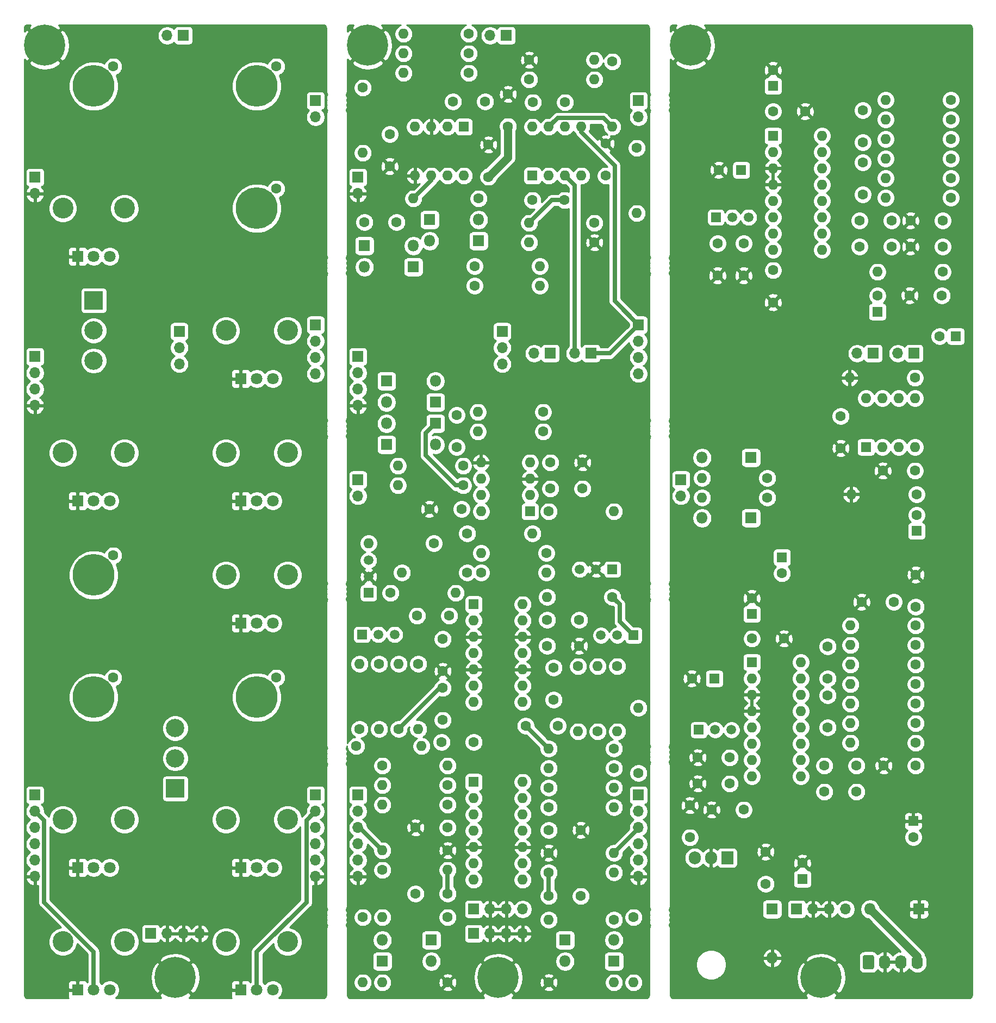
<source format=gbl>
%TF.GenerationSoftware,KiCad,Pcbnew,(5.1.8-0-10_14)*%
%TF.CreationDate,2021-12-18T09:25:16+00:00*%
%TF.ProjectId,dual-digi-delay,6475616c-2d64-4696-9769-2d64656c6179,r02*%
%TF.SameCoordinates,Original*%
%TF.FileFunction,Copper,L2,Bot*%
%TF.FilePolarity,Positive*%
%FSLAX46Y46*%
G04 Gerber Fmt 4.6, Leading zero omitted, Abs format (unit mm)*
G04 Created by KiCad (PCBNEW (5.1.8-0-10_14)) date 2021-12-18 09:25:16*
%MOMM*%
%LPD*%
G01*
G04 APERTURE LIST*
%TA.AperFunction,ComponentPad*%
%ADD10O,1.700000X1.700000*%
%TD*%
%TA.AperFunction,ComponentPad*%
%ADD11R,1.700000X1.700000*%
%TD*%
%TA.AperFunction,ComponentPad*%
%ADD12C,1.600000*%
%TD*%
%TA.AperFunction,ComponentPad*%
%ADD13R,1.600000X1.600000*%
%TD*%
%TA.AperFunction,ComponentPad*%
%ADD14O,1.905000X2.000000*%
%TD*%
%TA.AperFunction,ComponentPad*%
%ADD15R,1.905000X2.000000*%
%TD*%
%TA.AperFunction,ComponentPad*%
%ADD16R,1.500000X1.500000*%
%TD*%
%TA.AperFunction,ComponentPad*%
%ADD17C,1.500000*%
%TD*%
%TA.AperFunction,ComponentPad*%
%ADD18O,1.600000X1.600000*%
%TD*%
%TA.AperFunction,ComponentPad*%
%ADD19C,6.400000*%
%TD*%
%TA.AperFunction,ComponentPad*%
%ADD20O,1.800000X1.800000*%
%TD*%
%TA.AperFunction,ComponentPad*%
%ADD21R,1.800000X1.800000*%
%TD*%
%TA.AperFunction,ComponentPad*%
%ADD22O,1.740000X2.190000*%
%TD*%
%TA.AperFunction,ComponentPad*%
%ADD23C,1.800000*%
%TD*%
%TA.AperFunction,ComponentPad*%
%ADD24C,3.240000*%
%TD*%
%TA.AperFunction,ComponentPad*%
%ADD25C,2.850000*%
%TD*%
%TA.AperFunction,ComponentPad*%
%ADD26R,2.850000X2.850000*%
%TD*%
%TA.AperFunction,ComponentPad*%
%ADD27C,6.500000*%
%TD*%
%TA.AperFunction,ViaPad*%
%ADD28C,0.762000*%
%TD*%
%TA.AperFunction,Conductor*%
%ADD29C,0.635000*%
%TD*%
%TA.AperFunction,Conductor*%
%ADD30C,1.270000*%
%TD*%
%TA.AperFunction,Conductor*%
%ADD31C,0.254000*%
%TD*%
%TA.AperFunction,Conductor*%
%ADD32C,0.100000*%
%TD*%
G04 APERTURE END LIST*
D10*
%TO.P,J18,3*%
%TO.N,/InputMix/INPUT_MIX*%
X97917000Y-81407000D03*
%TO.P,J18,2*%
%TO.N,Net-(J13-Pad2)*%
X97917000Y-78867000D03*
D11*
%TO.P,J18,1*%
%TO.N,/DelayOut/DELAY1_WET*%
X97917000Y-76327000D03*
%TD*%
D10*
%TO.P,J17,4*%
%TO.N,/DelayOut/DELAY2_WET*%
X119126000Y-82931000D03*
%TO.P,J17,3*%
%TO.N,/OutputMix/DELAY2_WET_LEVEL*%
X119126000Y-80391000D03*
%TO.P,J17,2*%
%TO.N,/OutputMix/DELAY1_WET_LEVEL*%
X119126000Y-77851000D03*
D11*
%TO.P,J17,1*%
%TO.N,/DelayOut/DELAY1_WET*%
X119126000Y-75311000D03*
%TD*%
D10*
%TO.P,J6,3*%
%TO.N,/AudioIO/INPUT_MIX*%
X47625000Y-81407000D03*
%TO.P,J6,2*%
%TO.N,/AudioIO/DELAY2_SOURCE*%
X47625000Y-78867000D03*
D11*
%TO.P,J6,1*%
%TO.N,/AudioIO/DELAY1_WET_TO_2*%
X47625000Y-76327000D03*
%TD*%
D10*
%TO.P,J2,4*%
%TO.N,/AudioIO/DELAY2_WET*%
X68834000Y-82931000D03*
%TO.P,J2,3*%
%TO.N,/AudioIO/DELAY2_WET_LEVEL*%
X68834000Y-80391000D03*
%TO.P,J2,2*%
%TO.N,/AudioIO/DELAY1_WET_LEVEL*%
X68834000Y-77851000D03*
D11*
%TO.P,J2,1*%
%TO.N,/AudioIO/DELAY1_WET*%
X68834000Y-75311000D03*
%TD*%
D12*
%TO.P,C29,2*%
%TO.N,Net-(C29-Pad2)*%
X141478000Y-114046000D03*
D13*
%TO.P,C29,1*%
%TO.N,/PT2399-Delay-2/AUDIO_IN*%
X141478000Y-111546000D03*
%TD*%
D12*
%TO.P,C23,2*%
%TO.N,GND*%
X136779000Y-117896000D03*
D13*
%TO.P,C23,1*%
%TO.N,+5V*%
X136779000Y-120396000D03*
%TD*%
D12*
%TO.P,C14,2*%
%TO.N,Net-(C14-Pad2)*%
X156337000Y-70779000D03*
D13*
%TO.P,C14,1*%
%TO.N,/PT2399-Delay-1/AUDIO_IN*%
X156337000Y-73279000D03*
%TD*%
D12*
%TO.P,C8,2*%
%TO.N,GND*%
X140081000Y-35600000D03*
D13*
%TO.P,C8,1*%
%TO.N,+5V*%
X140081000Y-38100000D03*
%TD*%
D14*
%TO.P,U7,3*%
%TO.N,+5V*%
X127889000Y-158369000D03*
%TO.P,U7,2*%
%TO.N,GND*%
X130429000Y-158369000D03*
D15*
%TO.P,U7,1*%
%TO.N,+12V*%
X132969000Y-158369000D03*
%TD*%
D16*
%TO.P,Q6,1*%
%TO.N,Net-(Q4-Pad1)*%
X77089000Y-117094000D03*
D17*
%TO.P,Q6,3*%
%TO.N,Net-(Q6-Pad3)*%
X77089000Y-112014000D03*
%TO.P,Q6,2*%
%TO.N,GND*%
X77089000Y-114554000D03*
%TD*%
D16*
%TO.P,Q5,1*%
%TO.N,Net-(Q3-Pad1)*%
X115062000Y-113411000D03*
D17*
%TO.P,Q5,3*%
%TO.N,Net-(Q5-Pad3)*%
X109982000Y-113411000D03*
%TO.P,Q5,2*%
%TO.N,GND*%
X112522000Y-113411000D03*
%TD*%
D16*
%TO.P,Q4,1*%
%TO.N,Net-(Q4-Pad1)*%
X76073000Y-123571000D03*
D17*
%TO.P,Q4,3*%
%TO.N,Net-(C46-Pad1)*%
X81153000Y-123571000D03*
%TO.P,Q4,2*%
%TO.N,Net-(Q4-Pad2)*%
X78613000Y-123571000D03*
%TD*%
D16*
%TO.P,Q3,1*%
%TO.N,Net-(Q3-Pad1)*%
X118364000Y-123698000D03*
D17*
%TO.P,Q3,3*%
%TO.N,Net-(C45-Pad1)*%
X113284000Y-123698000D03*
%TO.P,Q3,2*%
%TO.N,Net-(Q3-Pad2)*%
X115824000Y-123698000D03*
%TD*%
D16*
%TO.P,Q2,1*%
%TO.N,/PT2399-Delay-2/DELAY_TIME_CTRL*%
X128524000Y-138430000D03*
D17*
%TO.P,Q2,3*%
%TO.N,Net-(Q2-Pad3)*%
X133604000Y-138430000D03*
%TO.P,Q2,2*%
%TO.N,Net-(C21-Pad1)*%
X131064000Y-138430000D03*
%TD*%
D16*
%TO.P,Q1,1*%
%TO.N,/PT2399-Delay-1/DELAY_TIME_CTRL*%
X131191000Y-58547000D03*
D17*
%TO.P,Q1,3*%
%TO.N,Net-(Q1-Pad3)*%
X136271000Y-58547000D03*
%TO.P,Q1,2*%
%TO.N,Net-(C6-Pad1)*%
X133731000Y-58547000D03*
%TD*%
D18*
%TO.P,U9,8*%
%TO.N,+12V*%
X154559000Y-86741000D03*
%TO.P,U9,4*%
%TO.N,-12V*%
X162179000Y-94361000D03*
%TO.P,U9,7*%
%TO.N,/DelayBuffers/DELAY1_OUT*%
X157099000Y-86741000D03*
%TO.P,U9,3*%
%TO.N,/PT2399-Delay-2/AUDIO_OUT*%
X159639000Y-94361000D03*
%TO.P,U9,6*%
%TO.N,/DelayBuffers/DELAY1_OUT*%
X159639000Y-86741000D03*
%TO.P,U9,2*%
%TO.N,/DelayBuffers/DELAY2_OUT*%
X157099000Y-94361000D03*
%TO.P,U9,5*%
%TO.N,/PT2399-Delay-1/AUDIO_OUT*%
X162179000Y-86741000D03*
D13*
%TO.P,U9,1*%
%TO.N,/DelayBuffers/DELAY2_OUT*%
X154559000Y-94361000D03*
%TD*%
D18*
%TO.P,R61,2*%
%TO.N,GND*%
X152273000Y-101727000D03*
D12*
%TO.P,R61,1*%
%TO.N,/PT2399-Delay-2/AUDIO_OUT*%
X162433000Y-101727000D03*
%TD*%
D18*
%TO.P,R60,2*%
%TO.N,GND*%
X152019000Y-83566000D03*
D12*
%TO.P,R60,1*%
%TO.N,/PT2399-Delay-1/AUDIO_OUT*%
X162179000Y-83566000D03*
%TD*%
%TO.P,C61,2*%
%TO.N,GND*%
X157179000Y-98044000D03*
%TO.P,C61,1*%
%TO.N,-12V*%
X162179000Y-98044000D03*
%TD*%
%TO.P,C60,2*%
%TO.N,+12V*%
X150622000Y-89535000D03*
%TO.P,C60,1*%
%TO.N,GND*%
X150622000Y-94535000D03*
%TD*%
%TO.P,C59,2*%
%TO.N,Net-(C59-Pad2)*%
X81454000Y-59309000D03*
%TO.P,C59,1*%
%TO.N,/OutputMix/DELAY_MIX*%
X76454000Y-59309000D03*
%TD*%
%TO.P,C58,2*%
%TO.N,Net-(C58-Pad2)*%
X105410000Y-100838000D03*
%TO.P,C58,1*%
%TO.N,/InputMix/INPUT_MIX*%
X110410000Y-100838000D03*
%TD*%
%TO.P,C57,2*%
%TO.N,Net-(C57-Pad2)*%
X90805000Y-94361000D03*
%TO.P,C57,1*%
%TO.N,/InputMix/DRY_AUDIO_SOURCE*%
X90805000Y-89361000D03*
%TD*%
D19*
%TO.P,H6,1*%
%TO.N,GND*%
X147574000Y-177038000D03*
%TD*%
%TO.P,H5,1*%
%TO.N,GND*%
X127254000Y-31750000D03*
%TD*%
%TO.P,H4,1*%
%TO.N,GND*%
X97282000Y-177038000D03*
%TD*%
%TO.P,H3,1*%
%TO.N,GND*%
X76962000Y-31750000D03*
%TD*%
%TO.P,H2,1*%
%TO.N,GND*%
X46990000Y-177038000D03*
%TD*%
%TO.P,H1,1*%
%TO.N,GND*%
X26670000Y-31750000D03*
%TD*%
D10*
%TO.P,J39,6*%
%TO.N,GND*%
X119126000Y-161290000D03*
%TO.P,J39,5*%
%TO.N,/CVControl/DELAY2_CV_INPUT*%
X119126000Y-158750000D03*
%TO.P,J39,4*%
%TO.N,/CVControl/DELAY2_CV_CTRL*%
X119126000Y-156210000D03*
%TO.P,J39,3*%
%TO.N,/CVControl/DELAY2_CV_ATTV*%
X119126000Y-153670000D03*
%TO.P,J39,2*%
%TO.N,/CVControl/DELAY2_CONTROL*%
X119126000Y-151130000D03*
D11*
%TO.P,J39,1*%
%TO.N,/CVControl/DELAY2_JOIN_CV_INPUT*%
X119126000Y-148590000D03*
%TD*%
D10*
%TO.P,J38,6*%
%TO.N,GND*%
X68834000Y-161290000D03*
%TO.P,J38,5*%
%TO.N,/CVInputs/DELAY2_CV_INPUT*%
X68834000Y-158750000D03*
%TO.P,J38,4*%
%TO.N,/CVInputs/DELAY2_CV_CTRL*%
X68834000Y-156210000D03*
%TO.P,J38,3*%
%TO.N,/CVInputs/DELAY2_CV_ATTV*%
X68834000Y-153670000D03*
%TO.P,J38,2*%
%TO.N,/CVInputs/DELAY2_CONTROL*%
X68834000Y-151130000D03*
D11*
%TO.P,J38,1*%
%TO.N,/CVInputs/JOIN_CV*%
X68834000Y-148590000D03*
%TD*%
D10*
%TO.P,J12,6*%
%TO.N,GND*%
X75438000Y-161290000D03*
%TO.P,J12,5*%
%TO.N,/CVControl/DELAY1_CV_INPUT*%
X75438000Y-158750000D03*
%TO.P,J12,4*%
%TO.N,/CVControl/DELAY1_CV_CTRL*%
X75438000Y-156210000D03*
%TO.P,J12,3*%
%TO.N,/CVControl/DELAY1_CV_ATTV*%
X75438000Y-153670000D03*
%TO.P,J12,2*%
%TO.N,/CVControl/DELAY1_CONTROL*%
X75438000Y-151130000D03*
D11*
%TO.P,J12,1*%
%TO.N,/CVControl/DELAY1_CV_JOIN_OUT*%
X75438000Y-148590000D03*
%TD*%
D10*
%TO.P,J11,6*%
%TO.N,GND*%
X25146000Y-161290000D03*
%TO.P,J11,5*%
%TO.N,/CVInputs/DELAY1_CV_INPUT*%
X25146000Y-158750000D03*
%TO.P,J11,4*%
%TO.N,/CVInputs/DELAY1_CV_CTRL*%
X25146000Y-156210000D03*
%TO.P,J11,3*%
%TO.N,/CVInputs/DELAY1_CV_ATTV*%
X25146000Y-153670000D03*
%TO.P,J11,2*%
%TO.N,/CVInputs/DELAY1_CONTROL*%
X25146000Y-151130000D03*
D11*
%TO.P,J11,1*%
%TO.N,/CVInputs/JOIN_CV_SOURCE*%
X25146000Y-148590000D03*
%TD*%
D18*
%TO.P,U6,14*%
%TO.N,Net-(C41-Pad1)*%
X101092000Y-146558000D03*
%TO.P,U6,7*%
%TO.N,/CVControl/DELAY1_CV_CTRL*%
X93472000Y-161798000D03*
%TO.P,U6,13*%
%TO.N,Net-(C41-Pad2)*%
X101092000Y-149098000D03*
%TO.P,U6,6*%
%TO.N,Net-(C40-Pad2)*%
X93472000Y-159258000D03*
%TO.P,U6,12*%
%TO.N,/CVControl/DELAY2_CV_ATTV*%
X101092000Y-151638000D03*
%TO.P,U6,5*%
%TO.N,GND*%
X93472000Y-156718000D03*
%TO.P,U6,11*%
%TO.N,-12V*%
X101092000Y-154178000D03*
%TO.P,U6,4*%
%TO.N,+12V*%
X93472000Y-154178000D03*
%TO.P,U6,10*%
%TO.N,GND*%
X101092000Y-156718000D03*
%TO.P,U6,3*%
%TO.N,/CVControl/DELAY1_CV_ATTV*%
X93472000Y-151638000D03*
%TO.P,U6,9*%
%TO.N,Net-(C56-Pad2)*%
X101092000Y-159258000D03*
%TO.P,U6,2*%
%TO.N,Net-(C42-Pad2)*%
X93472000Y-149098000D03*
%TO.P,U6,8*%
%TO.N,/CVControl/DELAY2_CV_CTRL*%
X101092000Y-161798000D03*
D13*
%TO.P,U6,1*%
%TO.N,/CVControl/DELAY1_CV_JOIN_OUT*%
X93472000Y-146558000D03*
%TD*%
D18*
%TO.P,R69,2*%
%TO.N,/CVControl/DELAY1_CV_CTRL*%
X79248000Y-150114000D03*
D12*
%TO.P,R69,1*%
%TO.N,/CVControl/DELAY1_CV_ATTV*%
X89408000Y-150114000D03*
%TD*%
D18*
%TO.P,R68,2*%
%TO.N,/CVControl/DELAY2_CV_CTRL*%
X115316000Y-150495000D03*
D12*
%TO.P,R68,1*%
%TO.N,/CVControl/DELAY2_CV_ATTV*%
X105156000Y-150495000D03*
%TD*%
D18*
%TO.P,R67,2*%
%TO.N,Net-(D15-Pad2)*%
X115316000Y-177800000D03*
D12*
%TO.P,R67,1*%
%TO.N,GND*%
X105156000Y-177800000D03*
%TD*%
D18*
%TO.P,R66,2*%
%TO.N,Net-(D15-Pad2)*%
X118364000Y-177800000D03*
D12*
%TO.P,R66,1*%
%TO.N,/CVControl/DELAY2_CV_CTRL*%
X118364000Y-167640000D03*
%TD*%
D18*
%TO.P,R65,2*%
%TO.N,Net-(D13-Pad2)*%
X79248000Y-177800000D03*
D12*
%TO.P,R65,1*%
%TO.N,GND*%
X89408000Y-177800000D03*
%TD*%
D18*
%TO.P,R64,2*%
%TO.N,Net-(D13-Pad2)*%
X76200000Y-177800000D03*
D12*
%TO.P,R64,1*%
%TO.N,/CVControl/DELAY1_CV_CTRL*%
X76200000Y-167640000D03*
%TD*%
D20*
%TO.P,D16,2*%
%TO.N,Net-(C56-Pad2)*%
X107696000Y-174498000D03*
D21*
%TO.P,D16,1*%
%TO.N,Net-(D15-Pad2)*%
X115316000Y-174498000D03*
%TD*%
D20*
%TO.P,D15,2*%
%TO.N,Net-(D15-Pad2)*%
X115316000Y-171196000D03*
D21*
%TO.P,D15,1*%
%TO.N,Net-(C56-Pad2)*%
X107696000Y-171196000D03*
%TD*%
D20*
%TO.P,D14,2*%
%TO.N,Net-(C40-Pad2)*%
X86868000Y-174498000D03*
D21*
%TO.P,D14,1*%
%TO.N,Net-(D13-Pad2)*%
X79248000Y-174498000D03*
%TD*%
D20*
%TO.P,D13,2*%
%TO.N,Net-(D13-Pad2)*%
X79248000Y-171196000D03*
D21*
%TO.P,D13,1*%
%TO.N,Net-(C40-Pad2)*%
X86868000Y-171196000D03*
%TD*%
D12*
%TO.P,C56,2*%
%TO.N,Net-(C56-Pad2)*%
X105156000Y-164338000D03*
%TO.P,C56,1*%
%TO.N,/CVControl/DELAY2_CV_CTRL*%
X110156000Y-164338000D03*
%TD*%
D11*
%TO.P,J33,1*%
%TO.N,/DelayBuffers/DELAY1_OUT*%
X162052000Y-79756000D03*
D10*
%TO.P,J33,2*%
%TO.N,/DelayBuffers/DELAY2_OUT*%
X159512000Y-79756000D03*
%TD*%
%TO.P,J32,2*%
%TO.N,/PT2399-Delay-2/AUDIO_IN*%
X153162000Y-79756000D03*
D11*
%TO.P,J32,1*%
%TO.N,/PT2399-Delay-1/AUDIO_IN*%
X155702000Y-79756000D03*
%TD*%
D10*
%TO.P,J13,2*%
%TO.N,Net-(J13-Pad2)*%
X102870000Y-79756000D03*
D11*
%TO.P,J13,1*%
%TO.N,/InputMix/INPUT_MIX*%
X105410000Y-79756000D03*
%TD*%
D10*
%TO.P,J8,2*%
%TO.N,/DelayOut/DELAY2_WET*%
X109220000Y-79756000D03*
D11*
%TO.P,J8,1*%
%TO.N,/DelayOut/DELAY1_WET*%
X111760000Y-79756000D03*
%TD*%
D18*
%TO.P,U8,8*%
%TO.N,+12V*%
X102616000Y-44450000D03*
%TO.P,U8,4*%
%TO.N,-12V*%
X110236000Y-52070000D03*
%TO.P,U8,7*%
%TO.N,Net-(C52-Pad1)*%
X105156000Y-44450000D03*
%TO.P,U8,3*%
%TO.N,/DelayOut/DELAY2_WET*%
X107696000Y-52070000D03*
%TO.P,U8,6*%
%TO.N,Net-(C52-Pad2)*%
X107696000Y-44450000D03*
%TO.P,U8,2*%
%TO.N,Net-(C55-Pad2)*%
X105156000Y-52070000D03*
%TO.P,U8,5*%
%TO.N,/DelayOut/DELAY1_WET*%
X110236000Y-44450000D03*
D13*
%TO.P,U8,1*%
%TO.N,Net-(C55-Pad1)*%
X102616000Y-52070000D03*
%TD*%
D12*
%TO.P,C20,2*%
%TO.N,/PT2399-Delay-1/AUDIO_OUT*%
X166029000Y-77089000D03*
D13*
%TO.P,C20,1*%
%TO.N,Net-(C19-Pad2)*%
X168529000Y-77089000D03*
%TD*%
D18*
%TO.P,R63,2*%
%TO.N,Net-(C55-Pad1)*%
X118872000Y-57912000D03*
D12*
%TO.P,R63,1*%
%TO.N,/DelayOut/DELAY2_WET_OUT*%
X118872000Y-47752000D03*
%TD*%
D18*
%TO.P,R62,2*%
%TO.N,Net-(C52-Pad1)*%
X115062000Y-44450000D03*
D12*
%TO.P,R62,1*%
%TO.N,/DelayOut/DELAY1_WET_OUT*%
X115062000Y-34290000D03*
%TD*%
D11*
%TO.P,J31,1*%
%TO.N,/OutputMix/DELAY_MIX*%
X75438000Y-52324000D03*
D10*
%TO.P,J31,2*%
%TO.N,GND*%
X75438000Y-54864000D03*
%TD*%
%TO.P,J24,2*%
%TO.N,/OutputMix/MIX_OUT*%
X96012000Y-30226000D03*
D11*
%TO.P,J24,1*%
%TO.N,/OutputMix/DRY_AUDIO_INPUT*%
X98552000Y-30226000D03*
%TD*%
%TO.P,J16,1*%
%TO.N,/AudioIO/FEEDBACK_INPUT*%
X25146000Y-52324000D03*
D10*
%TO.P,J16,2*%
%TO.N,GND*%
X25146000Y-54864000D03*
%TD*%
%TO.P,J4,2*%
%TO.N,/AudioIO/MAIN_OUT*%
X45720000Y-30226000D03*
D11*
%TO.P,J4,1*%
%TO.N,/AudioIO/DRY_AUDIO_LEVEL*%
X48260000Y-30226000D03*
%TD*%
D10*
%TO.P,J23,2*%
%TO.N,/DelayOut/DELAY2_WET_OUT*%
X119126000Y-42926000D03*
D11*
%TO.P,J23,1*%
%TO.N,/DelayOut/DELAY1_WET_OUT*%
X119126000Y-40386000D03*
%TD*%
D10*
%TO.P,J5,2*%
%TO.N,/AudioIO/DELAY2_WET_OUT*%
X68834000Y-42926000D03*
D11*
%TO.P,J5,1*%
%TO.N,/AudioIO/DELAY1_WET_OUT*%
X68834000Y-40386000D03*
%TD*%
D22*
%TO.P,J15,4*%
%TO.N,-12V*%
X162560000Y-174625000D03*
%TO.P,J15,3*%
%TO.N,GND*%
X160020000Y-174625000D03*
%TO.P,J15,2*%
X157480000Y-174625000D03*
%TO.P,J15,1*%
%TO.N,+12V*%
%TA.AperFunction,ComponentPad*%
G36*
G01*
X154070000Y-175470001D02*
X154070000Y-173779999D01*
G75*
G02*
X154319999Y-173530000I249999J0D01*
G01*
X155560001Y-173530000D01*
G75*
G02*
X155810000Y-173779999I0J-249999D01*
G01*
X155810000Y-175470001D01*
G75*
G02*
X155560001Y-175720000I-249999J0D01*
G01*
X154319999Y-175720000D01*
G75*
G02*
X154070000Y-175470001I0J249999D01*
G01*
G37*
%TD.AperFunction*%
%TD*%
D10*
%TO.P,J14,4*%
%TO.N,-12V*%
X151384000Y-166370000D03*
%TO.P,J14,3*%
%TO.N,GND*%
X148844000Y-166370000D03*
%TO.P,J14,2*%
X146304000Y-166370000D03*
D11*
%TO.P,J14,1*%
%TO.N,+12V*%
X143764000Y-166370000D03*
%TD*%
D10*
%TO.P,J9,4*%
%TO.N,-12V*%
X101092000Y-166370000D03*
%TO.P,J9,3*%
%TO.N,GND*%
X98552000Y-166370000D03*
%TO.P,J9,2*%
X96012000Y-166370000D03*
D11*
%TO.P,J9,1*%
%TO.N,+12V*%
X93472000Y-166370000D03*
%TD*%
%TO.P,J7,1*%
%TO.N,/InputMix/DELAY_FEEDBACK*%
X75438000Y-80264000D03*
D10*
%TO.P,J7,2*%
%TO.N,/InputMix/DRY_AUDIO_SOURCE*%
X75438000Y-82804000D03*
%TO.P,J7,3*%
%TO.N,/InputMix/AUDIO_IN*%
X75438000Y-85344000D03*
%TO.P,J7,4*%
%TO.N,GND*%
X75438000Y-87884000D03*
%TD*%
D11*
%TO.P,J3,1*%
%TO.N,/AudioIO/FEEDBACK_LEVEL*%
X25146000Y-80264000D03*
D10*
%TO.P,J3,2*%
%TO.N,/AudioIO/DRY_AUDIO_INPUT*%
X25146000Y-82804000D03*
%TO.P,J3,3*%
%TO.N,/AudioIO/AUDIO_IN*%
X25146000Y-85344000D03*
%TO.P,J3,4*%
%TO.N,GND*%
X25146000Y-87884000D03*
%TD*%
D11*
%TO.P,J1,1*%
%TO.N,+12V*%
X43180000Y-170180000D03*
D10*
%TO.P,J1,2*%
%TO.N,GND*%
X45720000Y-170180000D03*
%TO.P,J1,3*%
X48260000Y-170180000D03*
%TO.P,J1,4*%
X50800000Y-170180000D03*
%TD*%
D18*
%TO.P,U2,8*%
%TO.N,+12V*%
X94615000Y-104394000D03*
%TO.P,U2,4*%
%TO.N,-12V*%
X102235000Y-96774000D03*
%TO.P,U2,7*%
%TO.N,/InputMix/DRY_AUDIO_SOURCE*%
X94615000Y-101854000D03*
%TO.P,U2,3*%
%TO.N,GND*%
X102235000Y-99314000D03*
%TO.P,U2,6*%
%TO.N,Net-(C57-Pad2)*%
X94615000Y-99314000D03*
%TO.P,U2,2*%
%TO.N,Net-(C58-Pad2)*%
X102235000Y-101854000D03*
%TO.P,U2,5*%
%TO.N,GND*%
X94615000Y-96774000D03*
D13*
%TO.P,U2,1*%
%TO.N,/InputMix/INPUT_MIX*%
X102235000Y-104394000D03*
%TD*%
D18*
%TO.P,U1,8*%
%TO.N,+12V*%
X91948000Y-52070000D03*
%TO.P,U1,4*%
%TO.N,-12V*%
X84328000Y-44450000D03*
%TO.P,U1,7*%
%TO.N,/OutputMix/DELAY_MIX*%
X89408000Y-52070000D03*
%TO.P,U1,3*%
%TO.N,GND*%
X86868000Y-44450000D03*
%TO.P,U1,6*%
%TO.N,Net-(C59-Pad2)*%
X86868000Y-52070000D03*
%TO.P,U1,2*%
%TO.N,Net-(C1-Pad2)*%
X89408000Y-44450000D03*
%TO.P,U1,5*%
%TO.N,GND*%
X84328000Y-52070000D03*
D13*
%TO.P,U1,1*%
%TO.N,Net-(C1-Pad1)*%
X91948000Y-44450000D03*
%TD*%
D18*
%TO.P,R12,2*%
%TO.N,Net-(C58-Pad2)*%
X115316000Y-104394000D03*
D12*
%TO.P,R12,1*%
%TO.N,/InputMix/INPUT_MIX*%
X105156000Y-104394000D03*
%TD*%
D18*
%TO.P,R11,2*%
%TO.N,/InputMix/DRY_AUDIO_SOURCE*%
X94107000Y-91948000D03*
D12*
%TO.P,R11,1*%
%TO.N,Net-(C58-Pad2)*%
X104267000Y-91948000D03*
%TD*%
D18*
%TO.P,R10,2*%
%TO.N,/InputMix/DELAY_FEEDBACK*%
X94107000Y-88900000D03*
D12*
%TO.P,R10,1*%
%TO.N,Net-(C58-Pad2)*%
X104267000Y-88900000D03*
%TD*%
D18*
%TO.P,R9,2*%
%TO.N,Net-(C57-Pad2)*%
X81661000Y-100330000D03*
D12*
%TO.P,R9,1*%
%TO.N,/InputMix/DRY_AUDIO_SOURCE*%
X91821000Y-100330000D03*
%TD*%
D18*
%TO.P,R8,2*%
%TO.N,/InputMix/AUDIO_IN*%
X81661000Y-97282000D03*
D12*
%TO.P,R8,1*%
%TO.N,Net-(C57-Pad2)*%
X91821000Y-97282000D03*
%TD*%
D18*
%TO.P,R7,2*%
%TO.N,Net-(C1-Pad1)*%
X82550000Y-29972000D03*
D12*
%TO.P,R7,1*%
%TO.N,/OutputMix/MIX_OUT*%
X92710000Y-29972000D03*
%TD*%
D18*
%TO.P,R6,2*%
%TO.N,Net-(C1-Pad2)*%
X82550000Y-36068000D03*
D12*
%TO.P,R6,1*%
%TO.N,Net-(C1-Pad1)*%
X92710000Y-36068000D03*
%TD*%
D18*
%TO.P,R5,2*%
%TO.N,Net-(C1-Pad2)*%
X82550000Y-33020000D03*
D12*
%TO.P,R5,1*%
%TO.N,/OutputMix/DRY_AUDIO_INPUT*%
X92710000Y-33020000D03*
%TD*%
D18*
%TO.P,R4,2*%
%TO.N,/OutputMix/DELAY_MIX*%
X76200000Y-48514000D03*
D12*
%TO.P,R4,1*%
%TO.N,Net-(C1-Pad2)*%
X76200000Y-38354000D03*
%TD*%
D18*
%TO.P,R3,2*%
%TO.N,Net-(C59-Pad2)*%
X84074000Y-55626000D03*
D12*
%TO.P,R3,1*%
%TO.N,/OutputMix/DELAY_MIX*%
X94234000Y-55626000D03*
%TD*%
D18*
%TO.P,R2,2*%
%TO.N,/OutputMix/DELAY1_WET_LEVEL*%
X103759000Y-66167000D03*
D12*
%TO.P,R2,1*%
%TO.N,Net-(C59-Pad2)*%
X93599000Y-66167000D03*
%TD*%
D18*
%TO.P,R1,2*%
%TO.N,/OutputMix/DELAY2_WET_LEVEL*%
X103759000Y-69215000D03*
D12*
%TO.P,R1,1*%
%TO.N,Net-(C59-Pad2)*%
X93599000Y-69215000D03*
%TD*%
D20*
%TO.P,D8,2*%
%TO.N,/InputMix/DRY_AUDIO_SOURCE*%
X87503000Y-84074000D03*
D21*
%TO.P,D8,1*%
%TO.N,Net-(D6-Pad2)*%
X79883000Y-84074000D03*
%TD*%
D20*
%TO.P,D7,2*%
%TO.N,Net-(D5-Pad1)*%
X79883000Y-90678000D03*
D21*
%TO.P,D7,1*%
%TO.N,/InputMix/DRY_AUDIO_SOURCE*%
X87503000Y-90678000D03*
%TD*%
D20*
%TO.P,D6,2*%
%TO.N,Net-(D6-Pad2)*%
X79883000Y-87376000D03*
D21*
%TO.P,D6,1*%
%TO.N,Net-(C57-Pad2)*%
X87503000Y-87376000D03*
%TD*%
D20*
%TO.P,D5,2*%
%TO.N,Net-(C57-Pad2)*%
X87503000Y-93980000D03*
D21*
%TO.P,D5,1*%
%TO.N,Net-(D5-Pad1)*%
X79883000Y-93980000D03*
%TD*%
D20*
%TO.P,D4,2*%
%TO.N,/OutputMix/DELAY_MIX*%
X94234000Y-58928000D03*
D21*
%TO.P,D4,1*%
%TO.N,Net-(D2-Pad2)*%
X86614000Y-58928000D03*
%TD*%
D20*
%TO.P,D3,2*%
%TO.N,Net-(D1-Pad1)*%
X84074000Y-62992000D03*
D21*
%TO.P,D3,1*%
%TO.N,/OutputMix/DELAY_MIX*%
X76454000Y-62992000D03*
%TD*%
D20*
%TO.P,D2,2*%
%TO.N,Net-(D2-Pad2)*%
X86614000Y-62230000D03*
D21*
%TO.P,D2,1*%
%TO.N,Net-(C59-Pad2)*%
X94234000Y-62230000D03*
%TD*%
D20*
%TO.P,D1,2*%
%TO.N,Net-(C59-Pad2)*%
X76454000Y-66294000D03*
D21*
%TO.P,D1,1*%
%TO.N,Net-(D1-Pad1)*%
X84074000Y-66294000D03*
%TD*%
D12*
%TO.P,C5,2*%
%TO.N,GND*%
X110410000Y-96774000D03*
%TO.P,C5,1*%
%TO.N,-12V*%
X105410000Y-96774000D03*
%TD*%
%TO.P,C4,2*%
%TO.N,+12V*%
X91567000Y-104013000D03*
%TO.P,C4,1*%
%TO.N,GND*%
X86567000Y-104013000D03*
%TD*%
%TO.P,C3,2*%
%TO.N,GND*%
X80391000Y-50593000D03*
%TO.P,C3,1*%
%TO.N,-12V*%
X80391000Y-45593000D03*
%TD*%
%TO.P,C2,2*%
%TO.N,+12V*%
X95758000Y-52244000D03*
%TO.P,C2,1*%
%TO.N,GND*%
X95758000Y-47244000D03*
%TD*%
%TO.P,C1,2*%
%TO.N,Net-(C1-Pad2)*%
X90250000Y-40513000D03*
%TO.P,C1,1*%
%TO.N,Net-(C1-Pad1)*%
X95250000Y-40513000D03*
%TD*%
D10*
%TO.P,J10,2*%
%TO.N,/PT2399-Delay-2/DELAY_TIME_CTRL*%
X125730000Y-101981000D03*
D11*
%TO.P,J10,1*%
%TO.N,/PT2399-Delay-1/DELAY_TIME_CTRL*%
X125730000Y-99441000D03*
%TD*%
D21*
%TO.P,WET2_LEVEL1,1*%
%TO.N,GND*%
X57190001Y-102750000D03*
D23*
%TO.P,WET2_LEVEL1,2*%
%TO.N,/AudioIO/DELAY2_WET_LEVEL*%
X59690001Y-102750000D03*
%TO.P,WET2_LEVEL1,3*%
%TO.N,/AudioIO/DELAY2_WET*%
X62190001Y-102750000D03*
D24*
%TO.P,WET2_LEVEL1,*%
%TO.N,*%
X64490001Y-95250000D03*
X54890001Y-95250000D03*
%TD*%
D21*
%TO.P,WET1_LEVEL1,1*%
%TO.N,GND*%
X57190001Y-83700000D03*
D23*
%TO.P,WET1_LEVEL1,2*%
%TO.N,/AudioIO/DELAY1_WET_LEVEL*%
X59690001Y-83700000D03*
%TO.P,WET1_LEVEL1,3*%
%TO.N,/AudioIO/DELAY1_WET*%
X62190001Y-83700000D03*
D24*
%TO.P,WET1_LEVEL1,*%
%TO.N,*%
X64490001Y-76200000D03*
X54890001Y-76200000D03*
%TD*%
D25*
%TO.P,SW2,3*%
%TO.N,/AudioIO/INPUT_MIX*%
X34290000Y-80900000D03*
%TO.P,SW2,2*%
%TO.N,/AudioIO/DELAY2_SOURCE*%
X34290000Y-76200000D03*
D26*
%TO.P,SW2,1*%
%TO.N,/AudioIO/DELAY1_WET_TO_2*%
X34290000Y-71500000D03*
%TD*%
D27*
%TO.P,J30,1*%
%TO.N,/AudioIO/DELAY2_WET_OUT*%
X59690000Y-57150000D03*
D12*
X62738000Y-54102000D03*
%TD*%
D27*
%TO.P,J29,1*%
%TO.N,/AudioIO/DELAY1_WET_OUT*%
X59690001Y-38100000D03*
D12*
X62738001Y-35052000D03*
%TD*%
D27*
%TO.P,J28,1*%
%TO.N,/AudioIO/MAIN_OUT*%
X34290000Y-38100000D03*
D12*
X37338000Y-35052000D03*
%TD*%
D27*
%TO.P,J27,1*%
%TO.N,Net-(INPUT_GAIN1-Pad3)*%
X34290000Y-114300000D03*
D12*
X37338000Y-111252000D03*
%TD*%
D21*
%TO.P,INPUT_GAIN1,1*%
%TO.N,GND*%
X31790000Y-102750000D03*
D23*
%TO.P,INPUT_GAIN1,2*%
%TO.N,/AudioIO/AUDIO_IN*%
X34290000Y-102750000D03*
%TO.P,INPUT_GAIN1,3*%
%TO.N,Net-(INPUT_GAIN1-Pad3)*%
X36790000Y-102750000D03*
D24*
%TO.P,INPUT_GAIN1,*%
%TO.N,*%
X39090000Y-95250000D03*
X29490000Y-95250000D03*
%TD*%
D21*
%TO.P,FEEDBACK1,1*%
%TO.N,GND*%
X31790000Y-64650000D03*
D23*
%TO.P,FEEDBACK1,2*%
%TO.N,/AudioIO/FEEDBACK_LEVEL*%
X34290000Y-64650000D03*
%TO.P,FEEDBACK1,3*%
%TO.N,/AudioIO/FEEDBACK_INPUT*%
X36790000Y-64650000D03*
D24*
%TO.P,FEEDBACK1,*%
%TO.N,*%
X39090000Y-57150000D03*
X29490000Y-57150000D03*
%TD*%
D21*
%TO.P,DRY_LEVEL1,1*%
%TO.N,GND*%
X57190001Y-121800001D03*
D23*
%TO.P,DRY_LEVEL1,2*%
%TO.N,/AudioIO/DRY_AUDIO_LEVEL*%
X59690001Y-121800001D03*
%TO.P,DRY_LEVEL1,3*%
%TO.N,/AudioIO/DRY_AUDIO_INPUT*%
X62190001Y-121800001D03*
D24*
%TO.P,DRY_LEVEL1,*%
%TO.N,*%
X64490001Y-114300001D03*
X54890001Y-114300001D03*
%TD*%
D18*
%TO.P,R59,2*%
%TO.N,Net-(C55-Pad2)*%
X102108000Y-59436000D03*
D12*
%TO.P,R59,1*%
%TO.N,Net-(C55-Pad1)*%
X112268000Y-59436000D03*
%TD*%
D18*
%TO.P,R58,2*%
%TO.N,Net-(C55-Pad2)*%
X102108000Y-62484000D03*
D12*
%TO.P,R58,1*%
%TO.N,GND*%
X112268000Y-62484000D03*
%TD*%
D18*
%TO.P,R57,2*%
%TO.N,Net-(C52-Pad2)*%
X112268000Y-37084000D03*
D12*
%TO.P,R57,1*%
%TO.N,Net-(C52-Pad1)*%
X102108000Y-37084000D03*
%TD*%
D18*
%TO.P,R56,2*%
%TO.N,Net-(C52-Pad2)*%
X112268000Y-34036000D03*
D12*
%TO.P,R56,1*%
%TO.N,GND*%
X102108000Y-34036000D03*
%TD*%
%TO.P,C55,2*%
%TO.N,Net-(C55-Pad2)*%
X107616000Y-55880000D03*
%TO.P,C55,1*%
%TO.N,Net-(C55-Pad1)*%
X102616000Y-55880000D03*
%TD*%
%TO.P,C54,1*%
%TO.N,-12V*%
X114046000Y-52070000D03*
%TO.P,C54,2*%
%TO.N,GND*%
X114046000Y-47070000D03*
%TD*%
%TO.P,C53,2*%
%TO.N,+12V*%
X98806000Y-44370000D03*
%TO.P,C53,1*%
%TO.N,GND*%
X98806000Y-39370000D03*
%TD*%
%TO.P,C52,2*%
%TO.N,Net-(C52-Pad2)*%
X107696000Y-40640000D03*
%TO.P,C52,1*%
%TO.N,Net-(C52-Pad1)*%
X102696000Y-40640000D03*
%TD*%
D18*
%TO.P,U5,14*%
%TO.N,Net-(C45-Pad2)*%
X101092000Y-118872000D03*
%TO.P,U5,7*%
%TO.N,Net-(C44-Pad1)*%
X93472000Y-134112000D03*
%TO.P,U5,13*%
%TO.N,Net-(C45-Pad1)*%
X101092000Y-121412000D03*
%TO.P,U5,6*%
%TO.N,Net-(C44-Pad2)*%
X93472000Y-131572000D03*
%TO.P,U5,12*%
%TO.N,GND*%
X101092000Y-123952000D03*
%TO.P,U5,5*%
X93472000Y-129032000D03*
%TO.P,U5,11*%
%TO.N,-12V*%
X101092000Y-126492000D03*
%TO.P,U5,4*%
%TO.N,+12V*%
X93472000Y-126492000D03*
%TO.P,U5,10*%
%TO.N,GND*%
X101092000Y-129032000D03*
%TO.P,U5,3*%
X93472000Y-123952000D03*
%TO.P,U5,9*%
%TO.N,Net-(C43-Pad2)*%
X101092000Y-131572000D03*
%TO.P,U5,2*%
%TO.N,Net-(C46-Pad1)*%
X93472000Y-121412000D03*
%TO.P,U5,8*%
%TO.N,Net-(C43-Pad1)*%
X101092000Y-134112000D03*
D13*
%TO.P,U5,1*%
%TO.N,Net-(C46-Pad2)*%
X93472000Y-118872000D03*
%TD*%
D26*
%TO.P,SW1,1*%
%TO.N,/CVInputs/JOIN_CV_SOURCE*%
X46990001Y-147575000D03*
D25*
%TO.P,SW1,2*%
%TO.N,/CVInputs/JOIN_CV*%
X46990001Y-142875000D03*
%TO.P,SW1,3*%
%TO.N,N/C*%
X46990001Y-138175000D03*
%TD*%
D18*
%TO.P,R55,2*%
%TO.N,Net-(Q6-Pad3)*%
X77089000Y-109347000D03*
D12*
%TO.P,R55,1*%
%TO.N,/CVControl/DELAY1_TIME_VOLTAGE*%
X87249000Y-109347000D03*
%TD*%
D18*
%TO.P,R54,2*%
%TO.N,Net-(Q5-Pad3)*%
X102616000Y-107823000D03*
D12*
%TO.P,R54,1*%
%TO.N,/CVControl/DELAY2_TIME_VOLTAGE*%
X92456000Y-107823000D03*
%TD*%
D18*
%TO.P,R53,2*%
%TO.N,Net-(C46-Pad2)*%
X90678000Y-117094000D03*
D12*
%TO.P,R53,1*%
%TO.N,Net-(Q4-Pad1)*%
X80518000Y-117094000D03*
%TD*%
D18*
%TO.P,R52,2*%
%TO.N,Net-(C46-Pad1)*%
X82296000Y-113919000D03*
D12*
%TO.P,R52,1*%
%TO.N,+12V*%
X92456000Y-113919000D03*
%TD*%
D18*
%TO.P,R51,2*%
%TO.N,Net-(C45-Pad2)*%
X104902000Y-117729000D03*
D12*
%TO.P,R51,1*%
%TO.N,Net-(Q3-Pad1)*%
X115062000Y-117729000D03*
%TD*%
D18*
%TO.P,R50,2*%
%TO.N,Net-(C45-Pad1)*%
X104775000Y-113919000D03*
D12*
%TO.P,R50,1*%
%TO.N,+12V*%
X94615000Y-113919000D03*
%TD*%
D18*
%TO.P,R49,2*%
%TO.N,Net-(Q4-Pad2)*%
X75692000Y-128143000D03*
D12*
%TO.P,R49,1*%
%TO.N,Net-(C44-Pad1)*%
X75692000Y-138303000D03*
%TD*%
D18*
%TO.P,R48,2*%
%TO.N,Net-(Q3-Pad2)*%
X112776000Y-128524000D03*
D12*
%TO.P,R48,1*%
%TO.N,Net-(C43-Pad1)*%
X112776000Y-138684000D03*
%TD*%
D18*
%TO.P,R47,2*%
%TO.N,Net-(C44-Pad2)*%
X78740000Y-138303000D03*
D12*
%TO.P,R47,1*%
%TO.N,Net-(Q4-Pad2)*%
X78740000Y-128143000D03*
%TD*%
D18*
%TO.P,R46,2*%
%TO.N,Net-(C43-Pad2)*%
X115824000Y-138684000D03*
D12*
%TO.P,R46,1*%
%TO.N,Net-(Q3-Pad2)*%
X115824000Y-128524000D03*
%TD*%
%TO.P,R45,1*%
%TO.N,Net-(C44-Pad2)*%
X84836000Y-128143000D03*
D18*
%TO.P,R45,2*%
%TO.N,/CVControl/DELAY1_CV_JOIN_OUT*%
X84836000Y-138303000D03*
%TD*%
%TO.P,R44,2*%
%TO.N,+12V*%
X94615000Y-110871000D03*
D12*
%TO.P,R44,1*%
%TO.N,Net-(C43-Pad2)*%
X104775000Y-110871000D03*
%TD*%
D18*
%TO.P,R43,2*%
%TO.N,Net-(C41-Pad2)*%
X105156000Y-144399000D03*
D12*
%TO.P,R43,1*%
%TO.N,/CVControl/DELAY2_CONTROL*%
X115316000Y-144399000D03*
%TD*%
D18*
%TO.P,R42,2*%
%TO.N,Net-(C41-Pad1)*%
X109728000Y-138684000D03*
D12*
%TO.P,R42,1*%
%TO.N,Net-(C43-Pad2)*%
X109728000Y-128524000D03*
%TD*%
D18*
%TO.P,R41,2*%
%TO.N,Net-(C42-Pad2)*%
X85344000Y-140970000D03*
D12*
%TO.P,R41,1*%
%TO.N,/CVControl/DELAY1_CV_JOIN_OUT*%
X75184000Y-140970000D03*
%TD*%
D18*
%TO.P,R40,2*%
%TO.N,Net-(C41-Pad2)*%
X105156000Y-141351000D03*
D12*
%TO.P,R40,1*%
%TO.N,Net-(C41-Pad1)*%
X115316000Y-141351000D03*
%TD*%
D18*
%TO.P,R39,2*%
%TO.N,+12V*%
X81788000Y-128143000D03*
D12*
%TO.P,R39,1*%
%TO.N,Net-(C44-Pad2)*%
X81788000Y-138303000D03*
%TD*%
%TO.P,R38,1*%
%TO.N,GND*%
X105156000Y-157607000D03*
D18*
%TO.P,R38,2*%
%TO.N,/CVControl/DELAY2_CV_ATTV*%
X115316000Y-157607000D03*
%TD*%
%TO.P,R37,2*%
%TO.N,Net-(C42-Pad2)*%
X89408000Y-144018000D03*
D12*
%TO.P,R37,1*%
%TO.N,/CVControl/DELAY1_CONTROL*%
X79248000Y-144018000D03*
%TD*%
D18*
%TO.P,R36,2*%
%TO.N,/CVControl/DELAY2_CV_CTRL*%
X115316000Y-147447000D03*
D12*
%TO.P,R36,1*%
%TO.N,Net-(C41-Pad2)*%
X105156000Y-147447000D03*
%TD*%
D18*
%TO.P,R35,2*%
%TO.N,/CVControl/DELAY1_CV_CTRL*%
X79248000Y-147066000D03*
D12*
%TO.P,R35,1*%
%TO.N,Net-(C42-Pad2)*%
X89408000Y-147066000D03*
%TD*%
D18*
%TO.P,R34,2*%
%TO.N,Net-(C40-Pad2)*%
X89408000Y-160274000D03*
D12*
%TO.P,R34,1*%
%TO.N,/CVControl/DELAY1_CV_CTRL*%
X79248000Y-160274000D03*
%TD*%
D18*
%TO.P,R33,2*%
%TO.N,/CVControl/DELAY2_CV_CTRL*%
X115316000Y-160655000D03*
D12*
%TO.P,R33,1*%
%TO.N,Net-(C56-Pad2)*%
X105156000Y-160655000D03*
%TD*%
D18*
%TO.P,R32,2*%
%TO.N,Net-(C43-Pad2)*%
X119126000Y-135001000D03*
D12*
%TO.P,R32,1*%
%TO.N,/CVControl/DELAY2_JOIN_CV_INPUT*%
X119126000Y-145161000D03*
%TD*%
D18*
%TO.P,R31,2*%
%TO.N,Net-(C56-Pad2)*%
X105156000Y-168021000D03*
D12*
%TO.P,R31,1*%
%TO.N,/CVControl/DELAY2_CV_INPUT*%
X115316000Y-168021000D03*
%TD*%
D18*
%TO.P,R30,2*%
%TO.N,/CVControl/DELAY1_CV_INPUT*%
X79248000Y-167640000D03*
D12*
%TO.P,R30,1*%
%TO.N,Net-(C40-Pad2)*%
X89408000Y-167640000D03*
%TD*%
D18*
%TO.P,R29,2*%
%TO.N,/CVControl/DELAY1_CV_ATTV*%
X79248000Y-157226000D03*
D12*
%TO.P,R29,1*%
%TO.N,GND*%
X89408000Y-157226000D03*
%TD*%
D10*
%TO.P,J21,2*%
%TO.N,/CVControl/DELAY2_TIME_VOLTAGE*%
X75438000Y-101981000D03*
D11*
%TO.P,J21,1*%
%TO.N,/CVControl/DELAY1_TIME_VOLTAGE*%
X75438000Y-99441000D03*
%TD*%
D10*
%TO.P,J20,4*%
%TO.N,GND*%
X101092000Y-170180000D03*
%TO.P,J20,3*%
X98552000Y-170180000D03*
%TO.P,J20,2*%
X96012000Y-170180000D03*
D11*
%TO.P,J20,1*%
%TO.N,+12V*%
X93472000Y-170180000D03*
%TD*%
D27*
%TO.P,J26,1*%
%TO.N,/CVInputs/DELAY1_CV_INPUT*%
X34290000Y-133350000D03*
D12*
X37338000Y-130302000D03*
%TD*%
D27*
%TO.P,J25,1*%
%TO.N,/CVInputs/DELAY2_CV_INPUT*%
X59690001Y-133350000D03*
D12*
X62738001Y-130302000D03*
%TD*%
D21*
%TO.P,DELAY2_TIME1,1*%
%TO.N,GND*%
X57190000Y-178950000D03*
D23*
%TO.P,DELAY2_TIME1,2*%
%TO.N,/CVInputs/DELAY2_CONTROL*%
X59690000Y-178950000D03*
%TO.P,DELAY2_TIME1,3*%
%TO.N,+12V*%
X62190000Y-178950000D03*
D24*
%TO.P,DELAY2_TIME1,*%
%TO.N,*%
X64490000Y-171450000D03*
X54890000Y-171450000D03*
%TD*%
D21*
%TO.P,DELAY2_CV_ATTV1,1*%
%TO.N,GND*%
X57190001Y-159900001D03*
D23*
%TO.P,DELAY2_CV_ATTV1,2*%
%TO.N,/CVInputs/DELAY2_CV_ATTV*%
X59690001Y-159900001D03*
%TO.P,DELAY2_CV_ATTV1,3*%
%TO.N,/CVInputs/DELAY2_CV_CTRL*%
X62190001Y-159900001D03*
D24*
%TO.P,DELAY2_CV_ATTV1,*%
%TO.N,*%
X64490001Y-152400001D03*
X54890001Y-152400001D03*
%TD*%
D21*
%TO.P,DELAY1_TIME1,1*%
%TO.N,GND*%
X31790000Y-178950000D03*
D23*
%TO.P,DELAY1_TIME1,2*%
%TO.N,/CVInputs/DELAY1_CONTROL*%
X34290000Y-178950000D03*
%TO.P,DELAY1_TIME1,3*%
%TO.N,+12V*%
X36790000Y-178950000D03*
D24*
%TO.P,DELAY1_TIME1,*%
%TO.N,*%
X39090000Y-171450000D03*
X29490000Y-171450000D03*
%TD*%
D21*
%TO.P,DELAY1_CV_ATTV1,1*%
%TO.N,GND*%
X31790000Y-159900001D03*
D23*
%TO.P,DELAY1_CV_ATTV1,2*%
%TO.N,/CVInputs/DELAY1_CV_ATTV*%
X34290000Y-159900001D03*
%TO.P,DELAY1_CV_ATTV1,3*%
%TO.N,/CVInputs/DELAY1_CV_CTRL*%
X36790000Y-159900001D03*
D24*
%TO.P,DELAY1_CV_ATTV1,*%
%TO.N,*%
X39090000Y-152400001D03*
X29490000Y-152400001D03*
%TD*%
D20*
%TO.P,D12,2*%
%TO.N,-12V*%
X155194000Y-166370000D03*
D21*
%TO.P,D12,1*%
%TO.N,GND*%
X162814000Y-166370000D03*
%TD*%
D20*
%TO.P,D11,2*%
%TO.N,GND*%
X139954000Y-173990000D03*
D21*
%TO.P,D11,1*%
%TO.N,+12V*%
X139954000Y-166370000D03*
%TD*%
D12*
%TO.P,C51,2*%
%TO.N,+5V*%
X127127000Y-155194000D03*
%TO.P,C51,1*%
%TO.N,GND*%
X127127000Y-150194000D03*
%TD*%
%TO.P,C49,2*%
%TO.N,+12V*%
X138938000Y-162433000D03*
%TO.P,C49,1*%
%TO.N,GND*%
X138938000Y-157433000D03*
%TD*%
%TO.P,C48,2*%
%TO.N,-12V*%
X161925000Y-155154000D03*
D13*
%TO.P,C48,1*%
%TO.N,GND*%
X161925000Y-152654000D03*
%TD*%
D12*
%TO.P,C47,2*%
%TO.N,GND*%
X144653000Y-159171000D03*
D13*
%TO.P,C47,1*%
%TO.N,+12V*%
X144653000Y-161671000D03*
%TD*%
D12*
%TO.P,C46,2*%
%TO.N,Net-(C46-Pad2)*%
X84662000Y-120650000D03*
%TO.P,C46,1*%
%TO.N,Net-(C46-Pad1)*%
X89662000Y-120650000D03*
%TD*%
%TO.P,C45,2*%
%TO.N,Net-(C45-Pad2)*%
X109902000Y-121285000D03*
%TO.P,C45,1*%
%TO.N,Net-(C45-Pad1)*%
X104902000Y-121285000D03*
%TD*%
%TO.P,C44,2*%
%TO.N,Net-(C44-Pad2)*%
X88646000Y-131906000D03*
%TO.P,C44,1*%
%TO.N,Net-(C44-Pad1)*%
X88646000Y-136906000D03*
%TD*%
%TO.P,C43,2*%
%TO.N,Net-(C43-Pad2)*%
X105918000Y-128731000D03*
%TO.P,C43,1*%
%TO.N,Net-(C43-Pad1)*%
X105918000Y-133731000D03*
%TD*%
%TO.P,C42,2*%
%TO.N,Net-(C42-Pad2)*%
X88472000Y-140335000D03*
%TO.P,C42,1*%
%TO.N,/CVControl/DELAY1_CV_JOIN_OUT*%
X93472000Y-140335000D03*
%TD*%
%TO.P,C41,2*%
%TO.N,Net-(C41-Pad2)*%
X101553000Y-137795000D03*
%TO.P,C41,1*%
%TO.N,Net-(C41-Pad1)*%
X106553000Y-137795000D03*
%TD*%
%TO.P,C40,2*%
%TO.N,Net-(C40-Pad2)*%
X89408000Y-163957000D03*
%TO.P,C40,1*%
%TO.N,/CVControl/DELAY1_CV_CTRL*%
X84408000Y-163957000D03*
%TD*%
%TO.P,C39,2*%
%TO.N,GND*%
X109902000Y-125349000D03*
%TO.P,C39,1*%
%TO.N,-12V*%
X104902000Y-125349000D03*
%TD*%
%TO.P,C38,2*%
%TO.N,+12V*%
X88646000Y-124286000D03*
%TO.P,C38,1*%
%TO.N,GND*%
X88646000Y-129286000D03*
%TD*%
%TO.P,C37,2*%
%TO.N,GND*%
X110156000Y-154051000D03*
%TO.P,C37,1*%
%TO.N,-12V*%
X105156000Y-154051000D03*
%TD*%
%TO.P,C36,2*%
%TO.N,+12V*%
X89408000Y-153670000D03*
%TO.P,C36,1*%
%TO.N,GND*%
X84408000Y-153670000D03*
%TD*%
D13*
%TO.P,U4,1*%
%TO.N,+5V*%
X136779000Y-127889000D03*
D18*
%TO.P,U4,9*%
%TO.N,Net-(C27-Pad1)*%
X144399000Y-145669000D03*
%TO.P,U4,2*%
%TO.N,Net-(C25-Pad1)*%
X136779000Y-130429000D03*
%TO.P,U4,10*%
%TO.N,Net-(C27-Pad2)*%
X144399000Y-143129000D03*
%TO.P,U4,3*%
%TO.N,GND*%
X136779000Y-132969000D03*
%TO.P,U4,11*%
%TO.N,Net-(C30-Pad1)*%
X144399000Y-140589000D03*
%TO.P,U4,4*%
%TO.N,GND*%
X136779000Y-135509000D03*
%TO.P,U4,12*%
%TO.N,Net-(C30-Pad2)*%
X144399000Y-138049000D03*
%TO.P,U4,5*%
%TO.N,N/C*%
X136779000Y-138049000D03*
%TO.P,U4,13*%
%TO.N,Net-(C31-Pad2)*%
X144399000Y-135509000D03*
%TO.P,U4,6*%
%TO.N,Net-(Q2-Pad3)*%
X136779000Y-140589000D03*
%TO.P,U4,14*%
%TO.N,Net-(C31-Pad1)*%
X144399000Y-132969000D03*
%TO.P,U4,7*%
%TO.N,Net-(C24-Pad2)*%
X136779000Y-143129000D03*
%TO.P,U4,15*%
%TO.N,Net-(C28-Pad1)*%
X144399000Y-130429000D03*
%TO.P,U4,8*%
%TO.N,Net-(C26-Pad2)*%
X136779000Y-145669000D03*
%TO.P,U4,16*%
%TO.N,Net-(C28-Pad2)*%
X144399000Y-127889000D03*
%TD*%
D13*
%TO.P,U3,1*%
%TO.N,+5V*%
X140081000Y-45847000D03*
D18*
%TO.P,U3,9*%
%TO.N,Net-(C12-Pad1)*%
X147701000Y-63627000D03*
%TO.P,U3,2*%
%TO.N,Net-(C10-Pad1)*%
X140081000Y-48387000D03*
%TO.P,U3,10*%
%TO.N,Net-(C12-Pad2)*%
X147701000Y-61087000D03*
%TO.P,U3,3*%
%TO.N,GND*%
X140081000Y-50927000D03*
%TO.P,U3,11*%
%TO.N,Net-(C15-Pad1)*%
X147701000Y-58547000D03*
%TO.P,U3,4*%
%TO.N,GND*%
X140081000Y-53467000D03*
%TO.P,U3,12*%
%TO.N,Net-(C15-Pad2)*%
X147701000Y-56007000D03*
%TO.P,U3,5*%
%TO.N,N/C*%
X140081000Y-56007000D03*
%TO.P,U3,13*%
%TO.N,Net-(C16-Pad2)*%
X147701000Y-53467000D03*
%TO.P,U3,6*%
%TO.N,Net-(Q1-Pad3)*%
X140081000Y-58547000D03*
%TO.P,U3,14*%
%TO.N,Net-(C16-Pad1)*%
X147701000Y-50927000D03*
%TO.P,U3,7*%
%TO.N,Net-(C9-Pad2)*%
X140081000Y-61087000D03*
%TO.P,U3,15*%
%TO.N,Net-(C13-Pad1)*%
X147701000Y-48387000D03*
%TO.P,U3,8*%
%TO.N,Net-(C11-Pad2)*%
X140081000Y-63627000D03*
%TO.P,U3,16*%
%TO.N,Net-(C13-Pad2)*%
X147701000Y-45847000D03*
%TD*%
%TO.P,R28,2*%
%TO.N,Net-(C31-Pad1)*%
X152146000Y-131318000D03*
D12*
%TO.P,R28,1*%
%TO.N,Net-(C34-Pad2)*%
X162306000Y-131318000D03*
%TD*%
D18*
%TO.P,R27,2*%
%TO.N,Net-(C31-Pad1)*%
X152146000Y-134366000D03*
D12*
%TO.P,R27,1*%
%TO.N,Net-(C33-Pad2)*%
X162306000Y-134366000D03*
%TD*%
D18*
%TO.P,R26,2*%
%TO.N,Net-(C31-Pad2)*%
X152146000Y-137414000D03*
D12*
%TO.P,R26,1*%
%TO.N,Net-(C33-Pad2)*%
X162306000Y-137414000D03*
%TD*%
D18*
%TO.P,R25,2*%
%TO.N,Net-(C30-Pad2)*%
X152146000Y-140462000D03*
D12*
%TO.P,R25,1*%
%TO.N,Net-(C33-Pad2)*%
X162306000Y-140462000D03*
%TD*%
D18*
%TO.P,R24,2*%
%TO.N,Net-(C29-Pad2)*%
X152146000Y-122174000D03*
D12*
%TO.P,R24,1*%
%TO.N,Net-(C32-Pad2)*%
X162306000Y-122174000D03*
%TD*%
D18*
%TO.P,R23,2*%
%TO.N,Net-(C28-Pad1)*%
X152146000Y-128270000D03*
D12*
%TO.P,R23,1*%
%TO.N,Net-(C32-Pad2)*%
X162306000Y-128270000D03*
%TD*%
D18*
%TO.P,R22,2*%
%TO.N,Net-(C28-Pad2)*%
X152146000Y-125222000D03*
D12*
%TO.P,R22,1*%
%TO.N,Net-(C32-Pad2)*%
X162306000Y-125222000D03*
%TD*%
D18*
%TO.P,R21,2*%
%TO.N,Net-(C21-Pad1)*%
X129032000Y-102235000D03*
D12*
%TO.P,R21,1*%
%TO.N,+5V*%
X139192000Y-102235000D03*
%TD*%
D18*
%TO.P,R20,2*%
%TO.N,Net-(C16-Pad1)*%
X157607000Y-46355000D03*
D12*
%TO.P,R20,1*%
%TO.N,Net-(C19-Pad2)*%
X167767000Y-46355000D03*
%TD*%
D18*
%TO.P,R19,2*%
%TO.N,Net-(C16-Pad1)*%
X157607000Y-49403000D03*
D12*
%TO.P,R19,1*%
%TO.N,Net-(C18-Pad2)*%
X167767000Y-49403000D03*
%TD*%
D18*
%TO.P,R18,2*%
%TO.N,Net-(C16-Pad2)*%
X157607000Y-52451000D03*
D12*
%TO.P,R18,1*%
%TO.N,Net-(C18-Pad2)*%
X167767000Y-52451000D03*
%TD*%
D18*
%TO.P,R17,2*%
%TO.N,Net-(C15-Pad2)*%
X157607000Y-55499000D03*
D12*
%TO.P,R17,1*%
%TO.N,Net-(C18-Pad2)*%
X167767000Y-55499000D03*
%TD*%
D18*
%TO.P,R16,2*%
%TO.N,Net-(C14-Pad2)*%
X156337000Y-67056000D03*
D12*
%TO.P,R16,1*%
%TO.N,Net-(C17-Pad2)*%
X166497000Y-67056000D03*
%TD*%
D18*
%TO.P,R15,2*%
%TO.N,Net-(C13-Pad1)*%
X157607000Y-43307000D03*
D12*
%TO.P,R15,1*%
%TO.N,Net-(C17-Pad2)*%
X167767000Y-43307000D03*
%TD*%
D18*
%TO.P,R14,2*%
%TO.N,Net-(C13-Pad2)*%
X157607000Y-40259000D03*
D12*
%TO.P,R14,1*%
%TO.N,Net-(C17-Pad2)*%
X167767000Y-40259000D03*
%TD*%
D18*
%TO.P,R13,2*%
%TO.N,Net-(C6-Pad1)*%
X129032000Y-99187000D03*
D12*
%TO.P,R13,1*%
%TO.N,+5V*%
X139192000Y-99187000D03*
%TD*%
D20*
%TO.P,D10,2*%
%TO.N,Net-(C21-Pad1)*%
X129032000Y-105410000D03*
D21*
%TO.P,D10,1*%
%TO.N,+5V*%
X136652000Y-105410000D03*
%TD*%
D20*
%TO.P,D9,2*%
%TO.N,Net-(C6-Pad1)*%
X129032000Y-96012000D03*
D21*
%TO.P,D9,1*%
%TO.N,+5V*%
X136652000Y-96012000D03*
%TD*%
D12*
%TO.P,C35,2*%
%TO.N,/PT2399-Delay-2/AUDIO_OUT*%
X162433000Y-104942000D03*
D13*
%TO.P,C35,1*%
%TO.N,Net-(C34-Pad2)*%
X162433000Y-107442000D03*
%TD*%
D12*
%TO.P,C34,2*%
%TO.N,Net-(C34-Pad2)*%
X158877000Y-118491000D03*
%TO.P,C34,1*%
%TO.N,GND*%
X153877000Y-118491000D03*
%TD*%
%TO.P,C33,2*%
%TO.N,Net-(C33-Pad2)*%
X162306000Y-144018000D03*
%TO.P,C33,1*%
%TO.N,GND*%
X157306000Y-144018000D03*
%TD*%
%TO.P,C32,2*%
%TO.N,Net-(C32-Pad2)*%
X162306000Y-119253000D03*
%TO.P,C32,1*%
%TO.N,GND*%
X162306000Y-114253000D03*
%TD*%
%TO.P,C31,2*%
%TO.N,Net-(C31-Pad2)*%
X148590000Y-138049000D03*
%TO.P,C31,1*%
%TO.N,Net-(C31-Pad1)*%
X148590000Y-133049000D03*
%TD*%
%TO.P,C30,2*%
%TO.N,Net-(C30-Pad2)*%
X153082000Y-144018000D03*
%TO.P,C30,1*%
%TO.N,Net-(C30-Pad1)*%
X148082000Y-144018000D03*
%TD*%
%TO.P,C28,2*%
%TO.N,Net-(C28-Pad2)*%
X148590000Y-125429000D03*
%TO.P,C28,1*%
%TO.N,Net-(C28-Pad1)*%
X148590000Y-130429000D03*
%TD*%
%TO.P,C27,2*%
%TO.N,Net-(C27-Pad2)*%
X153082000Y-148082000D03*
%TO.P,C27,1*%
%TO.N,Net-(C27-Pad1)*%
X148082000Y-148082000D03*
%TD*%
%TO.P,C26,2*%
%TO.N,Net-(C26-Pad2)*%
X135509000Y-150876000D03*
%TO.P,C26,1*%
%TO.N,GND*%
X130509000Y-150876000D03*
%TD*%
%TO.P,C25,2*%
%TO.N,GND*%
X127437000Y-130429000D03*
D13*
%TO.P,C25,1*%
%TO.N,Net-(C25-Pad1)*%
X130937000Y-130429000D03*
%TD*%
D12*
%TO.P,C24,2*%
%TO.N,Net-(C24-Pad2)*%
X133350000Y-146812000D03*
%TO.P,C24,1*%
%TO.N,GND*%
X128350000Y-146812000D03*
%TD*%
%TO.P,C22,2*%
%TO.N,+5V*%
X136779000Y-124206000D03*
%TO.P,C22,1*%
%TO.N,GND*%
X141779000Y-124206000D03*
%TD*%
%TO.P,C21,2*%
%TO.N,GND*%
X128350000Y-142748000D03*
%TO.P,C21,1*%
%TO.N,Net-(C21-Pad1)*%
X133350000Y-142748000D03*
%TD*%
%TO.P,C19,1*%
%TO.N,GND*%
X161370000Y-70739000D03*
%TO.P,C19,2*%
%TO.N,Net-(C19-Pad2)*%
X166370000Y-70739000D03*
%TD*%
%TO.P,C18,2*%
%TO.N,Net-(C18-Pad2)*%
X166497000Y-59055000D03*
%TO.P,C18,1*%
%TO.N,GND*%
X161497000Y-59055000D03*
%TD*%
%TO.P,C17,2*%
%TO.N,Net-(C17-Pad2)*%
X166497000Y-63119000D03*
%TO.P,C17,1*%
%TO.N,GND*%
X161497000Y-63119000D03*
%TD*%
%TO.P,C16,2*%
%TO.N,Net-(C16-Pad2)*%
X154051000Y-54991000D03*
%TO.P,C16,1*%
%TO.N,Net-(C16-Pad1)*%
X154051000Y-49991000D03*
%TD*%
%TO.P,C15,2*%
%TO.N,Net-(C15-Pad2)*%
X158543000Y-59055000D03*
%TO.P,C15,1*%
%TO.N,Net-(C15-Pad1)*%
X153543000Y-59055000D03*
%TD*%
%TO.P,C13,2*%
%TO.N,Net-(C13-Pad2)*%
X154051000Y-41863000D03*
%TO.P,C13,1*%
%TO.N,Net-(C13-Pad1)*%
X154051000Y-46863000D03*
%TD*%
%TO.P,C12,2*%
%TO.N,Net-(C12-Pad2)*%
X158543000Y-63119000D03*
%TO.P,C12,1*%
%TO.N,Net-(C12-Pad1)*%
X153543000Y-63119000D03*
%TD*%
%TO.P,C11,2*%
%TO.N,Net-(C11-Pad2)*%
X140081000Y-66802000D03*
%TO.P,C11,1*%
%TO.N,GND*%
X140081000Y-71802000D03*
%TD*%
%TO.P,C10,2*%
%TO.N,GND*%
X131628000Y-51181000D03*
D13*
%TO.P,C10,1*%
%TO.N,Net-(C10-Pad1)*%
X135128000Y-51181000D03*
%TD*%
D12*
%TO.P,C9,2*%
%TO.N,Net-(C9-Pad2)*%
X135509000Y-62611000D03*
%TO.P,C9,1*%
%TO.N,GND*%
X135509000Y-67611000D03*
%TD*%
%TO.P,C7,2*%
%TO.N,+5V*%
X140081000Y-42037000D03*
%TO.P,C7,1*%
%TO.N,GND*%
X145081000Y-42037000D03*
%TD*%
%TO.P,C6,2*%
%TO.N,GND*%
X131445000Y-67611000D03*
%TO.P,C6,1*%
%TO.N,Net-(C6-Pad1)*%
X131445000Y-62611000D03*
%TD*%
D28*
%TO.N,GND*%
X81280000Y-56134000D03*
X90551000Y-55753000D03*
X83439000Y-87630000D03*
X99441000Y-92583000D03*
X96774000Y-107823000D03*
X81153000Y-105664000D03*
X97663000Y-126746000D03*
X111252000Y-133223000D03*
X117348000Y-130810000D03*
X78994000Y-119634000D03*
X85598000Y-144145000D03*
X96901000Y-154051000D03*
X93345000Y-136652000D03*
X99949000Y-141224000D03*
X91948000Y-142240000D03*
X106934000Y-120269000D03*
X157226000Y-83820000D03*
X153670000Y-44704000D03*
X127254000Y-133858000D03*
X150241000Y-155194000D03*
X152781000Y-107823000D03*
X148971000Y-73025000D03*
X129032000Y-41402000D03*
X156718000Y-34290000D03*
X81915000Y-71755000D03*
X82931000Y-167640000D03*
X37338000Y-47244000D03*
X59563000Y-45339000D03*
X64897000Y-157353000D03*
X59944000Y-166878000D03*
X60579000Y-67564000D03*
X62357000Y-98679000D03*
X127889000Y-164084000D03*
X132969000Y-164084000D03*
X127889000Y-167640000D03*
X132969000Y-167640000D03*
X127889000Y-171196000D03*
X132969000Y-171196000D03*
X126492000Y-176784000D03*
X134366000Y-176784000D03*
%TD*%
D29*
%TO.N,Net-(C44-Pad2)*%
X88185000Y-131906000D02*
X88646000Y-131906000D01*
X81788000Y-138303000D02*
X88185000Y-131906000D01*
%TO.N,/CVControl/DELAY1_CV_ATTV*%
X75692000Y-153670000D02*
X79248000Y-157226000D01*
X75438000Y-153670000D02*
X75692000Y-153670000D01*
%TO.N,/CVControl/DELAY2_CV_ATTV*%
X119126000Y-153797000D02*
X115316000Y-157607000D01*
X119126000Y-153670000D02*
X119126000Y-153797000D01*
%TO.N,/CVInputs/DELAY1_CONTROL*%
X34290000Y-173006578D02*
X34290000Y-178950000D01*
X26567501Y-165284079D02*
X34290000Y-173006578D01*
X26567501Y-152551501D02*
X26567501Y-165284079D01*
X25146000Y-151130000D02*
X26567501Y-152551501D01*
%TO.N,/CVInputs/DELAY2_CONTROL*%
X59690000Y-173006578D02*
X59690000Y-178950000D01*
X67412499Y-165284079D02*
X59690000Y-173006578D01*
X67412499Y-152551501D02*
X67412499Y-165284079D01*
X68834000Y-151130000D02*
X67412499Y-152551501D01*
%TO.N,Net-(C40-Pad2)*%
X89408000Y-160274000D02*
X89408000Y-163957000D01*
%TO.N,Net-(C41-Pad2)*%
X101600000Y-137795000D02*
X105156000Y-141351000D01*
X101553000Y-137795000D02*
X101600000Y-137795000D01*
%TO.N,Net-(C55-Pad2)*%
X105664000Y-55880000D02*
X102108000Y-59436000D01*
X107616000Y-55880000D02*
X105664000Y-55880000D01*
%TO.N,Net-(Q3-Pad1)*%
X116205000Y-118872000D02*
X115062000Y-117729000D01*
X116205000Y-121539000D02*
X116205000Y-118872000D01*
X118364000Y-123698000D02*
X116205000Y-121539000D01*
%TO.N,/InputMix/DRY_AUDIO_SOURCE*%
X86031499Y-95671869D02*
X86031499Y-92149501D01*
X86031499Y-92149501D02*
X87503000Y-90678000D01*
X90689630Y-100330000D02*
X86031499Y-95671869D01*
X91821000Y-100330000D02*
X90689630Y-100330000D01*
%TO.N,Net-(C52-Pad1)*%
X113690499Y-43078499D02*
X115062000Y-44450000D01*
X106527501Y-43078499D02*
X113690499Y-43078499D01*
X105156000Y-44450000D02*
X106527501Y-43078499D01*
%TO.N,Net-(C56-Pad2)*%
X105156000Y-160655000D02*
X105156000Y-164338000D01*
D30*
%TO.N,+12V*%
X98806000Y-49196000D02*
X98806000Y-44370000D01*
X95758000Y-52244000D02*
X98806000Y-49196000D01*
%TO.N,-12V*%
X162560000Y-173736000D02*
X162560000Y-174625000D01*
X155194000Y-166370000D02*
X162560000Y-173736000D01*
D29*
%TO.N,Net-(C59-Pad2)*%
X86868000Y-52832000D02*
X84074000Y-55626000D01*
X86868000Y-52070000D02*
X86868000Y-52832000D01*
%TO.N,/DelayOut/DELAY2_WET*%
X109220000Y-53594000D02*
X107696000Y-52070000D01*
X109220000Y-79756000D02*
X109220000Y-53594000D01*
%TO.N,/DelayOut/DELAY1_WET*%
X114681000Y-79756000D02*
X119126000Y-75311000D01*
X111760000Y-79756000D02*
X114681000Y-79756000D01*
X115417501Y-50471323D02*
X110236000Y-45289822D01*
X110236000Y-45289822D02*
X110236000Y-44450000D01*
X115417501Y-71602501D02*
X115417501Y-50471323D01*
X119126000Y-75311000D02*
X115417501Y-71602501D01*
%TD*%
D31*
%TO.N,GND*%
X24148724Y-29049119D02*
X26670000Y-31570395D01*
X29191276Y-29049119D01*
X28860914Y-28600000D01*
X70071719Y-28600000D01*
X70172533Y-28609885D01*
X70238457Y-28629789D01*
X70299255Y-28662115D01*
X70352619Y-28705639D01*
X70396512Y-28758696D01*
X70429266Y-28819271D01*
X70449628Y-28885053D01*
X70460000Y-28983731D01*
X70460001Y-38640419D01*
X70463249Y-38673397D01*
X70463249Y-38686591D01*
X70464212Y-38695756D01*
X70486315Y-38892808D01*
X70498747Y-38951295D01*
X70510370Y-39009997D01*
X70513096Y-39018800D01*
X70573052Y-39207808D01*
X70596612Y-39262778D01*
X70619414Y-39318099D01*
X70623797Y-39326205D01*
X70657443Y-39387405D01*
X70601723Y-39470795D01*
X70535010Y-39631855D01*
X70501000Y-39802835D01*
X70501000Y-39977165D01*
X70535010Y-40148145D01*
X70583413Y-40265000D01*
X70535010Y-40381855D01*
X70501000Y-40552835D01*
X70501000Y-40727165D01*
X70535010Y-40898145D01*
X70583413Y-41015000D01*
X70535010Y-41131855D01*
X70501000Y-41302835D01*
X70501000Y-41477165D01*
X70535010Y-41648145D01*
X70601723Y-41809205D01*
X70657598Y-41892827D01*
X70613916Y-41974980D01*
X70591125Y-42030275D01*
X70567554Y-42085270D01*
X70564829Y-42094073D01*
X70507518Y-42283900D01*
X70495900Y-42342580D01*
X70483463Y-42401087D01*
X70482500Y-42410252D01*
X70463150Y-42607594D01*
X70463150Y-42607599D01*
X70460000Y-42639582D01*
X70460001Y-64040419D01*
X70463249Y-64073397D01*
X70463249Y-64086591D01*
X70464212Y-64095756D01*
X70486315Y-64292808D01*
X70498747Y-64351295D01*
X70510370Y-64409997D01*
X70513096Y-64418800D01*
X70573052Y-64607808D01*
X70596612Y-64662778D01*
X70619414Y-64718099D01*
X70623797Y-64726205D01*
X70657443Y-64787405D01*
X70601723Y-64870795D01*
X70535010Y-65031855D01*
X70501000Y-65202835D01*
X70501000Y-65377165D01*
X70535010Y-65548145D01*
X70583413Y-65665000D01*
X70535010Y-65781855D01*
X70501000Y-65952835D01*
X70501000Y-66127165D01*
X70535010Y-66298145D01*
X70583413Y-66415000D01*
X70535010Y-66531855D01*
X70501000Y-66702835D01*
X70501000Y-66877165D01*
X70535010Y-67048145D01*
X70601723Y-67209205D01*
X70657598Y-67292827D01*
X70613916Y-67374980D01*
X70591125Y-67430275D01*
X70567554Y-67485270D01*
X70564829Y-67494073D01*
X70507518Y-67683900D01*
X70495900Y-67742580D01*
X70483463Y-67801087D01*
X70482500Y-67810252D01*
X70463150Y-68007594D01*
X70463150Y-68007599D01*
X70460000Y-68039582D01*
X70460001Y-89440419D01*
X70463249Y-89473397D01*
X70463249Y-89486591D01*
X70464212Y-89495756D01*
X70486315Y-89692808D01*
X70498747Y-89751295D01*
X70510370Y-89809997D01*
X70513096Y-89818800D01*
X70573052Y-90007808D01*
X70596612Y-90062778D01*
X70619414Y-90118099D01*
X70623797Y-90126205D01*
X70657443Y-90187405D01*
X70601723Y-90270795D01*
X70535010Y-90431855D01*
X70501000Y-90602835D01*
X70501000Y-90777165D01*
X70535010Y-90948145D01*
X70583413Y-91065000D01*
X70535010Y-91181855D01*
X70501000Y-91352835D01*
X70501000Y-91527165D01*
X70535010Y-91698145D01*
X70583413Y-91815000D01*
X70535010Y-91931855D01*
X70501000Y-92102835D01*
X70501000Y-92277165D01*
X70535010Y-92448145D01*
X70601723Y-92609205D01*
X70657598Y-92692827D01*
X70613916Y-92774980D01*
X70591125Y-92830275D01*
X70567554Y-92885270D01*
X70564829Y-92894073D01*
X70507518Y-93083900D01*
X70495900Y-93142580D01*
X70483463Y-93201087D01*
X70482500Y-93210252D01*
X70463150Y-93407594D01*
X70463150Y-93407608D01*
X70460001Y-93439581D01*
X70460000Y-114840418D01*
X70463249Y-114873406D01*
X70463249Y-114886591D01*
X70464212Y-114895756D01*
X70486315Y-115092808D01*
X70498747Y-115151295D01*
X70510370Y-115209997D01*
X70513096Y-115218800D01*
X70573052Y-115407808D01*
X70596612Y-115462778D01*
X70619414Y-115518099D01*
X70623797Y-115526205D01*
X70657443Y-115587405D01*
X70601723Y-115670795D01*
X70535010Y-115831855D01*
X70501000Y-116002835D01*
X70501000Y-116177165D01*
X70535010Y-116348145D01*
X70583413Y-116465000D01*
X70535010Y-116581855D01*
X70501000Y-116752835D01*
X70501000Y-116927165D01*
X70535010Y-117098145D01*
X70583413Y-117215000D01*
X70535010Y-117331855D01*
X70501000Y-117502835D01*
X70501000Y-117677165D01*
X70535010Y-117848145D01*
X70601723Y-118009205D01*
X70657598Y-118092827D01*
X70613916Y-118174980D01*
X70591125Y-118230275D01*
X70567554Y-118285270D01*
X70564829Y-118294073D01*
X70507518Y-118483900D01*
X70495900Y-118542580D01*
X70483463Y-118601087D01*
X70482500Y-118610252D01*
X70463150Y-118807594D01*
X70463150Y-118807608D01*
X70460001Y-118839581D01*
X70460000Y-140494418D01*
X70463249Y-140527406D01*
X70463249Y-140540591D01*
X70464212Y-140549756D01*
X70486315Y-140746808D01*
X70498747Y-140805295D01*
X70510370Y-140863997D01*
X70513096Y-140872800D01*
X70573052Y-141061808D01*
X70596612Y-141116778D01*
X70619414Y-141172099D01*
X70623797Y-141180205D01*
X70657443Y-141241405D01*
X70601723Y-141324795D01*
X70535010Y-141485855D01*
X70501000Y-141656835D01*
X70501000Y-141831165D01*
X70535010Y-142002145D01*
X70583413Y-142119000D01*
X70535010Y-142235855D01*
X70501000Y-142406835D01*
X70501000Y-142581165D01*
X70535010Y-142752145D01*
X70583413Y-142869000D01*
X70535010Y-142985855D01*
X70501000Y-143156835D01*
X70501000Y-143331165D01*
X70535010Y-143502145D01*
X70601723Y-143663205D01*
X70657598Y-143746827D01*
X70613916Y-143828980D01*
X70591125Y-143884275D01*
X70567554Y-143939270D01*
X70564829Y-143948073D01*
X70507518Y-144137900D01*
X70495900Y-144196580D01*
X70483463Y-144255087D01*
X70482500Y-144264252D01*
X70463150Y-144461594D01*
X70463150Y-144461608D01*
X70460001Y-144493581D01*
X70460000Y-165640418D01*
X70463249Y-165673406D01*
X70463249Y-165686591D01*
X70464212Y-165695756D01*
X70486315Y-165892808D01*
X70498747Y-165951295D01*
X70510370Y-166009997D01*
X70513096Y-166018800D01*
X70573052Y-166207808D01*
X70596612Y-166262778D01*
X70619414Y-166318099D01*
X70623797Y-166326205D01*
X70657443Y-166387405D01*
X70601723Y-166470795D01*
X70535010Y-166631855D01*
X70501000Y-166802835D01*
X70501000Y-166977165D01*
X70535010Y-167148145D01*
X70583413Y-167265000D01*
X70535010Y-167381855D01*
X70501000Y-167552835D01*
X70501000Y-167727165D01*
X70535010Y-167898145D01*
X70583413Y-168015000D01*
X70535010Y-168131855D01*
X70501000Y-168302835D01*
X70501000Y-168477165D01*
X70535010Y-168648145D01*
X70601723Y-168809205D01*
X70657598Y-168892827D01*
X70613916Y-168974980D01*
X70591125Y-169030275D01*
X70567554Y-169085270D01*
X70564829Y-169094073D01*
X70507518Y-169283900D01*
X70495900Y-169342580D01*
X70483463Y-169401087D01*
X70482500Y-169410252D01*
X70463150Y-169607594D01*
X70463150Y-169607599D01*
X70460000Y-169639582D01*
X70460001Y-179799709D01*
X70450115Y-179900531D01*
X70430211Y-179966458D01*
X70397885Y-180027255D01*
X70354362Y-180080618D01*
X70301300Y-180124515D01*
X70240727Y-180157266D01*
X70174947Y-180177628D01*
X70076269Y-180188000D01*
X63100128Y-180188000D01*
X63168505Y-180142312D01*
X63382312Y-179928505D01*
X63550299Y-179677095D01*
X63666011Y-179397743D01*
X63725000Y-179101184D01*
X63725000Y-178798816D01*
X63666011Y-178502257D01*
X63550299Y-178222905D01*
X63382312Y-177971495D01*
X63168505Y-177757688D01*
X62917095Y-177589701D01*
X62637743Y-177473989D01*
X62341184Y-177415000D01*
X62038816Y-177415000D01*
X61742257Y-177473989D01*
X61462905Y-177589701D01*
X61211495Y-177757688D01*
X60997688Y-177971495D01*
X60940000Y-178057831D01*
X60882312Y-177971495D01*
X60668505Y-177757688D01*
X60642500Y-177740312D01*
X60642500Y-173401116D01*
X62257650Y-171785966D01*
X62321658Y-172107759D01*
X62491645Y-172518143D01*
X62738427Y-172887479D01*
X63052521Y-173201573D01*
X63421857Y-173448355D01*
X63832241Y-173618342D01*
X64267902Y-173705000D01*
X64712098Y-173705000D01*
X65147759Y-173618342D01*
X65558143Y-173448355D01*
X65927479Y-173201573D01*
X66241573Y-172887479D01*
X66488355Y-172518143D01*
X66658342Y-172107759D01*
X66745000Y-171672098D01*
X66745000Y-171227902D01*
X66658342Y-170792241D01*
X66488355Y-170381857D01*
X66241573Y-170012521D01*
X65927479Y-169698427D01*
X65558143Y-169451645D01*
X65147759Y-169281658D01*
X64825967Y-169217650D01*
X68052935Y-165990682D01*
X68089277Y-165960857D01*
X68208305Y-165815820D01*
X68268384Y-165703420D01*
X68296751Y-165650349D01*
X68351216Y-165470802D01*
X68369607Y-165284079D01*
X68364999Y-165237294D01*
X68364999Y-162691712D01*
X68477109Y-162731481D01*
X68707000Y-162610814D01*
X68707000Y-161417000D01*
X68961000Y-161417000D01*
X68961000Y-162610814D01*
X69190891Y-162731481D01*
X69465252Y-162634157D01*
X69715355Y-162485178D01*
X69931588Y-162290269D01*
X70105641Y-162056920D01*
X70230825Y-161794099D01*
X70275476Y-161646890D01*
X70154155Y-161417000D01*
X68961000Y-161417000D01*
X68707000Y-161417000D01*
X68687000Y-161417000D01*
X68687000Y-161163000D01*
X68707000Y-161163000D01*
X68707000Y-161143000D01*
X68961000Y-161143000D01*
X68961000Y-161163000D01*
X70154155Y-161163000D01*
X70275476Y-160933110D01*
X70230825Y-160785901D01*
X70105641Y-160523080D01*
X69931588Y-160289731D01*
X69715355Y-160094822D01*
X69598466Y-160025195D01*
X69780632Y-159903475D01*
X69987475Y-159696632D01*
X70149990Y-159453411D01*
X70261932Y-159183158D01*
X70319000Y-158896260D01*
X70319000Y-158603740D01*
X70261932Y-158316842D01*
X70149990Y-158046589D01*
X69987475Y-157803368D01*
X69780632Y-157596525D01*
X69606240Y-157480000D01*
X69780632Y-157363475D01*
X69987475Y-157156632D01*
X70149990Y-156913411D01*
X70261932Y-156643158D01*
X70319000Y-156356260D01*
X70319000Y-156063740D01*
X70261932Y-155776842D01*
X70149990Y-155506589D01*
X69987475Y-155263368D01*
X69780632Y-155056525D01*
X69606240Y-154940000D01*
X69780632Y-154823475D01*
X69987475Y-154616632D01*
X70149990Y-154373411D01*
X70261932Y-154103158D01*
X70319000Y-153816260D01*
X70319000Y-153523740D01*
X70261932Y-153236842D01*
X70149990Y-152966589D01*
X69987475Y-152723368D01*
X69780632Y-152516525D01*
X69606240Y-152400000D01*
X69780632Y-152283475D01*
X69987475Y-152076632D01*
X70149990Y-151833411D01*
X70261932Y-151563158D01*
X70319000Y-151276260D01*
X70319000Y-150983740D01*
X70261932Y-150696842D01*
X70149990Y-150426589D01*
X69987475Y-150183368D01*
X69855620Y-150051513D01*
X69928180Y-150029502D01*
X70038494Y-149970537D01*
X70135185Y-149891185D01*
X70214537Y-149794494D01*
X70273502Y-149684180D01*
X70309812Y-149564482D01*
X70322072Y-149440000D01*
X70322072Y-147740000D01*
X70309812Y-147615518D01*
X70273502Y-147495820D01*
X70214537Y-147385506D01*
X70135185Y-147288815D01*
X70038494Y-147209463D01*
X69928180Y-147150498D01*
X69808482Y-147114188D01*
X69684000Y-147101928D01*
X67984000Y-147101928D01*
X67859518Y-147114188D01*
X67739820Y-147150498D01*
X67629506Y-147209463D01*
X67532815Y-147288815D01*
X67453463Y-147385506D01*
X67394498Y-147495820D01*
X67358188Y-147615518D01*
X67345928Y-147740000D01*
X67345928Y-149440000D01*
X67358188Y-149564482D01*
X67394498Y-149684180D01*
X67453463Y-149794494D01*
X67532815Y-149891185D01*
X67629506Y-149970537D01*
X67739820Y-150029502D01*
X67812380Y-150051513D01*
X67680525Y-150183368D01*
X67518010Y-150426589D01*
X67406068Y-150696842D01*
X67349000Y-150983740D01*
X67349000Y-151267962D01*
X66772068Y-151844894D01*
X66735721Y-151874723D01*
X66694650Y-151924769D01*
X66658343Y-151742242D01*
X66488356Y-151331858D01*
X66241574Y-150962522D01*
X65927480Y-150648428D01*
X65558144Y-150401646D01*
X65147760Y-150231659D01*
X64712099Y-150145001D01*
X64267903Y-150145001D01*
X63832242Y-150231659D01*
X63421858Y-150401646D01*
X63052522Y-150648428D01*
X62738428Y-150962522D01*
X62491646Y-151331858D01*
X62321659Y-151742242D01*
X62235001Y-152177903D01*
X62235001Y-152622099D01*
X62321659Y-153057760D01*
X62491646Y-153468144D01*
X62738428Y-153837480D01*
X63052522Y-154151574D01*
X63421858Y-154398356D01*
X63832242Y-154568343D01*
X64267903Y-154655001D01*
X64712099Y-154655001D01*
X65147760Y-154568343D01*
X65558144Y-154398356D01*
X65927480Y-154151574D01*
X66241574Y-153837480D01*
X66459999Y-153510583D01*
X66460000Y-164889539D01*
X59049569Y-172299971D01*
X59013222Y-172329800D01*
X58894194Y-172474837D01*
X58805748Y-172640310D01*
X58751283Y-172819855D01*
X58751283Y-172819856D01*
X58732892Y-173006578D01*
X58737500Y-173053363D01*
X58737501Y-177740311D01*
X58711495Y-177757688D01*
X58673880Y-177795303D01*
X58620537Y-177695506D01*
X58541185Y-177598815D01*
X58444494Y-177519463D01*
X58334180Y-177460498D01*
X58214482Y-177424188D01*
X58090000Y-177411928D01*
X57475750Y-177415000D01*
X57317000Y-177573750D01*
X57317000Y-178823000D01*
X57337000Y-178823000D01*
X57337000Y-179077000D01*
X57317000Y-179077000D01*
X57317000Y-179097000D01*
X57063000Y-179097000D01*
X57063000Y-179077000D01*
X55813750Y-179077000D01*
X55655000Y-179235750D01*
X55651928Y-179850000D01*
X55664188Y-179974482D01*
X55700498Y-180094180D01*
X55750647Y-180188000D01*
X49180914Y-180188000D01*
X49511276Y-179738881D01*
X46990000Y-177217605D01*
X44468724Y-179738881D01*
X44799086Y-180188000D01*
X37700128Y-180188000D01*
X37768505Y-180142312D01*
X37982312Y-179928505D01*
X38150299Y-179677095D01*
X38266011Y-179397743D01*
X38325000Y-179101184D01*
X38325000Y-178798816D01*
X38266011Y-178502257D01*
X38150299Y-178222905D01*
X37982312Y-177971495D01*
X37768505Y-177757688D01*
X37517095Y-177589701D01*
X37237743Y-177473989D01*
X36941184Y-177415000D01*
X36638816Y-177415000D01*
X36342257Y-177473989D01*
X36062905Y-177589701D01*
X35811495Y-177757688D01*
X35597688Y-177971495D01*
X35540000Y-178057831D01*
X35482312Y-177971495D01*
X35268505Y-177757688D01*
X35242500Y-177740312D01*
X35242500Y-177013695D01*
X43136520Y-177013695D01*
X43205822Y-177765938D01*
X43420548Y-178490208D01*
X43772445Y-179158670D01*
X43799452Y-179199088D01*
X44289119Y-179559276D01*
X46810395Y-177038000D01*
X47169605Y-177038000D01*
X49690881Y-179559276D01*
X50180548Y-179199088D01*
X50540849Y-178535118D01*
X50691355Y-178050000D01*
X55651928Y-178050000D01*
X55655000Y-178664250D01*
X55813750Y-178823000D01*
X57063000Y-178823000D01*
X57063000Y-177573750D01*
X56904250Y-177415000D01*
X56290000Y-177411928D01*
X56165518Y-177424188D01*
X56045820Y-177460498D01*
X55935506Y-177519463D01*
X55838815Y-177598815D01*
X55759463Y-177695506D01*
X55700498Y-177805820D01*
X55664188Y-177925518D01*
X55651928Y-178050000D01*
X50691355Y-178050000D01*
X50764694Y-177813615D01*
X50843480Y-177062305D01*
X50774178Y-176310062D01*
X50559452Y-175585792D01*
X50207555Y-174917330D01*
X50180548Y-174876912D01*
X49690881Y-174516724D01*
X47169605Y-177038000D01*
X46810395Y-177038000D01*
X44289119Y-174516724D01*
X43799452Y-174876912D01*
X43439151Y-175540882D01*
X43215306Y-176262385D01*
X43136520Y-177013695D01*
X35242500Y-177013695D01*
X35242500Y-174337119D01*
X44468724Y-174337119D01*
X46990000Y-176858395D01*
X49511276Y-174337119D01*
X49151088Y-173847452D01*
X48487118Y-173487151D01*
X47765615Y-173263306D01*
X47014305Y-173184520D01*
X46262062Y-173253822D01*
X45537792Y-173468548D01*
X44869330Y-173820445D01*
X44828912Y-173847452D01*
X44468724Y-174337119D01*
X35242500Y-174337119D01*
X35242500Y-173053363D01*
X35247108Y-173006578D01*
X35228717Y-172819855D01*
X35174252Y-172640308D01*
X35108953Y-172518143D01*
X35085806Y-172474837D01*
X34966778Y-172329800D01*
X34930436Y-172299975D01*
X33858363Y-171227902D01*
X36835000Y-171227902D01*
X36835000Y-171672098D01*
X36921658Y-172107759D01*
X37091645Y-172518143D01*
X37338427Y-172887479D01*
X37652521Y-173201573D01*
X38021857Y-173448355D01*
X38432241Y-173618342D01*
X38867902Y-173705000D01*
X39312098Y-173705000D01*
X39747759Y-173618342D01*
X40158143Y-173448355D01*
X40527479Y-173201573D01*
X40841573Y-172887479D01*
X41088355Y-172518143D01*
X41258342Y-172107759D01*
X41345000Y-171672098D01*
X41345000Y-171227902D01*
X41258342Y-170792241D01*
X41088355Y-170381857D01*
X40841573Y-170012521D01*
X40527479Y-169698427D01*
X40158143Y-169451645D01*
X39864467Y-169330000D01*
X41691928Y-169330000D01*
X41691928Y-171030000D01*
X41704188Y-171154482D01*
X41740498Y-171274180D01*
X41799463Y-171384494D01*
X41878815Y-171481185D01*
X41975506Y-171560537D01*
X42085820Y-171619502D01*
X42205518Y-171655812D01*
X42330000Y-171668072D01*
X44030000Y-171668072D01*
X44154482Y-171655812D01*
X44274180Y-171619502D01*
X44384494Y-171560537D01*
X44481185Y-171481185D01*
X44560537Y-171384494D01*
X44619502Y-171274180D01*
X44643966Y-171193534D01*
X44719731Y-171277588D01*
X44953080Y-171451641D01*
X45215901Y-171576825D01*
X45363110Y-171621476D01*
X45593000Y-171500155D01*
X45593000Y-170307000D01*
X45847000Y-170307000D01*
X45847000Y-171500155D01*
X46076890Y-171621476D01*
X46224099Y-171576825D01*
X46486920Y-171451641D01*
X46720269Y-171277588D01*
X46915178Y-171061355D01*
X46990000Y-170935745D01*
X47064822Y-171061355D01*
X47259731Y-171277588D01*
X47493080Y-171451641D01*
X47755901Y-171576825D01*
X47903110Y-171621476D01*
X48133000Y-171500155D01*
X48133000Y-170307000D01*
X48387000Y-170307000D01*
X48387000Y-171500155D01*
X48616890Y-171621476D01*
X48764099Y-171576825D01*
X49026920Y-171451641D01*
X49260269Y-171277588D01*
X49455178Y-171061355D01*
X49530000Y-170935745D01*
X49604822Y-171061355D01*
X49799731Y-171277588D01*
X50033080Y-171451641D01*
X50295901Y-171576825D01*
X50443110Y-171621476D01*
X50673000Y-171500155D01*
X50673000Y-170307000D01*
X50927000Y-170307000D01*
X50927000Y-171500155D01*
X51156890Y-171621476D01*
X51304099Y-171576825D01*
X51566920Y-171451641D01*
X51800269Y-171277588D01*
X51845055Y-171227902D01*
X52635000Y-171227902D01*
X52635000Y-171672098D01*
X52721658Y-172107759D01*
X52891645Y-172518143D01*
X53138427Y-172887479D01*
X53452521Y-173201573D01*
X53821857Y-173448355D01*
X54232241Y-173618342D01*
X54667902Y-173705000D01*
X55112098Y-173705000D01*
X55547759Y-173618342D01*
X55958143Y-173448355D01*
X56327479Y-173201573D01*
X56641573Y-172887479D01*
X56888355Y-172518143D01*
X57058342Y-172107759D01*
X57145000Y-171672098D01*
X57145000Y-171227902D01*
X57058342Y-170792241D01*
X56888355Y-170381857D01*
X56641573Y-170012521D01*
X56327479Y-169698427D01*
X55958143Y-169451645D01*
X55547759Y-169281658D01*
X55112098Y-169195000D01*
X54667902Y-169195000D01*
X54232241Y-169281658D01*
X53821857Y-169451645D01*
X53452521Y-169698427D01*
X53138427Y-170012521D01*
X52891645Y-170381857D01*
X52721658Y-170792241D01*
X52635000Y-171227902D01*
X51845055Y-171227902D01*
X51995178Y-171061355D01*
X52144157Y-170811252D01*
X52241481Y-170536891D01*
X52120814Y-170307000D01*
X50927000Y-170307000D01*
X50673000Y-170307000D01*
X48387000Y-170307000D01*
X48133000Y-170307000D01*
X45847000Y-170307000D01*
X45593000Y-170307000D01*
X45573000Y-170307000D01*
X45573000Y-170053000D01*
X45593000Y-170053000D01*
X45593000Y-168859845D01*
X45847000Y-168859845D01*
X45847000Y-170053000D01*
X48133000Y-170053000D01*
X48133000Y-168859845D01*
X48387000Y-168859845D01*
X48387000Y-170053000D01*
X50673000Y-170053000D01*
X50673000Y-168859845D01*
X50927000Y-168859845D01*
X50927000Y-170053000D01*
X52120814Y-170053000D01*
X52241481Y-169823109D01*
X52144157Y-169548748D01*
X51995178Y-169298645D01*
X51800269Y-169082412D01*
X51566920Y-168908359D01*
X51304099Y-168783175D01*
X51156890Y-168738524D01*
X50927000Y-168859845D01*
X50673000Y-168859845D01*
X50443110Y-168738524D01*
X50295901Y-168783175D01*
X50033080Y-168908359D01*
X49799731Y-169082412D01*
X49604822Y-169298645D01*
X49530000Y-169424255D01*
X49455178Y-169298645D01*
X49260269Y-169082412D01*
X49026920Y-168908359D01*
X48764099Y-168783175D01*
X48616890Y-168738524D01*
X48387000Y-168859845D01*
X48133000Y-168859845D01*
X47903110Y-168738524D01*
X47755901Y-168783175D01*
X47493080Y-168908359D01*
X47259731Y-169082412D01*
X47064822Y-169298645D01*
X46990000Y-169424255D01*
X46915178Y-169298645D01*
X46720269Y-169082412D01*
X46486920Y-168908359D01*
X46224099Y-168783175D01*
X46076890Y-168738524D01*
X45847000Y-168859845D01*
X45593000Y-168859845D01*
X45363110Y-168738524D01*
X45215901Y-168783175D01*
X44953080Y-168908359D01*
X44719731Y-169082412D01*
X44643966Y-169166466D01*
X44619502Y-169085820D01*
X44560537Y-168975506D01*
X44481185Y-168878815D01*
X44384494Y-168799463D01*
X44274180Y-168740498D01*
X44154482Y-168704188D01*
X44030000Y-168691928D01*
X42330000Y-168691928D01*
X42205518Y-168704188D01*
X42085820Y-168740498D01*
X41975506Y-168799463D01*
X41878815Y-168878815D01*
X41799463Y-168975506D01*
X41740498Y-169085820D01*
X41704188Y-169205518D01*
X41691928Y-169330000D01*
X39864467Y-169330000D01*
X39747759Y-169281658D01*
X39312098Y-169195000D01*
X38867902Y-169195000D01*
X38432241Y-169281658D01*
X38021857Y-169451645D01*
X37652521Y-169698427D01*
X37338427Y-170012521D01*
X37091645Y-170381857D01*
X36921658Y-170792241D01*
X36835000Y-171227902D01*
X33858363Y-171227902D01*
X27520001Y-164889541D01*
X27520001Y-160800001D01*
X30251928Y-160800001D01*
X30264188Y-160924483D01*
X30300498Y-161044181D01*
X30359463Y-161154495D01*
X30438815Y-161251186D01*
X30535506Y-161330538D01*
X30645820Y-161389503D01*
X30765518Y-161425813D01*
X30890000Y-161438073D01*
X31504250Y-161435001D01*
X31663000Y-161276251D01*
X31663000Y-160027001D01*
X30413750Y-160027001D01*
X30255000Y-160185751D01*
X30251928Y-160800001D01*
X27520001Y-160800001D01*
X27520001Y-159000001D01*
X30251928Y-159000001D01*
X30255000Y-159614251D01*
X30413750Y-159773001D01*
X31663000Y-159773001D01*
X31663000Y-158523751D01*
X31917000Y-158523751D01*
X31917000Y-159773001D01*
X31937000Y-159773001D01*
X31937000Y-160027001D01*
X31917000Y-160027001D01*
X31917000Y-161276251D01*
X32075750Y-161435001D01*
X32690000Y-161438073D01*
X32814482Y-161425813D01*
X32934180Y-161389503D01*
X33044494Y-161330538D01*
X33141185Y-161251186D01*
X33220537Y-161154495D01*
X33273880Y-161054698D01*
X33311495Y-161092313D01*
X33562905Y-161260300D01*
X33842257Y-161376012D01*
X34138816Y-161435001D01*
X34441184Y-161435001D01*
X34737743Y-161376012D01*
X35017095Y-161260300D01*
X35268505Y-161092313D01*
X35482312Y-160878506D01*
X35540000Y-160792170D01*
X35597688Y-160878506D01*
X35811495Y-161092313D01*
X36062905Y-161260300D01*
X36342257Y-161376012D01*
X36638816Y-161435001D01*
X36941184Y-161435001D01*
X37237743Y-161376012D01*
X37517095Y-161260300D01*
X37768505Y-161092313D01*
X37982312Y-160878506D01*
X38034767Y-160800001D01*
X55651929Y-160800001D01*
X55664189Y-160924483D01*
X55700499Y-161044181D01*
X55759464Y-161154495D01*
X55838816Y-161251186D01*
X55935507Y-161330538D01*
X56045821Y-161389503D01*
X56165519Y-161425813D01*
X56290001Y-161438073D01*
X56904251Y-161435001D01*
X57063001Y-161276251D01*
X57063001Y-160027001D01*
X55813751Y-160027001D01*
X55655001Y-160185751D01*
X55651929Y-160800001D01*
X38034767Y-160800001D01*
X38150299Y-160627096D01*
X38266011Y-160347744D01*
X38325000Y-160051185D01*
X38325000Y-159748817D01*
X38266011Y-159452258D01*
X38150299Y-159172906D01*
X38034768Y-159000001D01*
X55651929Y-159000001D01*
X55655001Y-159614251D01*
X55813751Y-159773001D01*
X57063001Y-159773001D01*
X57063001Y-158523751D01*
X57317001Y-158523751D01*
X57317001Y-159773001D01*
X57337001Y-159773001D01*
X57337001Y-160027001D01*
X57317001Y-160027001D01*
X57317001Y-161276251D01*
X57475751Y-161435001D01*
X58090001Y-161438073D01*
X58214483Y-161425813D01*
X58334181Y-161389503D01*
X58444495Y-161330538D01*
X58541186Y-161251186D01*
X58620538Y-161154495D01*
X58673881Y-161054698D01*
X58711496Y-161092313D01*
X58962906Y-161260300D01*
X59242258Y-161376012D01*
X59538817Y-161435001D01*
X59841185Y-161435001D01*
X60137744Y-161376012D01*
X60417096Y-161260300D01*
X60668506Y-161092313D01*
X60882313Y-160878506D01*
X60940001Y-160792170D01*
X60997689Y-160878506D01*
X61211496Y-161092313D01*
X61462906Y-161260300D01*
X61742258Y-161376012D01*
X62038817Y-161435001D01*
X62341185Y-161435001D01*
X62637744Y-161376012D01*
X62917096Y-161260300D01*
X63168506Y-161092313D01*
X63382313Y-160878506D01*
X63550300Y-160627096D01*
X63666012Y-160347744D01*
X63725001Y-160051185D01*
X63725001Y-159748817D01*
X63666012Y-159452258D01*
X63550300Y-159172906D01*
X63382313Y-158921496D01*
X63168506Y-158707689D01*
X62917096Y-158539702D01*
X62637744Y-158423990D01*
X62341185Y-158365001D01*
X62038817Y-158365001D01*
X61742258Y-158423990D01*
X61462906Y-158539702D01*
X61211496Y-158707689D01*
X60997689Y-158921496D01*
X60940001Y-159007832D01*
X60882313Y-158921496D01*
X60668506Y-158707689D01*
X60417096Y-158539702D01*
X60137744Y-158423990D01*
X59841185Y-158365001D01*
X59538817Y-158365001D01*
X59242258Y-158423990D01*
X58962906Y-158539702D01*
X58711496Y-158707689D01*
X58673881Y-158745304D01*
X58620538Y-158645507D01*
X58541186Y-158548816D01*
X58444495Y-158469464D01*
X58334181Y-158410499D01*
X58214483Y-158374189D01*
X58090001Y-158361929D01*
X57475751Y-158365001D01*
X57317001Y-158523751D01*
X57063001Y-158523751D01*
X56904251Y-158365001D01*
X56290001Y-158361929D01*
X56165519Y-158374189D01*
X56045821Y-158410499D01*
X55935507Y-158469464D01*
X55838816Y-158548816D01*
X55759464Y-158645507D01*
X55700499Y-158755821D01*
X55664189Y-158875519D01*
X55651929Y-159000001D01*
X38034768Y-159000001D01*
X37982312Y-158921496D01*
X37768505Y-158707689D01*
X37517095Y-158539702D01*
X37237743Y-158423990D01*
X36941184Y-158365001D01*
X36638816Y-158365001D01*
X36342257Y-158423990D01*
X36062905Y-158539702D01*
X35811495Y-158707689D01*
X35597688Y-158921496D01*
X35540000Y-159007832D01*
X35482312Y-158921496D01*
X35268505Y-158707689D01*
X35017095Y-158539702D01*
X34737743Y-158423990D01*
X34441184Y-158365001D01*
X34138816Y-158365001D01*
X33842257Y-158423990D01*
X33562905Y-158539702D01*
X33311495Y-158707689D01*
X33273880Y-158745304D01*
X33220537Y-158645507D01*
X33141185Y-158548816D01*
X33044494Y-158469464D01*
X32934180Y-158410499D01*
X32814482Y-158374189D01*
X32690000Y-158361929D01*
X32075750Y-158365001D01*
X31917000Y-158523751D01*
X31663000Y-158523751D01*
X31504250Y-158365001D01*
X30890000Y-158361929D01*
X30765518Y-158374189D01*
X30645820Y-158410499D01*
X30535506Y-158469464D01*
X30438815Y-158548816D01*
X30359463Y-158645507D01*
X30300498Y-158755821D01*
X30264188Y-158875519D01*
X30251928Y-159000001D01*
X27520001Y-159000001D01*
X27520001Y-153510582D01*
X27738427Y-153837480D01*
X28052521Y-154151574D01*
X28421857Y-154398356D01*
X28832241Y-154568343D01*
X29267902Y-154655001D01*
X29712098Y-154655001D01*
X30147759Y-154568343D01*
X30558143Y-154398356D01*
X30927479Y-154151574D01*
X31241573Y-153837480D01*
X31488355Y-153468144D01*
X31658342Y-153057760D01*
X31745000Y-152622099D01*
X31745000Y-152177903D01*
X36835000Y-152177903D01*
X36835000Y-152622099D01*
X36921658Y-153057760D01*
X37091645Y-153468144D01*
X37338427Y-153837480D01*
X37652521Y-154151574D01*
X38021857Y-154398356D01*
X38432241Y-154568343D01*
X38867902Y-154655001D01*
X39312098Y-154655001D01*
X39747759Y-154568343D01*
X40158143Y-154398356D01*
X40527479Y-154151574D01*
X40841573Y-153837480D01*
X41088355Y-153468144D01*
X41258342Y-153057760D01*
X41345000Y-152622099D01*
X41345000Y-152177903D01*
X52635001Y-152177903D01*
X52635001Y-152622099D01*
X52721659Y-153057760D01*
X52891646Y-153468144D01*
X53138428Y-153837480D01*
X53452522Y-154151574D01*
X53821858Y-154398356D01*
X54232242Y-154568343D01*
X54667903Y-154655001D01*
X55112099Y-154655001D01*
X55547760Y-154568343D01*
X55958144Y-154398356D01*
X56327480Y-154151574D01*
X56641574Y-153837480D01*
X56888356Y-153468144D01*
X57058343Y-153057760D01*
X57145001Y-152622099D01*
X57145001Y-152177903D01*
X57058343Y-151742242D01*
X56888356Y-151331858D01*
X56641574Y-150962522D01*
X56327480Y-150648428D01*
X55958144Y-150401646D01*
X55547760Y-150231659D01*
X55112099Y-150145001D01*
X54667903Y-150145001D01*
X54232242Y-150231659D01*
X53821858Y-150401646D01*
X53452522Y-150648428D01*
X53138428Y-150962522D01*
X52891646Y-151331858D01*
X52721659Y-151742242D01*
X52635001Y-152177903D01*
X41345000Y-152177903D01*
X41258342Y-151742242D01*
X41088355Y-151331858D01*
X40841573Y-150962522D01*
X40527479Y-150648428D01*
X40158143Y-150401646D01*
X39747759Y-150231659D01*
X39312098Y-150145001D01*
X38867902Y-150145001D01*
X38432241Y-150231659D01*
X38021857Y-150401646D01*
X37652521Y-150648428D01*
X37338427Y-150962522D01*
X37091645Y-151331858D01*
X36921658Y-151742242D01*
X36835000Y-152177903D01*
X31745000Y-152177903D01*
X31658342Y-151742242D01*
X31488355Y-151331858D01*
X31241573Y-150962522D01*
X30927479Y-150648428D01*
X30558143Y-150401646D01*
X30147759Y-150231659D01*
X29712098Y-150145001D01*
X29267902Y-150145001D01*
X28832241Y-150231659D01*
X28421857Y-150401646D01*
X28052521Y-150648428D01*
X27738427Y-150962522D01*
X27491645Y-151331858D01*
X27321658Y-151742242D01*
X27285351Y-151924770D01*
X27244279Y-151874723D01*
X27207937Y-151844898D01*
X26631000Y-151267961D01*
X26631000Y-150983740D01*
X26573932Y-150696842D01*
X26461990Y-150426589D01*
X26299475Y-150183368D01*
X26167620Y-150051513D01*
X26240180Y-150029502D01*
X26350494Y-149970537D01*
X26447185Y-149891185D01*
X26526537Y-149794494D01*
X26585502Y-149684180D01*
X26621812Y-149564482D01*
X26634072Y-149440000D01*
X26634072Y-147740000D01*
X26621812Y-147615518D01*
X26585502Y-147495820D01*
X26526537Y-147385506D01*
X26447185Y-147288815D01*
X26350494Y-147209463D01*
X26240180Y-147150498D01*
X26120482Y-147114188D01*
X25996000Y-147101928D01*
X24296000Y-147101928D01*
X24171518Y-147114188D01*
X24051820Y-147150498D01*
X23941506Y-147209463D01*
X23844815Y-147288815D01*
X23765463Y-147385506D01*
X23706498Y-147495820D01*
X23670188Y-147615518D01*
X23657928Y-147740000D01*
X23657928Y-149440000D01*
X23670188Y-149564482D01*
X23706498Y-149684180D01*
X23765463Y-149794494D01*
X23844815Y-149891185D01*
X23941506Y-149970537D01*
X24051820Y-150029502D01*
X24124380Y-150051513D01*
X23992525Y-150183368D01*
X23830010Y-150426589D01*
X23718068Y-150696842D01*
X23661000Y-150983740D01*
X23661000Y-151276260D01*
X23718068Y-151563158D01*
X23830010Y-151833411D01*
X23992525Y-152076632D01*
X24199368Y-152283475D01*
X24373760Y-152400000D01*
X24199368Y-152516525D01*
X23992525Y-152723368D01*
X23830010Y-152966589D01*
X23718068Y-153236842D01*
X23661000Y-153523740D01*
X23661000Y-153816260D01*
X23718068Y-154103158D01*
X23830010Y-154373411D01*
X23992525Y-154616632D01*
X24199368Y-154823475D01*
X24373760Y-154940000D01*
X24199368Y-155056525D01*
X23992525Y-155263368D01*
X23830010Y-155506589D01*
X23718068Y-155776842D01*
X23661000Y-156063740D01*
X23661000Y-156356260D01*
X23718068Y-156643158D01*
X23830010Y-156913411D01*
X23992525Y-157156632D01*
X24199368Y-157363475D01*
X24373760Y-157480000D01*
X24199368Y-157596525D01*
X23992525Y-157803368D01*
X23830010Y-158046589D01*
X23718068Y-158316842D01*
X23661000Y-158603740D01*
X23661000Y-158896260D01*
X23718068Y-159183158D01*
X23830010Y-159453411D01*
X23992525Y-159696632D01*
X24199368Y-159903475D01*
X24381534Y-160025195D01*
X24264645Y-160094822D01*
X24048412Y-160289731D01*
X23874359Y-160523080D01*
X23749175Y-160785901D01*
X23704524Y-160933110D01*
X23825845Y-161163000D01*
X25019000Y-161163000D01*
X25019000Y-161143000D01*
X25273000Y-161143000D01*
X25273000Y-161163000D01*
X25293000Y-161163000D01*
X25293000Y-161417000D01*
X25273000Y-161417000D01*
X25273000Y-162610814D01*
X25502891Y-162731481D01*
X25615002Y-162691712D01*
X25615002Y-165237284D01*
X25610393Y-165284079D01*
X25628784Y-165470801D01*
X25683250Y-165650348D01*
X25771695Y-165815819D01*
X25822683Y-165877948D01*
X25890724Y-165960857D01*
X25927065Y-165990681D01*
X29154033Y-169217650D01*
X28832241Y-169281658D01*
X28421857Y-169451645D01*
X28052521Y-169698427D01*
X27738427Y-170012521D01*
X27491645Y-170381857D01*
X27321658Y-170792241D01*
X27235000Y-171227902D01*
X27235000Y-171672098D01*
X27321658Y-172107759D01*
X27491645Y-172518143D01*
X27738427Y-172887479D01*
X28052521Y-173201573D01*
X28421857Y-173448355D01*
X28832241Y-173618342D01*
X29267902Y-173705000D01*
X29712098Y-173705000D01*
X30147759Y-173618342D01*
X30558143Y-173448355D01*
X30927479Y-173201573D01*
X31241573Y-172887479D01*
X31488355Y-172518143D01*
X31658342Y-172107759D01*
X31722350Y-171785967D01*
X33337500Y-173401117D01*
X33337501Y-177740311D01*
X33311495Y-177757688D01*
X33273880Y-177795303D01*
X33220537Y-177695506D01*
X33141185Y-177598815D01*
X33044494Y-177519463D01*
X32934180Y-177460498D01*
X32814482Y-177424188D01*
X32690000Y-177411928D01*
X32075750Y-177415000D01*
X31917000Y-177573750D01*
X31917000Y-178823000D01*
X31937000Y-178823000D01*
X31937000Y-179077000D01*
X31917000Y-179077000D01*
X31917000Y-179097000D01*
X31663000Y-179097000D01*
X31663000Y-179077000D01*
X30413750Y-179077000D01*
X30255000Y-179235750D01*
X30251928Y-179850000D01*
X30264188Y-179974482D01*
X30300498Y-180094180D01*
X30350647Y-180188000D01*
X23908281Y-180188000D01*
X23807469Y-180178115D01*
X23741542Y-180158211D01*
X23680745Y-180125885D01*
X23627382Y-180082362D01*
X23583485Y-180029300D01*
X23550734Y-179968727D01*
X23530372Y-179902947D01*
X23520000Y-179804269D01*
X23520000Y-178050000D01*
X30251928Y-178050000D01*
X30255000Y-178664250D01*
X30413750Y-178823000D01*
X31663000Y-178823000D01*
X31663000Y-177573750D01*
X31504250Y-177415000D01*
X30890000Y-177411928D01*
X30765518Y-177424188D01*
X30645820Y-177460498D01*
X30535506Y-177519463D01*
X30438815Y-177598815D01*
X30359463Y-177695506D01*
X30300498Y-177805820D01*
X30264188Y-177925518D01*
X30251928Y-178050000D01*
X23520000Y-178050000D01*
X23520000Y-161646890D01*
X23704524Y-161646890D01*
X23749175Y-161794099D01*
X23874359Y-162056920D01*
X24048412Y-162290269D01*
X24264645Y-162485178D01*
X24514748Y-162634157D01*
X24789109Y-162731481D01*
X25019000Y-162610814D01*
X25019000Y-161417000D01*
X23825845Y-161417000D01*
X23704524Y-161646890D01*
X23520000Y-161646890D01*
X23520000Y-146150000D01*
X44926929Y-146150000D01*
X44926929Y-149000000D01*
X44939189Y-149124482D01*
X44975499Y-149244180D01*
X45034464Y-149354494D01*
X45113816Y-149451185D01*
X45210507Y-149530537D01*
X45320821Y-149589502D01*
X45440519Y-149625812D01*
X45565001Y-149638072D01*
X48415001Y-149638072D01*
X48539483Y-149625812D01*
X48659181Y-149589502D01*
X48769495Y-149530537D01*
X48866186Y-149451185D01*
X48945538Y-149354494D01*
X49004503Y-149244180D01*
X49040813Y-149124482D01*
X49053073Y-149000000D01*
X49053073Y-146150000D01*
X49040813Y-146025518D01*
X49004503Y-145905820D01*
X48945538Y-145795506D01*
X48866186Y-145698815D01*
X48769495Y-145619463D01*
X48659181Y-145560498D01*
X48539483Y-145524188D01*
X48415001Y-145511928D01*
X45565001Y-145511928D01*
X45440519Y-145524188D01*
X45320821Y-145560498D01*
X45210507Y-145619463D01*
X45113816Y-145698815D01*
X45034464Y-145795506D01*
X44975499Y-145905820D01*
X44939189Y-146025518D01*
X44926929Y-146150000D01*
X23520000Y-146150000D01*
X23520000Y-142672108D01*
X44930001Y-142672108D01*
X44930001Y-143077892D01*
X45009166Y-143475880D01*
X45164453Y-143850776D01*
X45389895Y-144188173D01*
X45676828Y-144475106D01*
X46014225Y-144700548D01*
X46389121Y-144855835D01*
X46787109Y-144935000D01*
X47192893Y-144935000D01*
X47590881Y-144855835D01*
X47965777Y-144700548D01*
X48303174Y-144475106D01*
X48590107Y-144188173D01*
X48815549Y-143850776D01*
X48970836Y-143475880D01*
X49050001Y-143077892D01*
X49050001Y-142672108D01*
X48970836Y-142274120D01*
X48815549Y-141899224D01*
X48590107Y-141561827D01*
X48303174Y-141274894D01*
X47965777Y-141049452D01*
X47590881Y-140894165D01*
X47192893Y-140815000D01*
X46787109Y-140815000D01*
X46389121Y-140894165D01*
X46014225Y-141049452D01*
X45676828Y-141274894D01*
X45389895Y-141561827D01*
X45164453Y-141899224D01*
X45009166Y-142274120D01*
X44930001Y-142672108D01*
X23520000Y-142672108D01*
X23520000Y-137972108D01*
X44930001Y-137972108D01*
X44930001Y-138377892D01*
X45009166Y-138775880D01*
X45164453Y-139150776D01*
X45389895Y-139488173D01*
X45676828Y-139775106D01*
X46014225Y-140000548D01*
X46389121Y-140155835D01*
X46787109Y-140235000D01*
X47192893Y-140235000D01*
X47590881Y-140155835D01*
X47965777Y-140000548D01*
X48303174Y-139775106D01*
X48590107Y-139488173D01*
X48815549Y-139150776D01*
X48970836Y-138775880D01*
X49050001Y-138377892D01*
X49050001Y-137972108D01*
X48970836Y-137574120D01*
X48815549Y-137199224D01*
X48590107Y-136861827D01*
X48303174Y-136574894D01*
X47965777Y-136349452D01*
X47590881Y-136194165D01*
X47192893Y-136115000D01*
X46787109Y-136115000D01*
X46389121Y-136194165D01*
X46014225Y-136349452D01*
X45676828Y-136574894D01*
X45389895Y-136861827D01*
X45164453Y-137199224D01*
X45009166Y-137574120D01*
X44930001Y-137972108D01*
X23520000Y-137972108D01*
X23520000Y-132967361D01*
X30405000Y-132967361D01*
X30405000Y-133732639D01*
X30554298Y-134483213D01*
X30847158Y-135190238D01*
X31272323Y-135826543D01*
X31813457Y-136367677D01*
X32449762Y-136792842D01*
X33156787Y-137085702D01*
X33907361Y-137235000D01*
X34672639Y-137235000D01*
X35423213Y-137085702D01*
X36130238Y-136792842D01*
X36766543Y-136367677D01*
X37307677Y-135826543D01*
X37732842Y-135190238D01*
X38025702Y-134483213D01*
X38175000Y-133732639D01*
X38175000Y-132967361D01*
X55805001Y-132967361D01*
X55805001Y-133732639D01*
X55954299Y-134483213D01*
X56247159Y-135190238D01*
X56672324Y-135826543D01*
X57213458Y-136367677D01*
X57849763Y-136792842D01*
X58556788Y-137085702D01*
X59307362Y-137235000D01*
X60072640Y-137235000D01*
X60823214Y-137085702D01*
X61530239Y-136792842D01*
X62166544Y-136367677D01*
X62707678Y-135826543D01*
X63132843Y-135190238D01*
X63425703Y-134483213D01*
X63575001Y-133732639D01*
X63575001Y-132967361D01*
X63425703Y-132216787D01*
X63197162Y-131665041D01*
X63417728Y-131573680D01*
X63652760Y-131416637D01*
X63852638Y-131216759D01*
X64009681Y-130981727D01*
X64117854Y-130720574D01*
X64173001Y-130443335D01*
X64173001Y-130160665D01*
X64117854Y-129883426D01*
X64009681Y-129622273D01*
X63852638Y-129387241D01*
X63652760Y-129187363D01*
X63417728Y-129030320D01*
X63156575Y-128922147D01*
X62879336Y-128867000D01*
X62596666Y-128867000D01*
X62319427Y-128922147D01*
X62058274Y-129030320D01*
X61823242Y-129187363D01*
X61623364Y-129387241D01*
X61466321Y-129622273D01*
X61374960Y-129842839D01*
X60823214Y-129614298D01*
X60072640Y-129465000D01*
X59307362Y-129465000D01*
X58556788Y-129614298D01*
X57849763Y-129907158D01*
X57213458Y-130332323D01*
X56672324Y-130873457D01*
X56247159Y-131509762D01*
X55954299Y-132216787D01*
X55805001Y-132967361D01*
X38175000Y-132967361D01*
X38025702Y-132216787D01*
X37797161Y-131665041D01*
X38017727Y-131573680D01*
X38252759Y-131416637D01*
X38452637Y-131216759D01*
X38609680Y-130981727D01*
X38717853Y-130720574D01*
X38773000Y-130443335D01*
X38773000Y-130160665D01*
X38717853Y-129883426D01*
X38609680Y-129622273D01*
X38452637Y-129387241D01*
X38252759Y-129187363D01*
X38017727Y-129030320D01*
X37756574Y-128922147D01*
X37479335Y-128867000D01*
X37196665Y-128867000D01*
X36919426Y-128922147D01*
X36658273Y-129030320D01*
X36423241Y-129187363D01*
X36223363Y-129387241D01*
X36066320Y-129622273D01*
X35974959Y-129842839D01*
X35423213Y-129614298D01*
X34672639Y-129465000D01*
X33907361Y-129465000D01*
X33156787Y-129614298D01*
X32449762Y-129907158D01*
X31813457Y-130332323D01*
X31272323Y-130873457D01*
X30847158Y-131509762D01*
X30554298Y-132216787D01*
X30405000Y-132967361D01*
X23520000Y-132967361D01*
X23520000Y-122700001D01*
X55651929Y-122700001D01*
X55664189Y-122824483D01*
X55700499Y-122944181D01*
X55759464Y-123054495D01*
X55838816Y-123151186D01*
X55935507Y-123230538D01*
X56045821Y-123289503D01*
X56165519Y-123325813D01*
X56290001Y-123338073D01*
X56904251Y-123335001D01*
X57063001Y-123176251D01*
X57063001Y-121927001D01*
X55813751Y-121927001D01*
X55655001Y-122085751D01*
X55651929Y-122700001D01*
X23520000Y-122700001D01*
X23520000Y-120900001D01*
X55651929Y-120900001D01*
X55655001Y-121514251D01*
X55813751Y-121673001D01*
X57063001Y-121673001D01*
X57063001Y-120423751D01*
X57317001Y-120423751D01*
X57317001Y-121673001D01*
X57337001Y-121673001D01*
X57337001Y-121927001D01*
X57317001Y-121927001D01*
X57317001Y-123176251D01*
X57475751Y-123335001D01*
X58090001Y-123338073D01*
X58214483Y-123325813D01*
X58334181Y-123289503D01*
X58444495Y-123230538D01*
X58541186Y-123151186D01*
X58620538Y-123054495D01*
X58673881Y-122954698D01*
X58711496Y-122992313D01*
X58962906Y-123160300D01*
X59242258Y-123276012D01*
X59538817Y-123335001D01*
X59841185Y-123335001D01*
X60137744Y-123276012D01*
X60417096Y-123160300D01*
X60668506Y-122992313D01*
X60882313Y-122778506D01*
X60940001Y-122692170D01*
X60997689Y-122778506D01*
X61211496Y-122992313D01*
X61462906Y-123160300D01*
X61742258Y-123276012D01*
X62038817Y-123335001D01*
X62341185Y-123335001D01*
X62637744Y-123276012D01*
X62917096Y-123160300D01*
X63168506Y-122992313D01*
X63382313Y-122778506D01*
X63550300Y-122527096D01*
X63666012Y-122247744D01*
X63725001Y-121951185D01*
X63725001Y-121648817D01*
X63666012Y-121352258D01*
X63550300Y-121072906D01*
X63382313Y-120821496D01*
X63168506Y-120607689D01*
X62917096Y-120439702D01*
X62637744Y-120323990D01*
X62341185Y-120265001D01*
X62038817Y-120265001D01*
X61742258Y-120323990D01*
X61462906Y-120439702D01*
X61211496Y-120607689D01*
X60997689Y-120821496D01*
X60940001Y-120907832D01*
X60882313Y-120821496D01*
X60668506Y-120607689D01*
X60417096Y-120439702D01*
X60137744Y-120323990D01*
X59841185Y-120265001D01*
X59538817Y-120265001D01*
X59242258Y-120323990D01*
X58962906Y-120439702D01*
X58711496Y-120607689D01*
X58673881Y-120645304D01*
X58620538Y-120545507D01*
X58541186Y-120448816D01*
X58444495Y-120369464D01*
X58334181Y-120310499D01*
X58214483Y-120274189D01*
X58090001Y-120261929D01*
X57475751Y-120265001D01*
X57317001Y-120423751D01*
X57063001Y-120423751D01*
X56904251Y-120265001D01*
X56290001Y-120261929D01*
X56165519Y-120274189D01*
X56045821Y-120310499D01*
X55935507Y-120369464D01*
X55838816Y-120448816D01*
X55759464Y-120545507D01*
X55700499Y-120655821D01*
X55664189Y-120775519D01*
X55651929Y-120900001D01*
X23520000Y-120900001D01*
X23520000Y-113917361D01*
X30405000Y-113917361D01*
X30405000Y-114682639D01*
X30554298Y-115433213D01*
X30847158Y-116140238D01*
X31272323Y-116776543D01*
X31813457Y-117317677D01*
X32449762Y-117742842D01*
X33156787Y-118035702D01*
X33907361Y-118185000D01*
X34672639Y-118185000D01*
X35423213Y-118035702D01*
X36130238Y-117742842D01*
X36766543Y-117317677D01*
X37307677Y-116776543D01*
X37732842Y-116140238D01*
X38025702Y-115433213D01*
X38175000Y-114682639D01*
X38175000Y-114077903D01*
X52635001Y-114077903D01*
X52635001Y-114522099D01*
X52721659Y-114957760D01*
X52891646Y-115368144D01*
X53138428Y-115737480D01*
X53452522Y-116051574D01*
X53821858Y-116298356D01*
X54232242Y-116468343D01*
X54667903Y-116555001D01*
X55112099Y-116555001D01*
X55547760Y-116468343D01*
X55958144Y-116298356D01*
X56327480Y-116051574D01*
X56641574Y-115737480D01*
X56888356Y-115368144D01*
X57058343Y-114957760D01*
X57145001Y-114522099D01*
X57145001Y-114077903D01*
X62235001Y-114077903D01*
X62235001Y-114522099D01*
X62321659Y-114957760D01*
X62491646Y-115368144D01*
X62738428Y-115737480D01*
X63052522Y-116051574D01*
X63421858Y-116298356D01*
X63832242Y-116468343D01*
X64267903Y-116555001D01*
X64712099Y-116555001D01*
X65147760Y-116468343D01*
X65558144Y-116298356D01*
X65927480Y-116051574D01*
X66241574Y-115737480D01*
X66488356Y-115368144D01*
X66658343Y-114957760D01*
X66745001Y-114522099D01*
X66745001Y-114077903D01*
X66658343Y-113642242D01*
X66488356Y-113231858D01*
X66241574Y-112862522D01*
X65927480Y-112548428D01*
X65558144Y-112301646D01*
X65147760Y-112131659D01*
X64712099Y-112045001D01*
X64267903Y-112045001D01*
X63832242Y-112131659D01*
X63421858Y-112301646D01*
X63052522Y-112548428D01*
X62738428Y-112862522D01*
X62491646Y-113231858D01*
X62321659Y-113642242D01*
X62235001Y-114077903D01*
X57145001Y-114077903D01*
X57058343Y-113642242D01*
X56888356Y-113231858D01*
X56641574Y-112862522D01*
X56327480Y-112548428D01*
X55958144Y-112301646D01*
X55547760Y-112131659D01*
X55112099Y-112045001D01*
X54667903Y-112045001D01*
X54232242Y-112131659D01*
X53821858Y-112301646D01*
X53452522Y-112548428D01*
X53138428Y-112862522D01*
X52891646Y-113231858D01*
X52721659Y-113642242D01*
X52635001Y-114077903D01*
X38175000Y-114077903D01*
X38175000Y-113917361D01*
X38025702Y-113166787D01*
X37797161Y-112615041D01*
X38017727Y-112523680D01*
X38252759Y-112366637D01*
X38452637Y-112166759D01*
X38609680Y-111931727D01*
X38717853Y-111670574D01*
X38773000Y-111393335D01*
X38773000Y-111110665D01*
X38717853Y-110833426D01*
X38609680Y-110572273D01*
X38452637Y-110337241D01*
X38252759Y-110137363D01*
X38017727Y-109980320D01*
X37756574Y-109872147D01*
X37479335Y-109817000D01*
X37196665Y-109817000D01*
X36919426Y-109872147D01*
X36658273Y-109980320D01*
X36423241Y-110137363D01*
X36223363Y-110337241D01*
X36066320Y-110572273D01*
X35974959Y-110792839D01*
X35423213Y-110564298D01*
X34672639Y-110415000D01*
X33907361Y-110415000D01*
X33156787Y-110564298D01*
X32449762Y-110857158D01*
X31813457Y-111282323D01*
X31272323Y-111823457D01*
X30847158Y-112459762D01*
X30554298Y-113166787D01*
X30405000Y-113917361D01*
X23520000Y-113917361D01*
X23520000Y-103650000D01*
X30251928Y-103650000D01*
X30264188Y-103774482D01*
X30300498Y-103894180D01*
X30359463Y-104004494D01*
X30438815Y-104101185D01*
X30535506Y-104180537D01*
X30645820Y-104239502D01*
X30765518Y-104275812D01*
X30890000Y-104288072D01*
X31504250Y-104285000D01*
X31663000Y-104126250D01*
X31663000Y-102877000D01*
X30413750Y-102877000D01*
X30255000Y-103035750D01*
X30251928Y-103650000D01*
X23520000Y-103650000D01*
X23520000Y-101850000D01*
X30251928Y-101850000D01*
X30255000Y-102464250D01*
X30413750Y-102623000D01*
X31663000Y-102623000D01*
X31663000Y-101373750D01*
X31917000Y-101373750D01*
X31917000Y-102623000D01*
X31937000Y-102623000D01*
X31937000Y-102877000D01*
X31917000Y-102877000D01*
X31917000Y-104126250D01*
X32075750Y-104285000D01*
X32690000Y-104288072D01*
X32814482Y-104275812D01*
X32934180Y-104239502D01*
X33044494Y-104180537D01*
X33141185Y-104101185D01*
X33220537Y-104004494D01*
X33273880Y-103904697D01*
X33311495Y-103942312D01*
X33562905Y-104110299D01*
X33842257Y-104226011D01*
X34138816Y-104285000D01*
X34441184Y-104285000D01*
X34737743Y-104226011D01*
X35017095Y-104110299D01*
X35268505Y-103942312D01*
X35482312Y-103728505D01*
X35540000Y-103642169D01*
X35597688Y-103728505D01*
X35811495Y-103942312D01*
X36062905Y-104110299D01*
X36342257Y-104226011D01*
X36638816Y-104285000D01*
X36941184Y-104285000D01*
X37237743Y-104226011D01*
X37517095Y-104110299D01*
X37768505Y-103942312D01*
X37982312Y-103728505D01*
X38034767Y-103650000D01*
X55651929Y-103650000D01*
X55664189Y-103774482D01*
X55700499Y-103894180D01*
X55759464Y-104004494D01*
X55838816Y-104101185D01*
X55935507Y-104180537D01*
X56045821Y-104239502D01*
X56165519Y-104275812D01*
X56290001Y-104288072D01*
X56904251Y-104285000D01*
X57063001Y-104126250D01*
X57063001Y-102877000D01*
X55813751Y-102877000D01*
X55655001Y-103035750D01*
X55651929Y-103650000D01*
X38034767Y-103650000D01*
X38150299Y-103477095D01*
X38266011Y-103197743D01*
X38325000Y-102901184D01*
X38325000Y-102598816D01*
X38266011Y-102302257D01*
X38150299Y-102022905D01*
X38034768Y-101850000D01*
X55651929Y-101850000D01*
X55655001Y-102464250D01*
X55813751Y-102623000D01*
X57063001Y-102623000D01*
X57063001Y-101373750D01*
X57317001Y-101373750D01*
X57317001Y-102623000D01*
X57337001Y-102623000D01*
X57337001Y-102877000D01*
X57317001Y-102877000D01*
X57317001Y-104126250D01*
X57475751Y-104285000D01*
X58090001Y-104288072D01*
X58214483Y-104275812D01*
X58334181Y-104239502D01*
X58444495Y-104180537D01*
X58541186Y-104101185D01*
X58620538Y-104004494D01*
X58673881Y-103904697D01*
X58711496Y-103942312D01*
X58962906Y-104110299D01*
X59242258Y-104226011D01*
X59538817Y-104285000D01*
X59841185Y-104285000D01*
X60137744Y-104226011D01*
X60417096Y-104110299D01*
X60668506Y-103942312D01*
X60882313Y-103728505D01*
X60940001Y-103642169D01*
X60997689Y-103728505D01*
X61211496Y-103942312D01*
X61462906Y-104110299D01*
X61742258Y-104226011D01*
X62038817Y-104285000D01*
X62341185Y-104285000D01*
X62637744Y-104226011D01*
X62917096Y-104110299D01*
X63168506Y-103942312D01*
X63382313Y-103728505D01*
X63550300Y-103477095D01*
X63666012Y-103197743D01*
X63725001Y-102901184D01*
X63725001Y-102598816D01*
X63666012Y-102302257D01*
X63550300Y-102022905D01*
X63382313Y-101771495D01*
X63168506Y-101557688D01*
X62917096Y-101389701D01*
X62637744Y-101273989D01*
X62341185Y-101215000D01*
X62038817Y-101215000D01*
X61742258Y-101273989D01*
X61462906Y-101389701D01*
X61211496Y-101557688D01*
X60997689Y-101771495D01*
X60940001Y-101857831D01*
X60882313Y-101771495D01*
X60668506Y-101557688D01*
X60417096Y-101389701D01*
X60137744Y-101273989D01*
X59841185Y-101215000D01*
X59538817Y-101215000D01*
X59242258Y-101273989D01*
X58962906Y-101389701D01*
X58711496Y-101557688D01*
X58673881Y-101595303D01*
X58620538Y-101495506D01*
X58541186Y-101398815D01*
X58444495Y-101319463D01*
X58334181Y-101260498D01*
X58214483Y-101224188D01*
X58090001Y-101211928D01*
X57475751Y-101215000D01*
X57317001Y-101373750D01*
X57063001Y-101373750D01*
X56904251Y-101215000D01*
X56290001Y-101211928D01*
X56165519Y-101224188D01*
X56045821Y-101260498D01*
X55935507Y-101319463D01*
X55838816Y-101398815D01*
X55759464Y-101495506D01*
X55700499Y-101605820D01*
X55664189Y-101725518D01*
X55651929Y-101850000D01*
X38034768Y-101850000D01*
X37982312Y-101771495D01*
X37768505Y-101557688D01*
X37517095Y-101389701D01*
X37237743Y-101273989D01*
X36941184Y-101215000D01*
X36638816Y-101215000D01*
X36342257Y-101273989D01*
X36062905Y-101389701D01*
X35811495Y-101557688D01*
X35597688Y-101771495D01*
X35540000Y-101857831D01*
X35482312Y-101771495D01*
X35268505Y-101557688D01*
X35017095Y-101389701D01*
X34737743Y-101273989D01*
X34441184Y-101215000D01*
X34138816Y-101215000D01*
X33842257Y-101273989D01*
X33562905Y-101389701D01*
X33311495Y-101557688D01*
X33273880Y-101595303D01*
X33220537Y-101495506D01*
X33141185Y-101398815D01*
X33044494Y-101319463D01*
X32934180Y-101260498D01*
X32814482Y-101224188D01*
X32690000Y-101211928D01*
X32075750Y-101215000D01*
X31917000Y-101373750D01*
X31663000Y-101373750D01*
X31504250Y-101215000D01*
X30890000Y-101211928D01*
X30765518Y-101224188D01*
X30645820Y-101260498D01*
X30535506Y-101319463D01*
X30438815Y-101398815D01*
X30359463Y-101495506D01*
X30300498Y-101605820D01*
X30264188Y-101725518D01*
X30251928Y-101850000D01*
X23520000Y-101850000D01*
X23520000Y-95027902D01*
X27235000Y-95027902D01*
X27235000Y-95472098D01*
X27321658Y-95907759D01*
X27491645Y-96318143D01*
X27738427Y-96687479D01*
X28052521Y-97001573D01*
X28421857Y-97248355D01*
X28832241Y-97418342D01*
X29267902Y-97505000D01*
X29712098Y-97505000D01*
X30147759Y-97418342D01*
X30558143Y-97248355D01*
X30927479Y-97001573D01*
X31241573Y-96687479D01*
X31488355Y-96318143D01*
X31658342Y-95907759D01*
X31745000Y-95472098D01*
X31745000Y-95027902D01*
X36835000Y-95027902D01*
X36835000Y-95472098D01*
X36921658Y-95907759D01*
X37091645Y-96318143D01*
X37338427Y-96687479D01*
X37652521Y-97001573D01*
X38021857Y-97248355D01*
X38432241Y-97418342D01*
X38867902Y-97505000D01*
X39312098Y-97505000D01*
X39747759Y-97418342D01*
X40158143Y-97248355D01*
X40527479Y-97001573D01*
X40841573Y-96687479D01*
X41088355Y-96318143D01*
X41258342Y-95907759D01*
X41345000Y-95472098D01*
X41345000Y-95027902D01*
X52635001Y-95027902D01*
X52635001Y-95472098D01*
X52721659Y-95907759D01*
X52891646Y-96318143D01*
X53138428Y-96687479D01*
X53452522Y-97001573D01*
X53821858Y-97248355D01*
X54232242Y-97418342D01*
X54667903Y-97505000D01*
X55112099Y-97505000D01*
X55547760Y-97418342D01*
X55958144Y-97248355D01*
X56327480Y-97001573D01*
X56641574Y-96687479D01*
X56888356Y-96318143D01*
X57058343Y-95907759D01*
X57145001Y-95472098D01*
X57145001Y-95027902D01*
X62235001Y-95027902D01*
X62235001Y-95472098D01*
X62321659Y-95907759D01*
X62491646Y-96318143D01*
X62738428Y-96687479D01*
X63052522Y-97001573D01*
X63421858Y-97248355D01*
X63832242Y-97418342D01*
X64267903Y-97505000D01*
X64712099Y-97505000D01*
X65147760Y-97418342D01*
X65558144Y-97248355D01*
X65927480Y-97001573D01*
X66241574Y-96687479D01*
X66488356Y-96318143D01*
X66658343Y-95907759D01*
X66745001Y-95472098D01*
X66745001Y-95027902D01*
X66658343Y-94592241D01*
X66488356Y-94181857D01*
X66241574Y-93812521D01*
X65927480Y-93498427D01*
X65558144Y-93251645D01*
X65147760Y-93081658D01*
X64712099Y-92995000D01*
X64267903Y-92995000D01*
X63832242Y-93081658D01*
X63421858Y-93251645D01*
X63052522Y-93498427D01*
X62738428Y-93812521D01*
X62491646Y-94181857D01*
X62321659Y-94592241D01*
X62235001Y-95027902D01*
X57145001Y-95027902D01*
X57058343Y-94592241D01*
X56888356Y-94181857D01*
X56641574Y-93812521D01*
X56327480Y-93498427D01*
X55958144Y-93251645D01*
X55547760Y-93081658D01*
X55112099Y-92995000D01*
X54667903Y-92995000D01*
X54232242Y-93081658D01*
X53821858Y-93251645D01*
X53452522Y-93498427D01*
X53138428Y-93812521D01*
X52891646Y-94181857D01*
X52721659Y-94592241D01*
X52635001Y-95027902D01*
X41345000Y-95027902D01*
X41258342Y-94592241D01*
X41088355Y-94181857D01*
X40841573Y-93812521D01*
X40527479Y-93498427D01*
X40158143Y-93251645D01*
X39747759Y-93081658D01*
X39312098Y-92995000D01*
X38867902Y-92995000D01*
X38432241Y-93081658D01*
X38021857Y-93251645D01*
X37652521Y-93498427D01*
X37338427Y-93812521D01*
X37091645Y-94181857D01*
X36921658Y-94592241D01*
X36835000Y-95027902D01*
X31745000Y-95027902D01*
X31658342Y-94592241D01*
X31488355Y-94181857D01*
X31241573Y-93812521D01*
X30927479Y-93498427D01*
X30558143Y-93251645D01*
X30147759Y-93081658D01*
X29712098Y-92995000D01*
X29267902Y-92995000D01*
X28832241Y-93081658D01*
X28421857Y-93251645D01*
X28052521Y-93498427D01*
X27738427Y-93812521D01*
X27491645Y-94181857D01*
X27321658Y-94592241D01*
X27235000Y-95027902D01*
X23520000Y-95027902D01*
X23520000Y-88240890D01*
X23704524Y-88240890D01*
X23749175Y-88388099D01*
X23874359Y-88650920D01*
X24048412Y-88884269D01*
X24264645Y-89079178D01*
X24514748Y-89228157D01*
X24789109Y-89325481D01*
X25019000Y-89204814D01*
X25019000Y-88011000D01*
X25273000Y-88011000D01*
X25273000Y-89204814D01*
X25502891Y-89325481D01*
X25777252Y-89228157D01*
X26027355Y-89079178D01*
X26243588Y-88884269D01*
X26417641Y-88650920D01*
X26542825Y-88388099D01*
X26587476Y-88240890D01*
X26466155Y-88011000D01*
X25273000Y-88011000D01*
X25019000Y-88011000D01*
X23825845Y-88011000D01*
X23704524Y-88240890D01*
X23520000Y-88240890D01*
X23520000Y-79414000D01*
X23657928Y-79414000D01*
X23657928Y-81114000D01*
X23670188Y-81238482D01*
X23706498Y-81358180D01*
X23765463Y-81468494D01*
X23844815Y-81565185D01*
X23941506Y-81644537D01*
X24051820Y-81703502D01*
X24124380Y-81725513D01*
X23992525Y-81857368D01*
X23830010Y-82100589D01*
X23718068Y-82370842D01*
X23661000Y-82657740D01*
X23661000Y-82950260D01*
X23718068Y-83237158D01*
X23830010Y-83507411D01*
X23992525Y-83750632D01*
X24199368Y-83957475D01*
X24373760Y-84074000D01*
X24199368Y-84190525D01*
X23992525Y-84397368D01*
X23830010Y-84640589D01*
X23718068Y-84910842D01*
X23661000Y-85197740D01*
X23661000Y-85490260D01*
X23718068Y-85777158D01*
X23830010Y-86047411D01*
X23992525Y-86290632D01*
X24199368Y-86497475D01*
X24381534Y-86619195D01*
X24264645Y-86688822D01*
X24048412Y-86883731D01*
X23874359Y-87117080D01*
X23749175Y-87379901D01*
X23704524Y-87527110D01*
X23825845Y-87757000D01*
X25019000Y-87757000D01*
X25019000Y-87737000D01*
X25273000Y-87737000D01*
X25273000Y-87757000D01*
X26466155Y-87757000D01*
X26587476Y-87527110D01*
X26542825Y-87379901D01*
X26417641Y-87117080D01*
X26243588Y-86883731D01*
X26027355Y-86688822D01*
X25910466Y-86619195D01*
X26092632Y-86497475D01*
X26299475Y-86290632D01*
X26461990Y-86047411D01*
X26573932Y-85777158D01*
X26631000Y-85490260D01*
X26631000Y-85197740D01*
X26573932Y-84910842D01*
X26461990Y-84640589D01*
X26434870Y-84600000D01*
X55651929Y-84600000D01*
X55664189Y-84724482D01*
X55700499Y-84844180D01*
X55759464Y-84954494D01*
X55838816Y-85051185D01*
X55935507Y-85130537D01*
X56045821Y-85189502D01*
X56165519Y-85225812D01*
X56290001Y-85238072D01*
X56904251Y-85235000D01*
X57063001Y-85076250D01*
X57063001Y-83827000D01*
X55813751Y-83827000D01*
X55655001Y-83985750D01*
X55651929Y-84600000D01*
X26434870Y-84600000D01*
X26299475Y-84397368D01*
X26092632Y-84190525D01*
X25918240Y-84074000D01*
X26092632Y-83957475D01*
X26299475Y-83750632D01*
X26461990Y-83507411D01*
X26573932Y-83237158D01*
X26631000Y-82950260D01*
X26631000Y-82657740D01*
X26573932Y-82370842D01*
X26461990Y-82100589D01*
X26299475Y-81857368D01*
X26167620Y-81725513D01*
X26240180Y-81703502D01*
X26350494Y-81644537D01*
X26447185Y-81565185D01*
X26526537Y-81468494D01*
X26585502Y-81358180D01*
X26621812Y-81238482D01*
X26634072Y-81114000D01*
X26634072Y-80697108D01*
X32230000Y-80697108D01*
X32230000Y-81102892D01*
X32309165Y-81500880D01*
X32464452Y-81875776D01*
X32689894Y-82213173D01*
X32976827Y-82500106D01*
X33314224Y-82725548D01*
X33689120Y-82880835D01*
X34087108Y-82960000D01*
X34492892Y-82960000D01*
X34890880Y-82880835D01*
X35265776Y-82725548D01*
X35603173Y-82500106D01*
X35890106Y-82213173D01*
X36115548Y-81875776D01*
X36270835Y-81500880D01*
X36350000Y-81102892D01*
X36350000Y-80697108D01*
X36270835Y-80299120D01*
X36115548Y-79924224D01*
X35890106Y-79586827D01*
X35603173Y-79299894D01*
X35265776Y-79074452D01*
X34890880Y-78919165D01*
X34492892Y-78840000D01*
X34087108Y-78840000D01*
X33689120Y-78919165D01*
X33314224Y-79074452D01*
X32976827Y-79299894D01*
X32689894Y-79586827D01*
X32464452Y-79924224D01*
X32309165Y-80299120D01*
X32230000Y-80697108D01*
X26634072Y-80697108D01*
X26634072Y-79414000D01*
X26621812Y-79289518D01*
X26585502Y-79169820D01*
X26526537Y-79059506D01*
X26447185Y-78962815D01*
X26350494Y-78883463D01*
X26240180Y-78824498D01*
X26120482Y-78788188D01*
X25996000Y-78775928D01*
X24296000Y-78775928D01*
X24171518Y-78788188D01*
X24051820Y-78824498D01*
X23941506Y-78883463D01*
X23844815Y-78962815D01*
X23765463Y-79059506D01*
X23706498Y-79169820D01*
X23670188Y-79289518D01*
X23657928Y-79414000D01*
X23520000Y-79414000D01*
X23520000Y-75997108D01*
X32230000Y-75997108D01*
X32230000Y-76402892D01*
X32309165Y-76800880D01*
X32464452Y-77175776D01*
X32689894Y-77513173D01*
X32976827Y-77800106D01*
X33314224Y-78025548D01*
X33689120Y-78180835D01*
X34087108Y-78260000D01*
X34492892Y-78260000D01*
X34890880Y-78180835D01*
X35265776Y-78025548D01*
X35603173Y-77800106D01*
X35890106Y-77513173D01*
X36115548Y-77175776D01*
X36270835Y-76800880D01*
X36350000Y-76402892D01*
X36350000Y-75997108D01*
X36270835Y-75599120D01*
X36220252Y-75477000D01*
X46136928Y-75477000D01*
X46136928Y-77177000D01*
X46149188Y-77301482D01*
X46185498Y-77421180D01*
X46244463Y-77531494D01*
X46323815Y-77628185D01*
X46420506Y-77707537D01*
X46530820Y-77766502D01*
X46603380Y-77788513D01*
X46471525Y-77920368D01*
X46309010Y-78163589D01*
X46197068Y-78433842D01*
X46140000Y-78720740D01*
X46140000Y-79013260D01*
X46197068Y-79300158D01*
X46309010Y-79570411D01*
X46471525Y-79813632D01*
X46678368Y-80020475D01*
X46852760Y-80137000D01*
X46678368Y-80253525D01*
X46471525Y-80460368D01*
X46309010Y-80703589D01*
X46197068Y-80973842D01*
X46140000Y-81260740D01*
X46140000Y-81553260D01*
X46197068Y-81840158D01*
X46309010Y-82110411D01*
X46471525Y-82353632D01*
X46678368Y-82560475D01*
X46921589Y-82722990D01*
X47191842Y-82834932D01*
X47478740Y-82892000D01*
X47771260Y-82892000D01*
X48058158Y-82834932D01*
X48142491Y-82800000D01*
X55651929Y-82800000D01*
X55655001Y-83414250D01*
X55813751Y-83573000D01*
X57063001Y-83573000D01*
X57063001Y-82323750D01*
X57317001Y-82323750D01*
X57317001Y-83573000D01*
X57337001Y-83573000D01*
X57337001Y-83827000D01*
X57317001Y-83827000D01*
X57317001Y-85076250D01*
X57475751Y-85235000D01*
X58090001Y-85238072D01*
X58214483Y-85225812D01*
X58334181Y-85189502D01*
X58444495Y-85130537D01*
X58541186Y-85051185D01*
X58620538Y-84954494D01*
X58673881Y-84854697D01*
X58711496Y-84892312D01*
X58962906Y-85060299D01*
X59242258Y-85176011D01*
X59538817Y-85235000D01*
X59841185Y-85235000D01*
X60137744Y-85176011D01*
X60417096Y-85060299D01*
X60668506Y-84892312D01*
X60882313Y-84678505D01*
X60940001Y-84592169D01*
X60997689Y-84678505D01*
X61211496Y-84892312D01*
X61462906Y-85060299D01*
X61742258Y-85176011D01*
X62038817Y-85235000D01*
X62341185Y-85235000D01*
X62637744Y-85176011D01*
X62917096Y-85060299D01*
X63168506Y-84892312D01*
X63382313Y-84678505D01*
X63550300Y-84427095D01*
X63666012Y-84147743D01*
X63725001Y-83851184D01*
X63725001Y-83548816D01*
X63666012Y-83252257D01*
X63550300Y-82972905D01*
X63382313Y-82721495D01*
X63168506Y-82507688D01*
X62917096Y-82339701D01*
X62637744Y-82223989D01*
X62341185Y-82165000D01*
X62038817Y-82165000D01*
X61742258Y-82223989D01*
X61462906Y-82339701D01*
X61211496Y-82507688D01*
X60997689Y-82721495D01*
X60940001Y-82807831D01*
X60882313Y-82721495D01*
X60668506Y-82507688D01*
X60417096Y-82339701D01*
X60137744Y-82223989D01*
X59841185Y-82165000D01*
X59538817Y-82165000D01*
X59242258Y-82223989D01*
X58962906Y-82339701D01*
X58711496Y-82507688D01*
X58673881Y-82545303D01*
X58620538Y-82445506D01*
X58541186Y-82348815D01*
X58444495Y-82269463D01*
X58334181Y-82210498D01*
X58214483Y-82174188D01*
X58090001Y-82161928D01*
X57475751Y-82165000D01*
X57317001Y-82323750D01*
X57063001Y-82323750D01*
X56904251Y-82165000D01*
X56290001Y-82161928D01*
X56165519Y-82174188D01*
X56045821Y-82210498D01*
X55935507Y-82269463D01*
X55838816Y-82348815D01*
X55759464Y-82445506D01*
X55700499Y-82555820D01*
X55664189Y-82675518D01*
X55651929Y-82800000D01*
X48142491Y-82800000D01*
X48328411Y-82722990D01*
X48571632Y-82560475D01*
X48778475Y-82353632D01*
X48940990Y-82110411D01*
X49052932Y-81840158D01*
X49110000Y-81553260D01*
X49110000Y-81260740D01*
X49052932Y-80973842D01*
X48940990Y-80703589D01*
X48778475Y-80460368D01*
X48571632Y-80253525D01*
X48397240Y-80137000D01*
X48571632Y-80020475D01*
X48778475Y-79813632D01*
X48940990Y-79570411D01*
X49052932Y-79300158D01*
X49110000Y-79013260D01*
X49110000Y-78720740D01*
X49052932Y-78433842D01*
X48940990Y-78163589D01*
X48778475Y-77920368D01*
X48646620Y-77788513D01*
X48719180Y-77766502D01*
X48829494Y-77707537D01*
X48926185Y-77628185D01*
X49005537Y-77531494D01*
X49064502Y-77421180D01*
X49100812Y-77301482D01*
X49113072Y-77177000D01*
X49113072Y-75977902D01*
X52635001Y-75977902D01*
X52635001Y-76422098D01*
X52721659Y-76857759D01*
X52891646Y-77268143D01*
X53138428Y-77637479D01*
X53452522Y-77951573D01*
X53821858Y-78198355D01*
X54232242Y-78368342D01*
X54667903Y-78455000D01*
X55112099Y-78455000D01*
X55547760Y-78368342D01*
X55958144Y-78198355D01*
X56327480Y-77951573D01*
X56641574Y-77637479D01*
X56888356Y-77268143D01*
X57058343Y-76857759D01*
X57145001Y-76422098D01*
X57145001Y-75977902D01*
X62235001Y-75977902D01*
X62235001Y-76422098D01*
X62321659Y-76857759D01*
X62491646Y-77268143D01*
X62738428Y-77637479D01*
X63052522Y-77951573D01*
X63421858Y-78198355D01*
X63832242Y-78368342D01*
X64267903Y-78455000D01*
X64712099Y-78455000D01*
X65147760Y-78368342D01*
X65558144Y-78198355D01*
X65927480Y-77951573D01*
X66241574Y-77637479D01*
X66488356Y-77268143D01*
X66658343Y-76857759D01*
X66745001Y-76422098D01*
X66745001Y-75977902D01*
X66658343Y-75542241D01*
X66488356Y-75131857D01*
X66241574Y-74762521D01*
X65940053Y-74461000D01*
X67345928Y-74461000D01*
X67345928Y-76161000D01*
X67358188Y-76285482D01*
X67394498Y-76405180D01*
X67453463Y-76515494D01*
X67532815Y-76612185D01*
X67629506Y-76691537D01*
X67739820Y-76750502D01*
X67812380Y-76772513D01*
X67680525Y-76904368D01*
X67518010Y-77147589D01*
X67406068Y-77417842D01*
X67349000Y-77704740D01*
X67349000Y-77997260D01*
X67406068Y-78284158D01*
X67518010Y-78554411D01*
X67680525Y-78797632D01*
X67887368Y-79004475D01*
X68061760Y-79121000D01*
X67887368Y-79237525D01*
X67680525Y-79444368D01*
X67518010Y-79687589D01*
X67406068Y-79957842D01*
X67349000Y-80244740D01*
X67349000Y-80537260D01*
X67406068Y-80824158D01*
X67518010Y-81094411D01*
X67680525Y-81337632D01*
X67887368Y-81544475D01*
X68061760Y-81661000D01*
X67887368Y-81777525D01*
X67680525Y-81984368D01*
X67518010Y-82227589D01*
X67406068Y-82497842D01*
X67349000Y-82784740D01*
X67349000Y-83077260D01*
X67406068Y-83364158D01*
X67518010Y-83634411D01*
X67680525Y-83877632D01*
X67887368Y-84084475D01*
X68130589Y-84246990D01*
X68400842Y-84358932D01*
X68687740Y-84416000D01*
X68980260Y-84416000D01*
X69267158Y-84358932D01*
X69537411Y-84246990D01*
X69780632Y-84084475D01*
X69987475Y-83877632D01*
X70149990Y-83634411D01*
X70261932Y-83364158D01*
X70319000Y-83077260D01*
X70319000Y-82784740D01*
X70261932Y-82497842D01*
X70149990Y-82227589D01*
X69987475Y-81984368D01*
X69780632Y-81777525D01*
X69606240Y-81661000D01*
X69780632Y-81544475D01*
X69987475Y-81337632D01*
X70149990Y-81094411D01*
X70261932Y-80824158D01*
X70319000Y-80537260D01*
X70319000Y-80244740D01*
X70261932Y-79957842D01*
X70149990Y-79687589D01*
X69987475Y-79444368D01*
X69780632Y-79237525D01*
X69606240Y-79121000D01*
X69780632Y-79004475D01*
X69987475Y-78797632D01*
X70149990Y-78554411D01*
X70261932Y-78284158D01*
X70319000Y-77997260D01*
X70319000Y-77704740D01*
X70261932Y-77417842D01*
X70149990Y-77147589D01*
X69987475Y-76904368D01*
X69855620Y-76772513D01*
X69928180Y-76750502D01*
X70038494Y-76691537D01*
X70135185Y-76612185D01*
X70214537Y-76515494D01*
X70273502Y-76405180D01*
X70309812Y-76285482D01*
X70322072Y-76161000D01*
X70322072Y-74461000D01*
X70309812Y-74336518D01*
X70273502Y-74216820D01*
X70214537Y-74106506D01*
X70135185Y-74009815D01*
X70038494Y-73930463D01*
X69928180Y-73871498D01*
X69808482Y-73835188D01*
X69684000Y-73822928D01*
X67984000Y-73822928D01*
X67859518Y-73835188D01*
X67739820Y-73871498D01*
X67629506Y-73930463D01*
X67532815Y-74009815D01*
X67453463Y-74106506D01*
X67394498Y-74216820D01*
X67358188Y-74336518D01*
X67345928Y-74461000D01*
X65940053Y-74461000D01*
X65927480Y-74448427D01*
X65558144Y-74201645D01*
X65147760Y-74031658D01*
X64712099Y-73945000D01*
X64267903Y-73945000D01*
X63832242Y-74031658D01*
X63421858Y-74201645D01*
X63052522Y-74448427D01*
X62738428Y-74762521D01*
X62491646Y-75131857D01*
X62321659Y-75542241D01*
X62235001Y-75977902D01*
X57145001Y-75977902D01*
X57058343Y-75542241D01*
X56888356Y-75131857D01*
X56641574Y-74762521D01*
X56327480Y-74448427D01*
X55958144Y-74201645D01*
X55547760Y-74031658D01*
X55112099Y-73945000D01*
X54667903Y-73945000D01*
X54232242Y-74031658D01*
X53821858Y-74201645D01*
X53452522Y-74448427D01*
X53138428Y-74762521D01*
X52891646Y-75131857D01*
X52721659Y-75542241D01*
X52635001Y-75977902D01*
X49113072Y-75977902D01*
X49113072Y-75477000D01*
X49100812Y-75352518D01*
X49064502Y-75232820D01*
X49005537Y-75122506D01*
X48926185Y-75025815D01*
X48829494Y-74946463D01*
X48719180Y-74887498D01*
X48599482Y-74851188D01*
X48475000Y-74838928D01*
X46775000Y-74838928D01*
X46650518Y-74851188D01*
X46530820Y-74887498D01*
X46420506Y-74946463D01*
X46323815Y-75025815D01*
X46244463Y-75122506D01*
X46185498Y-75232820D01*
X46149188Y-75352518D01*
X46136928Y-75477000D01*
X36220252Y-75477000D01*
X36115548Y-75224224D01*
X35890106Y-74886827D01*
X35603173Y-74599894D01*
X35265776Y-74374452D01*
X34890880Y-74219165D01*
X34492892Y-74140000D01*
X34087108Y-74140000D01*
X33689120Y-74219165D01*
X33314224Y-74374452D01*
X32976827Y-74599894D01*
X32689894Y-74886827D01*
X32464452Y-75224224D01*
X32309165Y-75599120D01*
X32230000Y-75997108D01*
X23520000Y-75997108D01*
X23520000Y-70075000D01*
X32226928Y-70075000D01*
X32226928Y-72925000D01*
X32239188Y-73049482D01*
X32275498Y-73169180D01*
X32334463Y-73279494D01*
X32413815Y-73376185D01*
X32510506Y-73455537D01*
X32620820Y-73514502D01*
X32740518Y-73550812D01*
X32865000Y-73563072D01*
X35715000Y-73563072D01*
X35839482Y-73550812D01*
X35959180Y-73514502D01*
X36069494Y-73455537D01*
X36166185Y-73376185D01*
X36245537Y-73279494D01*
X36304502Y-73169180D01*
X36340812Y-73049482D01*
X36353072Y-72925000D01*
X36353072Y-70075000D01*
X36340812Y-69950518D01*
X36304502Y-69830820D01*
X36245537Y-69720506D01*
X36166185Y-69623815D01*
X36069494Y-69544463D01*
X35959180Y-69485498D01*
X35839482Y-69449188D01*
X35715000Y-69436928D01*
X32865000Y-69436928D01*
X32740518Y-69449188D01*
X32620820Y-69485498D01*
X32510506Y-69544463D01*
X32413815Y-69623815D01*
X32334463Y-69720506D01*
X32275498Y-69830820D01*
X32239188Y-69950518D01*
X32226928Y-70075000D01*
X23520000Y-70075000D01*
X23520000Y-65550000D01*
X30251928Y-65550000D01*
X30264188Y-65674482D01*
X30300498Y-65794180D01*
X30359463Y-65904494D01*
X30438815Y-66001185D01*
X30535506Y-66080537D01*
X30645820Y-66139502D01*
X30765518Y-66175812D01*
X30890000Y-66188072D01*
X31504250Y-66185000D01*
X31663000Y-66026250D01*
X31663000Y-64777000D01*
X30413750Y-64777000D01*
X30255000Y-64935750D01*
X30251928Y-65550000D01*
X23520000Y-65550000D01*
X23520000Y-63750000D01*
X30251928Y-63750000D01*
X30255000Y-64364250D01*
X30413750Y-64523000D01*
X31663000Y-64523000D01*
X31663000Y-63273750D01*
X31917000Y-63273750D01*
X31917000Y-64523000D01*
X31937000Y-64523000D01*
X31937000Y-64777000D01*
X31917000Y-64777000D01*
X31917000Y-66026250D01*
X32075750Y-66185000D01*
X32690000Y-66188072D01*
X32814482Y-66175812D01*
X32934180Y-66139502D01*
X33044494Y-66080537D01*
X33141185Y-66001185D01*
X33220537Y-65904494D01*
X33273880Y-65804697D01*
X33311495Y-65842312D01*
X33562905Y-66010299D01*
X33842257Y-66126011D01*
X34138816Y-66185000D01*
X34441184Y-66185000D01*
X34737743Y-66126011D01*
X35017095Y-66010299D01*
X35268505Y-65842312D01*
X35482312Y-65628505D01*
X35540000Y-65542169D01*
X35597688Y-65628505D01*
X35811495Y-65842312D01*
X36062905Y-66010299D01*
X36342257Y-66126011D01*
X36638816Y-66185000D01*
X36941184Y-66185000D01*
X37237743Y-66126011D01*
X37517095Y-66010299D01*
X37768505Y-65842312D01*
X37982312Y-65628505D01*
X38150299Y-65377095D01*
X38266011Y-65097743D01*
X38325000Y-64801184D01*
X38325000Y-64498816D01*
X38266011Y-64202257D01*
X38150299Y-63922905D01*
X37982312Y-63671495D01*
X37768505Y-63457688D01*
X37517095Y-63289701D01*
X37237743Y-63173989D01*
X36941184Y-63115000D01*
X36638816Y-63115000D01*
X36342257Y-63173989D01*
X36062905Y-63289701D01*
X35811495Y-63457688D01*
X35597688Y-63671495D01*
X35540000Y-63757831D01*
X35482312Y-63671495D01*
X35268505Y-63457688D01*
X35017095Y-63289701D01*
X34737743Y-63173989D01*
X34441184Y-63115000D01*
X34138816Y-63115000D01*
X33842257Y-63173989D01*
X33562905Y-63289701D01*
X33311495Y-63457688D01*
X33273880Y-63495303D01*
X33220537Y-63395506D01*
X33141185Y-63298815D01*
X33044494Y-63219463D01*
X32934180Y-63160498D01*
X32814482Y-63124188D01*
X32690000Y-63111928D01*
X32075750Y-63115000D01*
X31917000Y-63273750D01*
X31663000Y-63273750D01*
X31504250Y-63115000D01*
X30890000Y-63111928D01*
X30765518Y-63124188D01*
X30645820Y-63160498D01*
X30535506Y-63219463D01*
X30438815Y-63298815D01*
X30359463Y-63395506D01*
X30300498Y-63505820D01*
X30264188Y-63625518D01*
X30251928Y-63750000D01*
X23520000Y-63750000D01*
X23520000Y-56927902D01*
X27235000Y-56927902D01*
X27235000Y-57372098D01*
X27321658Y-57807759D01*
X27491645Y-58218143D01*
X27738427Y-58587479D01*
X28052521Y-58901573D01*
X28421857Y-59148355D01*
X28832241Y-59318342D01*
X29267902Y-59405000D01*
X29712098Y-59405000D01*
X30147759Y-59318342D01*
X30558143Y-59148355D01*
X30927479Y-58901573D01*
X31241573Y-58587479D01*
X31488355Y-58218143D01*
X31658342Y-57807759D01*
X31745000Y-57372098D01*
X31745000Y-56927902D01*
X36835000Y-56927902D01*
X36835000Y-57372098D01*
X36921658Y-57807759D01*
X37091645Y-58218143D01*
X37338427Y-58587479D01*
X37652521Y-58901573D01*
X38021857Y-59148355D01*
X38432241Y-59318342D01*
X38867902Y-59405000D01*
X39312098Y-59405000D01*
X39747759Y-59318342D01*
X40158143Y-59148355D01*
X40527479Y-58901573D01*
X40841573Y-58587479D01*
X41088355Y-58218143D01*
X41258342Y-57807759D01*
X41345000Y-57372098D01*
X41345000Y-56927902D01*
X41313067Y-56767361D01*
X55805000Y-56767361D01*
X55805000Y-57532639D01*
X55954298Y-58283213D01*
X56247158Y-58990238D01*
X56672323Y-59626543D01*
X57213457Y-60167677D01*
X57849762Y-60592842D01*
X58556787Y-60885702D01*
X59307361Y-61035000D01*
X60072639Y-61035000D01*
X60823213Y-60885702D01*
X61530238Y-60592842D01*
X62166543Y-60167677D01*
X62707677Y-59626543D01*
X63132842Y-58990238D01*
X63425702Y-58283213D01*
X63575000Y-57532639D01*
X63575000Y-56767361D01*
X63425702Y-56016787D01*
X63197161Y-55465041D01*
X63417727Y-55373680D01*
X63652759Y-55216637D01*
X63852637Y-55016759D01*
X64009680Y-54781727D01*
X64117853Y-54520574D01*
X64173000Y-54243335D01*
X64173000Y-53960665D01*
X64117853Y-53683426D01*
X64009680Y-53422273D01*
X63852637Y-53187241D01*
X63652759Y-52987363D01*
X63417727Y-52830320D01*
X63156574Y-52722147D01*
X62879335Y-52667000D01*
X62596665Y-52667000D01*
X62319426Y-52722147D01*
X62058273Y-52830320D01*
X61823241Y-52987363D01*
X61623363Y-53187241D01*
X61466320Y-53422273D01*
X61374959Y-53642839D01*
X60823213Y-53414298D01*
X60072639Y-53265000D01*
X59307361Y-53265000D01*
X58556787Y-53414298D01*
X57849762Y-53707158D01*
X57213457Y-54132323D01*
X56672323Y-54673457D01*
X56247158Y-55309762D01*
X55954298Y-56016787D01*
X55805000Y-56767361D01*
X41313067Y-56767361D01*
X41258342Y-56492241D01*
X41088355Y-56081857D01*
X40841573Y-55712521D01*
X40527479Y-55398427D01*
X40158143Y-55151645D01*
X39747759Y-54981658D01*
X39312098Y-54895000D01*
X38867902Y-54895000D01*
X38432241Y-54981658D01*
X38021857Y-55151645D01*
X37652521Y-55398427D01*
X37338427Y-55712521D01*
X37091645Y-56081857D01*
X36921658Y-56492241D01*
X36835000Y-56927902D01*
X31745000Y-56927902D01*
X31658342Y-56492241D01*
X31488355Y-56081857D01*
X31241573Y-55712521D01*
X30927479Y-55398427D01*
X30558143Y-55151645D01*
X30147759Y-54981658D01*
X29712098Y-54895000D01*
X29267902Y-54895000D01*
X28832241Y-54981658D01*
X28421857Y-55151645D01*
X28052521Y-55398427D01*
X27738427Y-55712521D01*
X27491645Y-56081857D01*
X27321658Y-56492241D01*
X27235000Y-56927902D01*
X23520000Y-56927902D01*
X23520000Y-55220890D01*
X23704524Y-55220890D01*
X23749175Y-55368099D01*
X23874359Y-55630920D01*
X24048412Y-55864269D01*
X24264645Y-56059178D01*
X24514748Y-56208157D01*
X24789109Y-56305481D01*
X25019000Y-56184814D01*
X25019000Y-54991000D01*
X25273000Y-54991000D01*
X25273000Y-56184814D01*
X25502891Y-56305481D01*
X25777252Y-56208157D01*
X26027355Y-56059178D01*
X26243588Y-55864269D01*
X26417641Y-55630920D01*
X26542825Y-55368099D01*
X26587476Y-55220890D01*
X26466155Y-54991000D01*
X25273000Y-54991000D01*
X25019000Y-54991000D01*
X23825845Y-54991000D01*
X23704524Y-55220890D01*
X23520000Y-55220890D01*
X23520000Y-51474000D01*
X23657928Y-51474000D01*
X23657928Y-53174000D01*
X23670188Y-53298482D01*
X23706498Y-53418180D01*
X23765463Y-53528494D01*
X23844815Y-53625185D01*
X23941506Y-53704537D01*
X24051820Y-53763502D01*
X24132466Y-53787966D01*
X24048412Y-53863731D01*
X23874359Y-54097080D01*
X23749175Y-54359901D01*
X23704524Y-54507110D01*
X23825845Y-54737000D01*
X25019000Y-54737000D01*
X25019000Y-54717000D01*
X25273000Y-54717000D01*
X25273000Y-54737000D01*
X26466155Y-54737000D01*
X26587476Y-54507110D01*
X26542825Y-54359901D01*
X26417641Y-54097080D01*
X26243588Y-53863731D01*
X26159534Y-53787966D01*
X26240180Y-53763502D01*
X26350494Y-53704537D01*
X26447185Y-53625185D01*
X26526537Y-53528494D01*
X26585502Y-53418180D01*
X26621812Y-53298482D01*
X26634072Y-53174000D01*
X26634072Y-51474000D01*
X26621812Y-51349518D01*
X26585502Y-51229820D01*
X26526537Y-51119506D01*
X26447185Y-51022815D01*
X26350494Y-50943463D01*
X26240180Y-50884498D01*
X26120482Y-50848188D01*
X25996000Y-50835928D01*
X24296000Y-50835928D01*
X24171518Y-50848188D01*
X24051820Y-50884498D01*
X23941506Y-50943463D01*
X23844815Y-51022815D01*
X23765463Y-51119506D01*
X23706498Y-51229820D01*
X23670188Y-51349518D01*
X23657928Y-51474000D01*
X23520000Y-51474000D01*
X23520000Y-37717361D01*
X30405000Y-37717361D01*
X30405000Y-38482639D01*
X30554298Y-39233213D01*
X30847158Y-39940238D01*
X31272323Y-40576543D01*
X31813457Y-41117677D01*
X32449762Y-41542842D01*
X33156787Y-41835702D01*
X33907361Y-41985000D01*
X34672639Y-41985000D01*
X35423213Y-41835702D01*
X36130238Y-41542842D01*
X36766543Y-41117677D01*
X37307677Y-40576543D01*
X37732842Y-39940238D01*
X38025702Y-39233213D01*
X38175000Y-38482639D01*
X38175000Y-37717361D01*
X55805001Y-37717361D01*
X55805001Y-38482639D01*
X55954299Y-39233213D01*
X56247159Y-39940238D01*
X56672324Y-40576543D01*
X57213458Y-41117677D01*
X57849763Y-41542842D01*
X58556788Y-41835702D01*
X59307362Y-41985000D01*
X60072640Y-41985000D01*
X60823214Y-41835702D01*
X61530239Y-41542842D01*
X62166544Y-41117677D01*
X62707678Y-40576543D01*
X63132843Y-39940238D01*
X63300284Y-39536000D01*
X67345928Y-39536000D01*
X67345928Y-41236000D01*
X67358188Y-41360482D01*
X67394498Y-41480180D01*
X67453463Y-41590494D01*
X67532815Y-41687185D01*
X67629506Y-41766537D01*
X67739820Y-41825502D01*
X67812380Y-41847513D01*
X67680525Y-41979368D01*
X67518010Y-42222589D01*
X67406068Y-42492842D01*
X67349000Y-42779740D01*
X67349000Y-43072260D01*
X67406068Y-43359158D01*
X67518010Y-43629411D01*
X67680525Y-43872632D01*
X67887368Y-44079475D01*
X68130589Y-44241990D01*
X68400842Y-44353932D01*
X68687740Y-44411000D01*
X68980260Y-44411000D01*
X69267158Y-44353932D01*
X69537411Y-44241990D01*
X69780632Y-44079475D01*
X69987475Y-43872632D01*
X70149990Y-43629411D01*
X70261932Y-43359158D01*
X70319000Y-43072260D01*
X70319000Y-42779740D01*
X70261932Y-42492842D01*
X70149990Y-42222589D01*
X69987475Y-41979368D01*
X69855620Y-41847513D01*
X69928180Y-41825502D01*
X70038494Y-41766537D01*
X70135185Y-41687185D01*
X70214537Y-41590494D01*
X70273502Y-41480180D01*
X70309812Y-41360482D01*
X70322072Y-41236000D01*
X70322072Y-39536000D01*
X70309812Y-39411518D01*
X70273502Y-39291820D01*
X70214537Y-39181506D01*
X70135185Y-39084815D01*
X70038494Y-39005463D01*
X69928180Y-38946498D01*
X69808482Y-38910188D01*
X69684000Y-38897928D01*
X67984000Y-38897928D01*
X67859518Y-38910188D01*
X67739820Y-38946498D01*
X67629506Y-39005463D01*
X67532815Y-39084815D01*
X67453463Y-39181506D01*
X67394498Y-39291820D01*
X67358188Y-39411518D01*
X67345928Y-39536000D01*
X63300284Y-39536000D01*
X63425703Y-39233213D01*
X63575001Y-38482639D01*
X63575001Y-37717361D01*
X63425703Y-36966787D01*
X63197162Y-36415041D01*
X63417728Y-36323680D01*
X63652760Y-36166637D01*
X63852638Y-35966759D01*
X64009681Y-35731727D01*
X64117854Y-35470574D01*
X64173001Y-35193335D01*
X64173001Y-34910665D01*
X64117854Y-34633426D01*
X64009681Y-34372273D01*
X63852638Y-34137241D01*
X63652760Y-33937363D01*
X63417728Y-33780320D01*
X63156575Y-33672147D01*
X62879336Y-33617000D01*
X62596666Y-33617000D01*
X62319427Y-33672147D01*
X62058274Y-33780320D01*
X61823242Y-33937363D01*
X61623364Y-34137241D01*
X61466321Y-34372273D01*
X61374960Y-34592839D01*
X60823214Y-34364298D01*
X60072640Y-34215000D01*
X59307362Y-34215000D01*
X58556788Y-34364298D01*
X57849763Y-34657158D01*
X57213458Y-35082323D01*
X56672324Y-35623457D01*
X56247159Y-36259762D01*
X55954299Y-36966787D01*
X55805001Y-37717361D01*
X38175000Y-37717361D01*
X38025702Y-36966787D01*
X37797161Y-36415041D01*
X38017727Y-36323680D01*
X38252759Y-36166637D01*
X38452637Y-35966759D01*
X38609680Y-35731727D01*
X38717853Y-35470574D01*
X38773000Y-35193335D01*
X38773000Y-34910665D01*
X38717853Y-34633426D01*
X38609680Y-34372273D01*
X38452637Y-34137241D01*
X38252759Y-33937363D01*
X38017727Y-33780320D01*
X37756574Y-33672147D01*
X37479335Y-33617000D01*
X37196665Y-33617000D01*
X36919426Y-33672147D01*
X36658273Y-33780320D01*
X36423241Y-33937363D01*
X36223363Y-34137241D01*
X36066320Y-34372273D01*
X35974959Y-34592839D01*
X35423213Y-34364298D01*
X34672639Y-34215000D01*
X33907361Y-34215000D01*
X33156787Y-34364298D01*
X32449762Y-34657158D01*
X31813457Y-35082323D01*
X31272323Y-35623457D01*
X30847158Y-36259762D01*
X30554298Y-36966787D01*
X30405000Y-37717361D01*
X23520000Y-37717361D01*
X23520000Y-34450881D01*
X24148724Y-34450881D01*
X24508912Y-34940548D01*
X25172882Y-35300849D01*
X25894385Y-35524694D01*
X26645695Y-35603480D01*
X27397938Y-35534178D01*
X28122208Y-35319452D01*
X28790670Y-34967555D01*
X28831088Y-34940548D01*
X29191276Y-34450881D01*
X26670000Y-31929605D01*
X24148724Y-34450881D01*
X23520000Y-34450881D01*
X23520000Y-33940914D01*
X23969119Y-34271276D01*
X26490395Y-31750000D01*
X26849605Y-31750000D01*
X29370881Y-34271276D01*
X29860548Y-33911088D01*
X30220849Y-33247118D01*
X30444694Y-32525615D01*
X30523480Y-31774305D01*
X30454178Y-31022062D01*
X30239452Y-30297792D01*
X30124664Y-30079740D01*
X44235000Y-30079740D01*
X44235000Y-30372260D01*
X44292068Y-30659158D01*
X44404010Y-30929411D01*
X44566525Y-31172632D01*
X44773368Y-31379475D01*
X45016589Y-31541990D01*
X45286842Y-31653932D01*
X45573740Y-31711000D01*
X45866260Y-31711000D01*
X46153158Y-31653932D01*
X46423411Y-31541990D01*
X46666632Y-31379475D01*
X46798487Y-31247620D01*
X46820498Y-31320180D01*
X46879463Y-31430494D01*
X46958815Y-31527185D01*
X47055506Y-31606537D01*
X47165820Y-31665502D01*
X47285518Y-31701812D01*
X47410000Y-31714072D01*
X49110000Y-31714072D01*
X49234482Y-31701812D01*
X49354180Y-31665502D01*
X49464494Y-31606537D01*
X49561185Y-31527185D01*
X49640537Y-31430494D01*
X49699502Y-31320180D01*
X49735812Y-31200482D01*
X49748072Y-31076000D01*
X49748072Y-29376000D01*
X49735812Y-29251518D01*
X49699502Y-29131820D01*
X49640537Y-29021506D01*
X49561185Y-28924815D01*
X49464494Y-28845463D01*
X49354180Y-28786498D01*
X49234482Y-28750188D01*
X49110000Y-28737928D01*
X47410000Y-28737928D01*
X47285518Y-28750188D01*
X47165820Y-28786498D01*
X47055506Y-28845463D01*
X46958815Y-28924815D01*
X46879463Y-29021506D01*
X46820498Y-29131820D01*
X46798487Y-29204380D01*
X46666632Y-29072525D01*
X46423411Y-28910010D01*
X46153158Y-28798068D01*
X45866260Y-28741000D01*
X45573740Y-28741000D01*
X45286842Y-28798068D01*
X45016589Y-28910010D01*
X44773368Y-29072525D01*
X44566525Y-29279368D01*
X44404010Y-29522589D01*
X44292068Y-29792842D01*
X44235000Y-30079740D01*
X30124664Y-30079740D01*
X29887555Y-29629330D01*
X29860548Y-29588912D01*
X29370881Y-29228724D01*
X26849605Y-31750000D01*
X26490395Y-31750000D01*
X23969119Y-29228724D01*
X23520000Y-29559086D01*
X23520000Y-28988281D01*
X23529885Y-28887467D01*
X23549789Y-28821543D01*
X23582115Y-28760745D01*
X23625639Y-28707381D01*
X23678696Y-28663488D01*
X23739271Y-28630734D01*
X23805053Y-28610372D01*
X23903730Y-28600000D01*
X24479086Y-28600000D01*
X24148724Y-29049119D01*
%TA.AperFunction,Conductor*%
D32*
G36*
X24148724Y-29049119D02*
G01*
X26670000Y-31570395D01*
X29191276Y-29049119D01*
X28860914Y-28600000D01*
X70071719Y-28600000D01*
X70172533Y-28609885D01*
X70238457Y-28629789D01*
X70299255Y-28662115D01*
X70352619Y-28705639D01*
X70396512Y-28758696D01*
X70429266Y-28819271D01*
X70449628Y-28885053D01*
X70460000Y-28983731D01*
X70460001Y-38640419D01*
X70463249Y-38673397D01*
X70463249Y-38686591D01*
X70464212Y-38695756D01*
X70486315Y-38892808D01*
X70498747Y-38951295D01*
X70510370Y-39009997D01*
X70513096Y-39018800D01*
X70573052Y-39207808D01*
X70596612Y-39262778D01*
X70619414Y-39318099D01*
X70623797Y-39326205D01*
X70657443Y-39387405D01*
X70601723Y-39470795D01*
X70535010Y-39631855D01*
X70501000Y-39802835D01*
X70501000Y-39977165D01*
X70535010Y-40148145D01*
X70583413Y-40265000D01*
X70535010Y-40381855D01*
X70501000Y-40552835D01*
X70501000Y-40727165D01*
X70535010Y-40898145D01*
X70583413Y-41015000D01*
X70535010Y-41131855D01*
X70501000Y-41302835D01*
X70501000Y-41477165D01*
X70535010Y-41648145D01*
X70601723Y-41809205D01*
X70657598Y-41892827D01*
X70613916Y-41974980D01*
X70591125Y-42030275D01*
X70567554Y-42085270D01*
X70564829Y-42094073D01*
X70507518Y-42283900D01*
X70495900Y-42342580D01*
X70483463Y-42401087D01*
X70482500Y-42410252D01*
X70463150Y-42607594D01*
X70463150Y-42607599D01*
X70460000Y-42639582D01*
X70460001Y-64040419D01*
X70463249Y-64073397D01*
X70463249Y-64086591D01*
X70464212Y-64095756D01*
X70486315Y-64292808D01*
X70498747Y-64351295D01*
X70510370Y-64409997D01*
X70513096Y-64418800D01*
X70573052Y-64607808D01*
X70596612Y-64662778D01*
X70619414Y-64718099D01*
X70623797Y-64726205D01*
X70657443Y-64787405D01*
X70601723Y-64870795D01*
X70535010Y-65031855D01*
X70501000Y-65202835D01*
X70501000Y-65377165D01*
X70535010Y-65548145D01*
X70583413Y-65665000D01*
X70535010Y-65781855D01*
X70501000Y-65952835D01*
X70501000Y-66127165D01*
X70535010Y-66298145D01*
X70583413Y-66415000D01*
X70535010Y-66531855D01*
X70501000Y-66702835D01*
X70501000Y-66877165D01*
X70535010Y-67048145D01*
X70601723Y-67209205D01*
X70657598Y-67292827D01*
X70613916Y-67374980D01*
X70591125Y-67430275D01*
X70567554Y-67485270D01*
X70564829Y-67494073D01*
X70507518Y-67683900D01*
X70495900Y-67742580D01*
X70483463Y-67801087D01*
X70482500Y-67810252D01*
X70463150Y-68007594D01*
X70463150Y-68007599D01*
X70460000Y-68039582D01*
X70460001Y-89440419D01*
X70463249Y-89473397D01*
X70463249Y-89486591D01*
X70464212Y-89495756D01*
X70486315Y-89692808D01*
X70498747Y-89751295D01*
X70510370Y-89809997D01*
X70513096Y-89818800D01*
X70573052Y-90007808D01*
X70596612Y-90062778D01*
X70619414Y-90118099D01*
X70623797Y-90126205D01*
X70657443Y-90187405D01*
X70601723Y-90270795D01*
X70535010Y-90431855D01*
X70501000Y-90602835D01*
X70501000Y-90777165D01*
X70535010Y-90948145D01*
X70583413Y-91065000D01*
X70535010Y-91181855D01*
X70501000Y-91352835D01*
X70501000Y-91527165D01*
X70535010Y-91698145D01*
X70583413Y-91815000D01*
X70535010Y-91931855D01*
X70501000Y-92102835D01*
X70501000Y-92277165D01*
X70535010Y-92448145D01*
X70601723Y-92609205D01*
X70657598Y-92692827D01*
X70613916Y-92774980D01*
X70591125Y-92830275D01*
X70567554Y-92885270D01*
X70564829Y-92894073D01*
X70507518Y-93083900D01*
X70495900Y-93142580D01*
X70483463Y-93201087D01*
X70482500Y-93210252D01*
X70463150Y-93407594D01*
X70463150Y-93407608D01*
X70460001Y-93439581D01*
X70460000Y-114840418D01*
X70463249Y-114873406D01*
X70463249Y-114886591D01*
X70464212Y-114895756D01*
X70486315Y-115092808D01*
X70498747Y-115151295D01*
X70510370Y-115209997D01*
X70513096Y-115218800D01*
X70573052Y-115407808D01*
X70596612Y-115462778D01*
X70619414Y-115518099D01*
X70623797Y-115526205D01*
X70657443Y-115587405D01*
X70601723Y-115670795D01*
X70535010Y-115831855D01*
X70501000Y-116002835D01*
X70501000Y-116177165D01*
X70535010Y-116348145D01*
X70583413Y-116465000D01*
X70535010Y-116581855D01*
X70501000Y-116752835D01*
X70501000Y-116927165D01*
X70535010Y-117098145D01*
X70583413Y-117215000D01*
X70535010Y-117331855D01*
X70501000Y-117502835D01*
X70501000Y-117677165D01*
X70535010Y-117848145D01*
X70601723Y-118009205D01*
X70657598Y-118092827D01*
X70613916Y-118174980D01*
X70591125Y-118230275D01*
X70567554Y-118285270D01*
X70564829Y-118294073D01*
X70507518Y-118483900D01*
X70495900Y-118542580D01*
X70483463Y-118601087D01*
X70482500Y-118610252D01*
X70463150Y-118807594D01*
X70463150Y-118807608D01*
X70460001Y-118839581D01*
X70460000Y-140494418D01*
X70463249Y-140527406D01*
X70463249Y-140540591D01*
X70464212Y-140549756D01*
X70486315Y-140746808D01*
X70498747Y-140805295D01*
X70510370Y-140863997D01*
X70513096Y-140872800D01*
X70573052Y-141061808D01*
X70596612Y-141116778D01*
X70619414Y-141172099D01*
X70623797Y-141180205D01*
X70657443Y-141241405D01*
X70601723Y-141324795D01*
X70535010Y-141485855D01*
X70501000Y-141656835D01*
X70501000Y-141831165D01*
X70535010Y-142002145D01*
X70583413Y-142119000D01*
X70535010Y-142235855D01*
X70501000Y-142406835D01*
X70501000Y-142581165D01*
X70535010Y-142752145D01*
X70583413Y-142869000D01*
X70535010Y-142985855D01*
X70501000Y-143156835D01*
X70501000Y-143331165D01*
X70535010Y-143502145D01*
X70601723Y-143663205D01*
X70657598Y-143746827D01*
X70613916Y-143828980D01*
X70591125Y-143884275D01*
X70567554Y-143939270D01*
X70564829Y-143948073D01*
X70507518Y-144137900D01*
X70495900Y-144196580D01*
X70483463Y-144255087D01*
X70482500Y-144264252D01*
X70463150Y-144461594D01*
X70463150Y-144461608D01*
X70460001Y-144493581D01*
X70460000Y-165640418D01*
X70463249Y-165673406D01*
X70463249Y-165686591D01*
X70464212Y-165695756D01*
X70486315Y-165892808D01*
X70498747Y-165951295D01*
X70510370Y-166009997D01*
X70513096Y-166018800D01*
X70573052Y-166207808D01*
X70596612Y-166262778D01*
X70619414Y-166318099D01*
X70623797Y-166326205D01*
X70657443Y-166387405D01*
X70601723Y-166470795D01*
X70535010Y-166631855D01*
X70501000Y-166802835D01*
X70501000Y-166977165D01*
X70535010Y-167148145D01*
X70583413Y-167265000D01*
X70535010Y-167381855D01*
X70501000Y-167552835D01*
X70501000Y-167727165D01*
X70535010Y-167898145D01*
X70583413Y-168015000D01*
X70535010Y-168131855D01*
X70501000Y-168302835D01*
X70501000Y-168477165D01*
X70535010Y-168648145D01*
X70601723Y-168809205D01*
X70657598Y-168892827D01*
X70613916Y-168974980D01*
X70591125Y-169030275D01*
X70567554Y-169085270D01*
X70564829Y-169094073D01*
X70507518Y-169283900D01*
X70495900Y-169342580D01*
X70483463Y-169401087D01*
X70482500Y-169410252D01*
X70463150Y-169607594D01*
X70463150Y-169607599D01*
X70460000Y-169639582D01*
X70460001Y-179799709D01*
X70450115Y-179900531D01*
X70430211Y-179966458D01*
X70397885Y-180027255D01*
X70354362Y-180080618D01*
X70301300Y-180124515D01*
X70240727Y-180157266D01*
X70174947Y-180177628D01*
X70076269Y-180188000D01*
X63100128Y-180188000D01*
X63168505Y-180142312D01*
X63382312Y-179928505D01*
X63550299Y-179677095D01*
X63666011Y-179397743D01*
X63725000Y-179101184D01*
X63725000Y-178798816D01*
X63666011Y-178502257D01*
X63550299Y-178222905D01*
X63382312Y-177971495D01*
X63168505Y-177757688D01*
X62917095Y-177589701D01*
X62637743Y-177473989D01*
X62341184Y-177415000D01*
X62038816Y-177415000D01*
X61742257Y-177473989D01*
X61462905Y-177589701D01*
X61211495Y-177757688D01*
X60997688Y-177971495D01*
X60940000Y-178057831D01*
X60882312Y-177971495D01*
X60668505Y-177757688D01*
X60642500Y-177740312D01*
X60642500Y-173401116D01*
X62257650Y-171785966D01*
X62321658Y-172107759D01*
X62491645Y-172518143D01*
X62738427Y-172887479D01*
X63052521Y-173201573D01*
X63421857Y-173448355D01*
X63832241Y-173618342D01*
X64267902Y-173705000D01*
X64712098Y-173705000D01*
X65147759Y-173618342D01*
X65558143Y-173448355D01*
X65927479Y-173201573D01*
X66241573Y-172887479D01*
X66488355Y-172518143D01*
X66658342Y-172107759D01*
X66745000Y-171672098D01*
X66745000Y-171227902D01*
X66658342Y-170792241D01*
X66488355Y-170381857D01*
X66241573Y-170012521D01*
X65927479Y-169698427D01*
X65558143Y-169451645D01*
X65147759Y-169281658D01*
X64825967Y-169217650D01*
X68052935Y-165990682D01*
X68089277Y-165960857D01*
X68208305Y-165815820D01*
X68268384Y-165703420D01*
X68296751Y-165650349D01*
X68351216Y-165470802D01*
X68369607Y-165284079D01*
X68364999Y-165237294D01*
X68364999Y-162691712D01*
X68477109Y-162731481D01*
X68707000Y-162610814D01*
X68707000Y-161417000D01*
X68961000Y-161417000D01*
X68961000Y-162610814D01*
X69190891Y-162731481D01*
X69465252Y-162634157D01*
X69715355Y-162485178D01*
X69931588Y-162290269D01*
X70105641Y-162056920D01*
X70230825Y-161794099D01*
X70275476Y-161646890D01*
X70154155Y-161417000D01*
X68961000Y-161417000D01*
X68707000Y-161417000D01*
X68687000Y-161417000D01*
X68687000Y-161163000D01*
X68707000Y-161163000D01*
X68707000Y-161143000D01*
X68961000Y-161143000D01*
X68961000Y-161163000D01*
X70154155Y-161163000D01*
X70275476Y-160933110D01*
X70230825Y-160785901D01*
X70105641Y-160523080D01*
X69931588Y-160289731D01*
X69715355Y-160094822D01*
X69598466Y-160025195D01*
X69780632Y-159903475D01*
X69987475Y-159696632D01*
X70149990Y-159453411D01*
X70261932Y-159183158D01*
X70319000Y-158896260D01*
X70319000Y-158603740D01*
X70261932Y-158316842D01*
X70149990Y-158046589D01*
X69987475Y-157803368D01*
X69780632Y-157596525D01*
X69606240Y-157480000D01*
X69780632Y-157363475D01*
X69987475Y-157156632D01*
X70149990Y-156913411D01*
X70261932Y-156643158D01*
X70319000Y-156356260D01*
X70319000Y-156063740D01*
X70261932Y-155776842D01*
X70149990Y-155506589D01*
X69987475Y-155263368D01*
X69780632Y-155056525D01*
X69606240Y-154940000D01*
X69780632Y-154823475D01*
X69987475Y-154616632D01*
X70149990Y-154373411D01*
X70261932Y-154103158D01*
X70319000Y-153816260D01*
X70319000Y-153523740D01*
X70261932Y-153236842D01*
X70149990Y-152966589D01*
X69987475Y-152723368D01*
X69780632Y-152516525D01*
X69606240Y-152400000D01*
X69780632Y-152283475D01*
X69987475Y-152076632D01*
X70149990Y-151833411D01*
X70261932Y-151563158D01*
X70319000Y-151276260D01*
X70319000Y-150983740D01*
X70261932Y-150696842D01*
X70149990Y-150426589D01*
X69987475Y-150183368D01*
X69855620Y-150051513D01*
X69928180Y-150029502D01*
X70038494Y-149970537D01*
X70135185Y-149891185D01*
X70214537Y-149794494D01*
X70273502Y-149684180D01*
X70309812Y-149564482D01*
X70322072Y-149440000D01*
X70322072Y-147740000D01*
X70309812Y-147615518D01*
X70273502Y-147495820D01*
X70214537Y-147385506D01*
X70135185Y-147288815D01*
X70038494Y-147209463D01*
X69928180Y-147150498D01*
X69808482Y-147114188D01*
X69684000Y-147101928D01*
X67984000Y-147101928D01*
X67859518Y-147114188D01*
X67739820Y-147150498D01*
X67629506Y-147209463D01*
X67532815Y-147288815D01*
X67453463Y-147385506D01*
X67394498Y-147495820D01*
X67358188Y-147615518D01*
X67345928Y-147740000D01*
X67345928Y-149440000D01*
X67358188Y-149564482D01*
X67394498Y-149684180D01*
X67453463Y-149794494D01*
X67532815Y-149891185D01*
X67629506Y-149970537D01*
X67739820Y-150029502D01*
X67812380Y-150051513D01*
X67680525Y-150183368D01*
X67518010Y-150426589D01*
X67406068Y-150696842D01*
X67349000Y-150983740D01*
X67349000Y-151267962D01*
X66772068Y-151844894D01*
X66735721Y-151874723D01*
X66694650Y-151924769D01*
X66658343Y-151742242D01*
X66488356Y-151331858D01*
X66241574Y-150962522D01*
X65927480Y-150648428D01*
X65558144Y-150401646D01*
X65147760Y-150231659D01*
X64712099Y-150145001D01*
X64267903Y-150145001D01*
X63832242Y-150231659D01*
X63421858Y-150401646D01*
X63052522Y-150648428D01*
X62738428Y-150962522D01*
X62491646Y-151331858D01*
X62321659Y-151742242D01*
X62235001Y-152177903D01*
X62235001Y-152622099D01*
X62321659Y-153057760D01*
X62491646Y-153468144D01*
X62738428Y-153837480D01*
X63052522Y-154151574D01*
X63421858Y-154398356D01*
X63832242Y-154568343D01*
X64267903Y-154655001D01*
X64712099Y-154655001D01*
X65147760Y-154568343D01*
X65558144Y-154398356D01*
X65927480Y-154151574D01*
X66241574Y-153837480D01*
X66459999Y-153510583D01*
X66460000Y-164889539D01*
X59049569Y-172299971D01*
X59013222Y-172329800D01*
X58894194Y-172474837D01*
X58805748Y-172640310D01*
X58751283Y-172819855D01*
X58751283Y-172819856D01*
X58732892Y-173006578D01*
X58737500Y-173053363D01*
X58737501Y-177740311D01*
X58711495Y-177757688D01*
X58673880Y-177795303D01*
X58620537Y-177695506D01*
X58541185Y-177598815D01*
X58444494Y-177519463D01*
X58334180Y-177460498D01*
X58214482Y-177424188D01*
X58090000Y-177411928D01*
X57475750Y-177415000D01*
X57317000Y-177573750D01*
X57317000Y-178823000D01*
X57337000Y-178823000D01*
X57337000Y-179077000D01*
X57317000Y-179077000D01*
X57317000Y-179097000D01*
X57063000Y-179097000D01*
X57063000Y-179077000D01*
X55813750Y-179077000D01*
X55655000Y-179235750D01*
X55651928Y-179850000D01*
X55664188Y-179974482D01*
X55700498Y-180094180D01*
X55750647Y-180188000D01*
X49180914Y-180188000D01*
X49511276Y-179738881D01*
X46990000Y-177217605D01*
X44468724Y-179738881D01*
X44799086Y-180188000D01*
X37700128Y-180188000D01*
X37768505Y-180142312D01*
X37982312Y-179928505D01*
X38150299Y-179677095D01*
X38266011Y-179397743D01*
X38325000Y-179101184D01*
X38325000Y-178798816D01*
X38266011Y-178502257D01*
X38150299Y-178222905D01*
X37982312Y-177971495D01*
X37768505Y-177757688D01*
X37517095Y-177589701D01*
X37237743Y-177473989D01*
X36941184Y-177415000D01*
X36638816Y-177415000D01*
X36342257Y-177473989D01*
X36062905Y-177589701D01*
X35811495Y-177757688D01*
X35597688Y-177971495D01*
X35540000Y-178057831D01*
X35482312Y-177971495D01*
X35268505Y-177757688D01*
X35242500Y-177740312D01*
X35242500Y-177013695D01*
X43136520Y-177013695D01*
X43205822Y-177765938D01*
X43420548Y-178490208D01*
X43772445Y-179158670D01*
X43799452Y-179199088D01*
X44289119Y-179559276D01*
X46810395Y-177038000D01*
X47169605Y-177038000D01*
X49690881Y-179559276D01*
X50180548Y-179199088D01*
X50540849Y-178535118D01*
X50691355Y-178050000D01*
X55651928Y-178050000D01*
X55655000Y-178664250D01*
X55813750Y-178823000D01*
X57063000Y-178823000D01*
X57063000Y-177573750D01*
X56904250Y-177415000D01*
X56290000Y-177411928D01*
X56165518Y-177424188D01*
X56045820Y-177460498D01*
X55935506Y-177519463D01*
X55838815Y-177598815D01*
X55759463Y-177695506D01*
X55700498Y-177805820D01*
X55664188Y-177925518D01*
X55651928Y-178050000D01*
X50691355Y-178050000D01*
X50764694Y-177813615D01*
X50843480Y-177062305D01*
X50774178Y-176310062D01*
X50559452Y-175585792D01*
X50207555Y-174917330D01*
X50180548Y-174876912D01*
X49690881Y-174516724D01*
X47169605Y-177038000D01*
X46810395Y-177038000D01*
X44289119Y-174516724D01*
X43799452Y-174876912D01*
X43439151Y-175540882D01*
X43215306Y-176262385D01*
X43136520Y-177013695D01*
X35242500Y-177013695D01*
X35242500Y-174337119D01*
X44468724Y-174337119D01*
X46990000Y-176858395D01*
X49511276Y-174337119D01*
X49151088Y-173847452D01*
X48487118Y-173487151D01*
X47765615Y-173263306D01*
X47014305Y-173184520D01*
X46262062Y-173253822D01*
X45537792Y-173468548D01*
X44869330Y-173820445D01*
X44828912Y-173847452D01*
X44468724Y-174337119D01*
X35242500Y-174337119D01*
X35242500Y-173053363D01*
X35247108Y-173006578D01*
X35228717Y-172819855D01*
X35174252Y-172640308D01*
X35108953Y-172518143D01*
X35085806Y-172474837D01*
X34966778Y-172329800D01*
X34930436Y-172299975D01*
X33858363Y-171227902D01*
X36835000Y-171227902D01*
X36835000Y-171672098D01*
X36921658Y-172107759D01*
X37091645Y-172518143D01*
X37338427Y-172887479D01*
X37652521Y-173201573D01*
X38021857Y-173448355D01*
X38432241Y-173618342D01*
X38867902Y-173705000D01*
X39312098Y-173705000D01*
X39747759Y-173618342D01*
X40158143Y-173448355D01*
X40527479Y-173201573D01*
X40841573Y-172887479D01*
X41088355Y-172518143D01*
X41258342Y-172107759D01*
X41345000Y-171672098D01*
X41345000Y-171227902D01*
X41258342Y-170792241D01*
X41088355Y-170381857D01*
X40841573Y-170012521D01*
X40527479Y-169698427D01*
X40158143Y-169451645D01*
X39864467Y-169330000D01*
X41691928Y-169330000D01*
X41691928Y-171030000D01*
X41704188Y-171154482D01*
X41740498Y-171274180D01*
X41799463Y-171384494D01*
X41878815Y-171481185D01*
X41975506Y-171560537D01*
X42085820Y-171619502D01*
X42205518Y-171655812D01*
X42330000Y-171668072D01*
X44030000Y-171668072D01*
X44154482Y-171655812D01*
X44274180Y-171619502D01*
X44384494Y-171560537D01*
X44481185Y-171481185D01*
X44560537Y-171384494D01*
X44619502Y-171274180D01*
X44643966Y-171193534D01*
X44719731Y-171277588D01*
X44953080Y-171451641D01*
X45215901Y-171576825D01*
X45363110Y-171621476D01*
X45593000Y-171500155D01*
X45593000Y-170307000D01*
X45847000Y-170307000D01*
X45847000Y-171500155D01*
X46076890Y-171621476D01*
X46224099Y-171576825D01*
X46486920Y-171451641D01*
X46720269Y-171277588D01*
X46915178Y-171061355D01*
X46990000Y-170935745D01*
X47064822Y-171061355D01*
X47259731Y-171277588D01*
X47493080Y-171451641D01*
X47755901Y-171576825D01*
X47903110Y-171621476D01*
X48133000Y-171500155D01*
X48133000Y-170307000D01*
X48387000Y-170307000D01*
X48387000Y-171500155D01*
X48616890Y-171621476D01*
X48764099Y-171576825D01*
X49026920Y-171451641D01*
X49260269Y-171277588D01*
X49455178Y-171061355D01*
X49530000Y-170935745D01*
X49604822Y-171061355D01*
X49799731Y-171277588D01*
X50033080Y-171451641D01*
X50295901Y-171576825D01*
X50443110Y-171621476D01*
X50673000Y-171500155D01*
X50673000Y-170307000D01*
X50927000Y-170307000D01*
X50927000Y-171500155D01*
X51156890Y-171621476D01*
X51304099Y-171576825D01*
X51566920Y-171451641D01*
X51800269Y-171277588D01*
X51845055Y-171227902D01*
X52635000Y-171227902D01*
X52635000Y-171672098D01*
X52721658Y-172107759D01*
X52891645Y-172518143D01*
X53138427Y-172887479D01*
X53452521Y-173201573D01*
X53821857Y-173448355D01*
X54232241Y-173618342D01*
X54667902Y-173705000D01*
X55112098Y-173705000D01*
X55547759Y-173618342D01*
X55958143Y-173448355D01*
X56327479Y-173201573D01*
X56641573Y-172887479D01*
X56888355Y-172518143D01*
X57058342Y-172107759D01*
X57145000Y-171672098D01*
X57145000Y-171227902D01*
X57058342Y-170792241D01*
X56888355Y-170381857D01*
X56641573Y-170012521D01*
X56327479Y-169698427D01*
X55958143Y-169451645D01*
X55547759Y-169281658D01*
X55112098Y-169195000D01*
X54667902Y-169195000D01*
X54232241Y-169281658D01*
X53821857Y-169451645D01*
X53452521Y-169698427D01*
X53138427Y-170012521D01*
X52891645Y-170381857D01*
X52721658Y-170792241D01*
X52635000Y-171227902D01*
X51845055Y-171227902D01*
X51995178Y-171061355D01*
X52144157Y-170811252D01*
X52241481Y-170536891D01*
X52120814Y-170307000D01*
X50927000Y-170307000D01*
X50673000Y-170307000D01*
X48387000Y-170307000D01*
X48133000Y-170307000D01*
X45847000Y-170307000D01*
X45593000Y-170307000D01*
X45573000Y-170307000D01*
X45573000Y-170053000D01*
X45593000Y-170053000D01*
X45593000Y-168859845D01*
X45847000Y-168859845D01*
X45847000Y-170053000D01*
X48133000Y-170053000D01*
X48133000Y-168859845D01*
X48387000Y-168859845D01*
X48387000Y-170053000D01*
X50673000Y-170053000D01*
X50673000Y-168859845D01*
X50927000Y-168859845D01*
X50927000Y-170053000D01*
X52120814Y-170053000D01*
X52241481Y-169823109D01*
X52144157Y-169548748D01*
X51995178Y-169298645D01*
X51800269Y-169082412D01*
X51566920Y-168908359D01*
X51304099Y-168783175D01*
X51156890Y-168738524D01*
X50927000Y-168859845D01*
X50673000Y-168859845D01*
X50443110Y-168738524D01*
X50295901Y-168783175D01*
X50033080Y-168908359D01*
X49799731Y-169082412D01*
X49604822Y-169298645D01*
X49530000Y-169424255D01*
X49455178Y-169298645D01*
X49260269Y-169082412D01*
X49026920Y-168908359D01*
X48764099Y-168783175D01*
X48616890Y-168738524D01*
X48387000Y-168859845D01*
X48133000Y-168859845D01*
X47903110Y-168738524D01*
X47755901Y-168783175D01*
X47493080Y-168908359D01*
X47259731Y-169082412D01*
X47064822Y-169298645D01*
X46990000Y-169424255D01*
X46915178Y-169298645D01*
X46720269Y-169082412D01*
X46486920Y-168908359D01*
X46224099Y-168783175D01*
X46076890Y-168738524D01*
X45847000Y-168859845D01*
X45593000Y-168859845D01*
X45363110Y-168738524D01*
X45215901Y-168783175D01*
X44953080Y-168908359D01*
X44719731Y-169082412D01*
X44643966Y-169166466D01*
X44619502Y-169085820D01*
X44560537Y-168975506D01*
X44481185Y-168878815D01*
X44384494Y-168799463D01*
X44274180Y-168740498D01*
X44154482Y-168704188D01*
X44030000Y-168691928D01*
X42330000Y-168691928D01*
X42205518Y-168704188D01*
X42085820Y-168740498D01*
X41975506Y-168799463D01*
X41878815Y-168878815D01*
X41799463Y-168975506D01*
X41740498Y-169085820D01*
X41704188Y-169205518D01*
X41691928Y-169330000D01*
X39864467Y-169330000D01*
X39747759Y-169281658D01*
X39312098Y-169195000D01*
X38867902Y-169195000D01*
X38432241Y-169281658D01*
X38021857Y-169451645D01*
X37652521Y-169698427D01*
X37338427Y-170012521D01*
X37091645Y-170381857D01*
X36921658Y-170792241D01*
X36835000Y-171227902D01*
X33858363Y-171227902D01*
X27520001Y-164889541D01*
X27520001Y-160800001D01*
X30251928Y-160800001D01*
X30264188Y-160924483D01*
X30300498Y-161044181D01*
X30359463Y-161154495D01*
X30438815Y-161251186D01*
X30535506Y-161330538D01*
X30645820Y-161389503D01*
X30765518Y-161425813D01*
X30890000Y-161438073D01*
X31504250Y-161435001D01*
X31663000Y-161276251D01*
X31663000Y-160027001D01*
X30413750Y-160027001D01*
X30255000Y-160185751D01*
X30251928Y-160800001D01*
X27520001Y-160800001D01*
X27520001Y-159000001D01*
X30251928Y-159000001D01*
X30255000Y-159614251D01*
X30413750Y-159773001D01*
X31663000Y-159773001D01*
X31663000Y-158523751D01*
X31917000Y-158523751D01*
X31917000Y-159773001D01*
X31937000Y-159773001D01*
X31937000Y-160027001D01*
X31917000Y-160027001D01*
X31917000Y-161276251D01*
X32075750Y-161435001D01*
X32690000Y-161438073D01*
X32814482Y-161425813D01*
X32934180Y-161389503D01*
X33044494Y-161330538D01*
X33141185Y-161251186D01*
X33220537Y-161154495D01*
X33273880Y-161054698D01*
X33311495Y-161092313D01*
X33562905Y-161260300D01*
X33842257Y-161376012D01*
X34138816Y-161435001D01*
X34441184Y-161435001D01*
X34737743Y-161376012D01*
X35017095Y-161260300D01*
X35268505Y-161092313D01*
X35482312Y-160878506D01*
X35540000Y-160792170D01*
X35597688Y-160878506D01*
X35811495Y-161092313D01*
X36062905Y-161260300D01*
X36342257Y-161376012D01*
X36638816Y-161435001D01*
X36941184Y-161435001D01*
X37237743Y-161376012D01*
X37517095Y-161260300D01*
X37768505Y-161092313D01*
X37982312Y-160878506D01*
X38034767Y-160800001D01*
X55651929Y-160800001D01*
X55664189Y-160924483D01*
X55700499Y-161044181D01*
X55759464Y-161154495D01*
X55838816Y-161251186D01*
X55935507Y-161330538D01*
X56045821Y-161389503D01*
X56165519Y-161425813D01*
X56290001Y-161438073D01*
X56904251Y-161435001D01*
X57063001Y-161276251D01*
X57063001Y-160027001D01*
X55813751Y-160027001D01*
X55655001Y-160185751D01*
X55651929Y-160800001D01*
X38034767Y-160800001D01*
X38150299Y-160627096D01*
X38266011Y-160347744D01*
X38325000Y-160051185D01*
X38325000Y-159748817D01*
X38266011Y-159452258D01*
X38150299Y-159172906D01*
X38034768Y-159000001D01*
X55651929Y-159000001D01*
X55655001Y-159614251D01*
X55813751Y-159773001D01*
X57063001Y-159773001D01*
X57063001Y-158523751D01*
X57317001Y-158523751D01*
X57317001Y-159773001D01*
X57337001Y-159773001D01*
X57337001Y-160027001D01*
X57317001Y-160027001D01*
X57317001Y-161276251D01*
X57475751Y-161435001D01*
X58090001Y-161438073D01*
X58214483Y-161425813D01*
X58334181Y-161389503D01*
X58444495Y-161330538D01*
X58541186Y-161251186D01*
X58620538Y-161154495D01*
X58673881Y-161054698D01*
X58711496Y-161092313D01*
X58962906Y-161260300D01*
X59242258Y-161376012D01*
X59538817Y-161435001D01*
X59841185Y-161435001D01*
X60137744Y-161376012D01*
X60417096Y-161260300D01*
X60668506Y-161092313D01*
X60882313Y-160878506D01*
X60940001Y-160792170D01*
X60997689Y-160878506D01*
X61211496Y-161092313D01*
X61462906Y-161260300D01*
X61742258Y-161376012D01*
X62038817Y-161435001D01*
X62341185Y-161435001D01*
X62637744Y-161376012D01*
X62917096Y-161260300D01*
X63168506Y-161092313D01*
X63382313Y-160878506D01*
X63550300Y-160627096D01*
X63666012Y-160347744D01*
X63725001Y-160051185D01*
X63725001Y-159748817D01*
X63666012Y-159452258D01*
X63550300Y-159172906D01*
X63382313Y-158921496D01*
X63168506Y-158707689D01*
X62917096Y-158539702D01*
X62637744Y-158423990D01*
X62341185Y-158365001D01*
X62038817Y-158365001D01*
X61742258Y-158423990D01*
X61462906Y-158539702D01*
X61211496Y-158707689D01*
X60997689Y-158921496D01*
X60940001Y-159007832D01*
X60882313Y-158921496D01*
X60668506Y-158707689D01*
X60417096Y-158539702D01*
X60137744Y-158423990D01*
X59841185Y-158365001D01*
X59538817Y-158365001D01*
X59242258Y-158423990D01*
X58962906Y-158539702D01*
X58711496Y-158707689D01*
X58673881Y-158745304D01*
X58620538Y-158645507D01*
X58541186Y-158548816D01*
X58444495Y-158469464D01*
X58334181Y-158410499D01*
X58214483Y-158374189D01*
X58090001Y-158361929D01*
X57475751Y-158365001D01*
X57317001Y-158523751D01*
X57063001Y-158523751D01*
X56904251Y-158365001D01*
X56290001Y-158361929D01*
X56165519Y-158374189D01*
X56045821Y-158410499D01*
X55935507Y-158469464D01*
X55838816Y-158548816D01*
X55759464Y-158645507D01*
X55700499Y-158755821D01*
X55664189Y-158875519D01*
X55651929Y-159000001D01*
X38034768Y-159000001D01*
X37982312Y-158921496D01*
X37768505Y-158707689D01*
X37517095Y-158539702D01*
X37237743Y-158423990D01*
X36941184Y-158365001D01*
X36638816Y-158365001D01*
X36342257Y-158423990D01*
X36062905Y-158539702D01*
X35811495Y-158707689D01*
X35597688Y-158921496D01*
X35540000Y-159007832D01*
X35482312Y-158921496D01*
X35268505Y-158707689D01*
X35017095Y-158539702D01*
X34737743Y-158423990D01*
X34441184Y-158365001D01*
X34138816Y-158365001D01*
X33842257Y-158423990D01*
X33562905Y-158539702D01*
X33311495Y-158707689D01*
X33273880Y-158745304D01*
X33220537Y-158645507D01*
X33141185Y-158548816D01*
X33044494Y-158469464D01*
X32934180Y-158410499D01*
X32814482Y-158374189D01*
X32690000Y-158361929D01*
X32075750Y-158365001D01*
X31917000Y-158523751D01*
X31663000Y-158523751D01*
X31504250Y-158365001D01*
X30890000Y-158361929D01*
X30765518Y-158374189D01*
X30645820Y-158410499D01*
X30535506Y-158469464D01*
X30438815Y-158548816D01*
X30359463Y-158645507D01*
X30300498Y-158755821D01*
X30264188Y-158875519D01*
X30251928Y-159000001D01*
X27520001Y-159000001D01*
X27520001Y-153510582D01*
X27738427Y-153837480D01*
X28052521Y-154151574D01*
X28421857Y-154398356D01*
X28832241Y-154568343D01*
X29267902Y-154655001D01*
X29712098Y-154655001D01*
X30147759Y-154568343D01*
X30558143Y-154398356D01*
X30927479Y-154151574D01*
X31241573Y-153837480D01*
X31488355Y-153468144D01*
X31658342Y-153057760D01*
X31745000Y-152622099D01*
X31745000Y-152177903D01*
X36835000Y-152177903D01*
X36835000Y-152622099D01*
X36921658Y-153057760D01*
X37091645Y-153468144D01*
X37338427Y-153837480D01*
X37652521Y-154151574D01*
X38021857Y-154398356D01*
X38432241Y-154568343D01*
X38867902Y-154655001D01*
X39312098Y-154655001D01*
X39747759Y-154568343D01*
X40158143Y-154398356D01*
X40527479Y-154151574D01*
X40841573Y-153837480D01*
X41088355Y-153468144D01*
X41258342Y-153057760D01*
X41345000Y-152622099D01*
X41345000Y-152177903D01*
X52635001Y-152177903D01*
X52635001Y-152622099D01*
X52721659Y-153057760D01*
X52891646Y-153468144D01*
X53138428Y-153837480D01*
X53452522Y-154151574D01*
X53821858Y-154398356D01*
X54232242Y-154568343D01*
X54667903Y-154655001D01*
X55112099Y-154655001D01*
X55547760Y-154568343D01*
X55958144Y-154398356D01*
X56327480Y-154151574D01*
X56641574Y-153837480D01*
X56888356Y-153468144D01*
X57058343Y-153057760D01*
X57145001Y-152622099D01*
X57145001Y-152177903D01*
X57058343Y-151742242D01*
X56888356Y-151331858D01*
X56641574Y-150962522D01*
X56327480Y-150648428D01*
X55958144Y-150401646D01*
X55547760Y-150231659D01*
X55112099Y-150145001D01*
X54667903Y-150145001D01*
X54232242Y-150231659D01*
X53821858Y-150401646D01*
X53452522Y-150648428D01*
X53138428Y-150962522D01*
X52891646Y-151331858D01*
X52721659Y-151742242D01*
X52635001Y-152177903D01*
X41345000Y-152177903D01*
X41258342Y-151742242D01*
X41088355Y-151331858D01*
X40841573Y-150962522D01*
X40527479Y-150648428D01*
X40158143Y-150401646D01*
X39747759Y-150231659D01*
X39312098Y-150145001D01*
X38867902Y-150145001D01*
X38432241Y-150231659D01*
X38021857Y-150401646D01*
X37652521Y-150648428D01*
X37338427Y-150962522D01*
X37091645Y-151331858D01*
X36921658Y-151742242D01*
X36835000Y-152177903D01*
X31745000Y-152177903D01*
X31658342Y-151742242D01*
X31488355Y-151331858D01*
X31241573Y-150962522D01*
X30927479Y-150648428D01*
X30558143Y-150401646D01*
X30147759Y-150231659D01*
X29712098Y-150145001D01*
X29267902Y-150145001D01*
X28832241Y-150231659D01*
X28421857Y-150401646D01*
X28052521Y-150648428D01*
X27738427Y-150962522D01*
X27491645Y-151331858D01*
X27321658Y-151742242D01*
X27285351Y-151924770D01*
X27244279Y-151874723D01*
X27207937Y-151844898D01*
X26631000Y-151267961D01*
X26631000Y-150983740D01*
X26573932Y-150696842D01*
X26461990Y-150426589D01*
X26299475Y-150183368D01*
X26167620Y-150051513D01*
X26240180Y-150029502D01*
X26350494Y-149970537D01*
X26447185Y-149891185D01*
X26526537Y-149794494D01*
X26585502Y-149684180D01*
X26621812Y-149564482D01*
X26634072Y-149440000D01*
X26634072Y-147740000D01*
X26621812Y-147615518D01*
X26585502Y-147495820D01*
X26526537Y-147385506D01*
X26447185Y-147288815D01*
X26350494Y-147209463D01*
X26240180Y-147150498D01*
X26120482Y-147114188D01*
X25996000Y-147101928D01*
X24296000Y-147101928D01*
X24171518Y-147114188D01*
X24051820Y-147150498D01*
X23941506Y-147209463D01*
X23844815Y-147288815D01*
X23765463Y-147385506D01*
X23706498Y-147495820D01*
X23670188Y-147615518D01*
X23657928Y-147740000D01*
X23657928Y-149440000D01*
X23670188Y-149564482D01*
X23706498Y-149684180D01*
X23765463Y-149794494D01*
X23844815Y-149891185D01*
X23941506Y-149970537D01*
X24051820Y-150029502D01*
X24124380Y-150051513D01*
X23992525Y-150183368D01*
X23830010Y-150426589D01*
X23718068Y-150696842D01*
X23661000Y-150983740D01*
X23661000Y-151276260D01*
X23718068Y-151563158D01*
X23830010Y-151833411D01*
X23992525Y-152076632D01*
X24199368Y-152283475D01*
X24373760Y-152400000D01*
X24199368Y-152516525D01*
X23992525Y-152723368D01*
X23830010Y-152966589D01*
X23718068Y-153236842D01*
X23661000Y-153523740D01*
X23661000Y-153816260D01*
X23718068Y-154103158D01*
X23830010Y-154373411D01*
X23992525Y-154616632D01*
X24199368Y-154823475D01*
X24373760Y-154940000D01*
X24199368Y-155056525D01*
X23992525Y-155263368D01*
X23830010Y-155506589D01*
X23718068Y-155776842D01*
X23661000Y-156063740D01*
X23661000Y-156356260D01*
X23718068Y-156643158D01*
X23830010Y-156913411D01*
X23992525Y-157156632D01*
X24199368Y-157363475D01*
X24373760Y-157480000D01*
X24199368Y-157596525D01*
X23992525Y-157803368D01*
X23830010Y-158046589D01*
X23718068Y-158316842D01*
X23661000Y-158603740D01*
X23661000Y-158896260D01*
X23718068Y-159183158D01*
X23830010Y-159453411D01*
X23992525Y-159696632D01*
X24199368Y-159903475D01*
X24381534Y-160025195D01*
X24264645Y-160094822D01*
X24048412Y-160289731D01*
X23874359Y-160523080D01*
X23749175Y-160785901D01*
X23704524Y-160933110D01*
X23825845Y-161163000D01*
X25019000Y-161163000D01*
X25019000Y-161143000D01*
X25273000Y-161143000D01*
X25273000Y-161163000D01*
X25293000Y-161163000D01*
X25293000Y-161417000D01*
X25273000Y-161417000D01*
X25273000Y-162610814D01*
X25502891Y-162731481D01*
X25615002Y-162691712D01*
X25615002Y-165237284D01*
X25610393Y-165284079D01*
X25628784Y-165470801D01*
X25683250Y-165650348D01*
X25771695Y-165815819D01*
X25822683Y-165877948D01*
X25890724Y-165960857D01*
X25927065Y-165990681D01*
X29154033Y-169217650D01*
X28832241Y-169281658D01*
X28421857Y-169451645D01*
X28052521Y-169698427D01*
X27738427Y-170012521D01*
X27491645Y-170381857D01*
X27321658Y-170792241D01*
X27235000Y-171227902D01*
X27235000Y-171672098D01*
X27321658Y-172107759D01*
X27491645Y-172518143D01*
X27738427Y-172887479D01*
X28052521Y-173201573D01*
X28421857Y-173448355D01*
X28832241Y-173618342D01*
X29267902Y-173705000D01*
X29712098Y-173705000D01*
X30147759Y-173618342D01*
X30558143Y-173448355D01*
X30927479Y-173201573D01*
X31241573Y-172887479D01*
X31488355Y-172518143D01*
X31658342Y-172107759D01*
X31722350Y-171785967D01*
X33337500Y-173401117D01*
X33337501Y-177740311D01*
X33311495Y-177757688D01*
X33273880Y-177795303D01*
X33220537Y-177695506D01*
X33141185Y-177598815D01*
X33044494Y-177519463D01*
X32934180Y-177460498D01*
X32814482Y-177424188D01*
X32690000Y-177411928D01*
X32075750Y-177415000D01*
X31917000Y-177573750D01*
X31917000Y-178823000D01*
X31937000Y-178823000D01*
X31937000Y-179077000D01*
X31917000Y-179077000D01*
X31917000Y-179097000D01*
X31663000Y-179097000D01*
X31663000Y-179077000D01*
X30413750Y-179077000D01*
X30255000Y-179235750D01*
X30251928Y-179850000D01*
X30264188Y-179974482D01*
X30300498Y-180094180D01*
X30350647Y-180188000D01*
X23908281Y-180188000D01*
X23807469Y-180178115D01*
X23741542Y-180158211D01*
X23680745Y-180125885D01*
X23627382Y-180082362D01*
X23583485Y-180029300D01*
X23550734Y-179968727D01*
X23530372Y-179902947D01*
X23520000Y-179804269D01*
X23520000Y-178050000D01*
X30251928Y-178050000D01*
X30255000Y-178664250D01*
X30413750Y-178823000D01*
X31663000Y-178823000D01*
X31663000Y-177573750D01*
X31504250Y-177415000D01*
X30890000Y-177411928D01*
X30765518Y-177424188D01*
X30645820Y-177460498D01*
X30535506Y-177519463D01*
X30438815Y-177598815D01*
X30359463Y-177695506D01*
X30300498Y-177805820D01*
X30264188Y-177925518D01*
X30251928Y-178050000D01*
X23520000Y-178050000D01*
X23520000Y-161646890D01*
X23704524Y-161646890D01*
X23749175Y-161794099D01*
X23874359Y-162056920D01*
X24048412Y-162290269D01*
X24264645Y-162485178D01*
X24514748Y-162634157D01*
X24789109Y-162731481D01*
X25019000Y-162610814D01*
X25019000Y-161417000D01*
X23825845Y-161417000D01*
X23704524Y-161646890D01*
X23520000Y-161646890D01*
X23520000Y-146150000D01*
X44926929Y-146150000D01*
X44926929Y-149000000D01*
X44939189Y-149124482D01*
X44975499Y-149244180D01*
X45034464Y-149354494D01*
X45113816Y-149451185D01*
X45210507Y-149530537D01*
X45320821Y-149589502D01*
X45440519Y-149625812D01*
X45565001Y-149638072D01*
X48415001Y-149638072D01*
X48539483Y-149625812D01*
X48659181Y-149589502D01*
X48769495Y-149530537D01*
X48866186Y-149451185D01*
X48945538Y-149354494D01*
X49004503Y-149244180D01*
X49040813Y-149124482D01*
X49053073Y-149000000D01*
X49053073Y-146150000D01*
X49040813Y-146025518D01*
X49004503Y-145905820D01*
X48945538Y-145795506D01*
X48866186Y-145698815D01*
X48769495Y-145619463D01*
X48659181Y-145560498D01*
X48539483Y-145524188D01*
X48415001Y-145511928D01*
X45565001Y-145511928D01*
X45440519Y-145524188D01*
X45320821Y-145560498D01*
X45210507Y-145619463D01*
X45113816Y-145698815D01*
X45034464Y-145795506D01*
X44975499Y-145905820D01*
X44939189Y-146025518D01*
X44926929Y-146150000D01*
X23520000Y-146150000D01*
X23520000Y-142672108D01*
X44930001Y-142672108D01*
X44930001Y-143077892D01*
X45009166Y-143475880D01*
X45164453Y-143850776D01*
X45389895Y-144188173D01*
X45676828Y-144475106D01*
X46014225Y-144700548D01*
X46389121Y-144855835D01*
X46787109Y-144935000D01*
X47192893Y-144935000D01*
X47590881Y-144855835D01*
X47965777Y-144700548D01*
X48303174Y-144475106D01*
X48590107Y-144188173D01*
X48815549Y-143850776D01*
X48970836Y-143475880D01*
X49050001Y-143077892D01*
X49050001Y-142672108D01*
X48970836Y-142274120D01*
X48815549Y-141899224D01*
X48590107Y-141561827D01*
X48303174Y-141274894D01*
X47965777Y-141049452D01*
X47590881Y-140894165D01*
X47192893Y-140815000D01*
X46787109Y-140815000D01*
X46389121Y-140894165D01*
X46014225Y-141049452D01*
X45676828Y-141274894D01*
X45389895Y-141561827D01*
X45164453Y-141899224D01*
X45009166Y-142274120D01*
X44930001Y-142672108D01*
X23520000Y-142672108D01*
X23520000Y-137972108D01*
X44930001Y-137972108D01*
X44930001Y-138377892D01*
X45009166Y-138775880D01*
X45164453Y-139150776D01*
X45389895Y-139488173D01*
X45676828Y-139775106D01*
X46014225Y-140000548D01*
X46389121Y-140155835D01*
X46787109Y-140235000D01*
X47192893Y-140235000D01*
X47590881Y-140155835D01*
X47965777Y-140000548D01*
X48303174Y-139775106D01*
X48590107Y-139488173D01*
X48815549Y-139150776D01*
X48970836Y-138775880D01*
X49050001Y-138377892D01*
X49050001Y-137972108D01*
X48970836Y-137574120D01*
X48815549Y-137199224D01*
X48590107Y-136861827D01*
X48303174Y-136574894D01*
X47965777Y-136349452D01*
X47590881Y-136194165D01*
X47192893Y-136115000D01*
X46787109Y-136115000D01*
X46389121Y-136194165D01*
X46014225Y-136349452D01*
X45676828Y-136574894D01*
X45389895Y-136861827D01*
X45164453Y-137199224D01*
X45009166Y-137574120D01*
X44930001Y-137972108D01*
X23520000Y-137972108D01*
X23520000Y-132967361D01*
X30405000Y-132967361D01*
X30405000Y-133732639D01*
X30554298Y-134483213D01*
X30847158Y-135190238D01*
X31272323Y-135826543D01*
X31813457Y-136367677D01*
X32449762Y-136792842D01*
X33156787Y-137085702D01*
X33907361Y-137235000D01*
X34672639Y-137235000D01*
X35423213Y-137085702D01*
X36130238Y-136792842D01*
X36766543Y-136367677D01*
X37307677Y-135826543D01*
X37732842Y-135190238D01*
X38025702Y-134483213D01*
X38175000Y-133732639D01*
X38175000Y-132967361D01*
X55805001Y-132967361D01*
X55805001Y-133732639D01*
X55954299Y-134483213D01*
X56247159Y-135190238D01*
X56672324Y-135826543D01*
X57213458Y-136367677D01*
X57849763Y-136792842D01*
X58556788Y-137085702D01*
X59307362Y-137235000D01*
X60072640Y-137235000D01*
X60823214Y-137085702D01*
X61530239Y-136792842D01*
X62166544Y-136367677D01*
X62707678Y-135826543D01*
X63132843Y-135190238D01*
X63425703Y-134483213D01*
X63575001Y-133732639D01*
X63575001Y-132967361D01*
X63425703Y-132216787D01*
X63197162Y-131665041D01*
X63417728Y-131573680D01*
X63652760Y-131416637D01*
X63852638Y-131216759D01*
X64009681Y-130981727D01*
X64117854Y-130720574D01*
X64173001Y-130443335D01*
X64173001Y-130160665D01*
X64117854Y-129883426D01*
X64009681Y-129622273D01*
X63852638Y-129387241D01*
X63652760Y-129187363D01*
X63417728Y-129030320D01*
X63156575Y-128922147D01*
X62879336Y-128867000D01*
X62596666Y-128867000D01*
X62319427Y-128922147D01*
X62058274Y-129030320D01*
X61823242Y-129187363D01*
X61623364Y-129387241D01*
X61466321Y-129622273D01*
X61374960Y-129842839D01*
X60823214Y-129614298D01*
X60072640Y-129465000D01*
X59307362Y-129465000D01*
X58556788Y-129614298D01*
X57849763Y-129907158D01*
X57213458Y-130332323D01*
X56672324Y-130873457D01*
X56247159Y-131509762D01*
X55954299Y-132216787D01*
X55805001Y-132967361D01*
X38175000Y-132967361D01*
X38025702Y-132216787D01*
X37797161Y-131665041D01*
X38017727Y-131573680D01*
X38252759Y-131416637D01*
X38452637Y-131216759D01*
X38609680Y-130981727D01*
X38717853Y-130720574D01*
X38773000Y-130443335D01*
X38773000Y-130160665D01*
X38717853Y-129883426D01*
X38609680Y-129622273D01*
X38452637Y-129387241D01*
X38252759Y-129187363D01*
X38017727Y-129030320D01*
X37756574Y-128922147D01*
X37479335Y-128867000D01*
X37196665Y-128867000D01*
X36919426Y-128922147D01*
X36658273Y-129030320D01*
X36423241Y-129187363D01*
X36223363Y-129387241D01*
X36066320Y-129622273D01*
X35974959Y-129842839D01*
X35423213Y-129614298D01*
X34672639Y-129465000D01*
X33907361Y-129465000D01*
X33156787Y-129614298D01*
X32449762Y-129907158D01*
X31813457Y-130332323D01*
X31272323Y-130873457D01*
X30847158Y-131509762D01*
X30554298Y-132216787D01*
X30405000Y-132967361D01*
X23520000Y-132967361D01*
X23520000Y-122700001D01*
X55651929Y-122700001D01*
X55664189Y-122824483D01*
X55700499Y-122944181D01*
X55759464Y-123054495D01*
X55838816Y-123151186D01*
X55935507Y-123230538D01*
X56045821Y-123289503D01*
X56165519Y-123325813D01*
X56290001Y-123338073D01*
X56904251Y-123335001D01*
X57063001Y-123176251D01*
X57063001Y-121927001D01*
X55813751Y-121927001D01*
X55655001Y-122085751D01*
X55651929Y-122700001D01*
X23520000Y-122700001D01*
X23520000Y-120900001D01*
X55651929Y-120900001D01*
X55655001Y-121514251D01*
X55813751Y-121673001D01*
X57063001Y-121673001D01*
X57063001Y-120423751D01*
X57317001Y-120423751D01*
X57317001Y-121673001D01*
X57337001Y-121673001D01*
X57337001Y-121927001D01*
X57317001Y-121927001D01*
X57317001Y-123176251D01*
X57475751Y-123335001D01*
X58090001Y-123338073D01*
X58214483Y-123325813D01*
X58334181Y-123289503D01*
X58444495Y-123230538D01*
X58541186Y-123151186D01*
X58620538Y-123054495D01*
X58673881Y-122954698D01*
X58711496Y-122992313D01*
X58962906Y-123160300D01*
X59242258Y-123276012D01*
X59538817Y-123335001D01*
X59841185Y-123335001D01*
X60137744Y-123276012D01*
X60417096Y-123160300D01*
X60668506Y-122992313D01*
X60882313Y-122778506D01*
X60940001Y-122692170D01*
X60997689Y-122778506D01*
X61211496Y-122992313D01*
X61462906Y-123160300D01*
X61742258Y-123276012D01*
X62038817Y-123335001D01*
X62341185Y-123335001D01*
X62637744Y-123276012D01*
X62917096Y-123160300D01*
X63168506Y-122992313D01*
X63382313Y-122778506D01*
X63550300Y-122527096D01*
X63666012Y-122247744D01*
X63725001Y-121951185D01*
X63725001Y-121648817D01*
X63666012Y-121352258D01*
X63550300Y-121072906D01*
X63382313Y-120821496D01*
X63168506Y-120607689D01*
X62917096Y-120439702D01*
X62637744Y-120323990D01*
X62341185Y-120265001D01*
X62038817Y-120265001D01*
X61742258Y-120323990D01*
X61462906Y-120439702D01*
X61211496Y-120607689D01*
X60997689Y-120821496D01*
X60940001Y-120907832D01*
X60882313Y-120821496D01*
X60668506Y-120607689D01*
X60417096Y-120439702D01*
X60137744Y-120323990D01*
X59841185Y-120265001D01*
X59538817Y-120265001D01*
X59242258Y-120323990D01*
X58962906Y-120439702D01*
X58711496Y-120607689D01*
X58673881Y-120645304D01*
X58620538Y-120545507D01*
X58541186Y-120448816D01*
X58444495Y-120369464D01*
X58334181Y-120310499D01*
X58214483Y-120274189D01*
X58090001Y-120261929D01*
X57475751Y-120265001D01*
X57317001Y-120423751D01*
X57063001Y-120423751D01*
X56904251Y-120265001D01*
X56290001Y-120261929D01*
X56165519Y-120274189D01*
X56045821Y-120310499D01*
X55935507Y-120369464D01*
X55838816Y-120448816D01*
X55759464Y-120545507D01*
X55700499Y-120655821D01*
X55664189Y-120775519D01*
X55651929Y-120900001D01*
X23520000Y-120900001D01*
X23520000Y-113917361D01*
X30405000Y-113917361D01*
X30405000Y-114682639D01*
X30554298Y-115433213D01*
X30847158Y-116140238D01*
X31272323Y-116776543D01*
X31813457Y-117317677D01*
X32449762Y-117742842D01*
X33156787Y-118035702D01*
X33907361Y-118185000D01*
X34672639Y-118185000D01*
X35423213Y-118035702D01*
X36130238Y-117742842D01*
X36766543Y-117317677D01*
X37307677Y-116776543D01*
X37732842Y-116140238D01*
X38025702Y-115433213D01*
X38175000Y-114682639D01*
X38175000Y-114077903D01*
X52635001Y-114077903D01*
X52635001Y-114522099D01*
X52721659Y-114957760D01*
X52891646Y-115368144D01*
X53138428Y-115737480D01*
X53452522Y-116051574D01*
X53821858Y-116298356D01*
X54232242Y-116468343D01*
X54667903Y-116555001D01*
X55112099Y-116555001D01*
X55547760Y-116468343D01*
X55958144Y-116298356D01*
X56327480Y-116051574D01*
X56641574Y-115737480D01*
X56888356Y-115368144D01*
X57058343Y-114957760D01*
X57145001Y-114522099D01*
X57145001Y-114077903D01*
X62235001Y-114077903D01*
X62235001Y-114522099D01*
X62321659Y-114957760D01*
X62491646Y-115368144D01*
X62738428Y-115737480D01*
X63052522Y-116051574D01*
X63421858Y-116298356D01*
X63832242Y-116468343D01*
X64267903Y-116555001D01*
X64712099Y-116555001D01*
X65147760Y-116468343D01*
X65558144Y-116298356D01*
X65927480Y-116051574D01*
X66241574Y-115737480D01*
X66488356Y-115368144D01*
X66658343Y-114957760D01*
X66745001Y-114522099D01*
X66745001Y-114077903D01*
X66658343Y-113642242D01*
X66488356Y-113231858D01*
X66241574Y-112862522D01*
X65927480Y-112548428D01*
X65558144Y-112301646D01*
X65147760Y-112131659D01*
X64712099Y-112045001D01*
X64267903Y-112045001D01*
X63832242Y-112131659D01*
X63421858Y-112301646D01*
X63052522Y-112548428D01*
X62738428Y-112862522D01*
X62491646Y-113231858D01*
X62321659Y-113642242D01*
X62235001Y-114077903D01*
X57145001Y-114077903D01*
X57058343Y-113642242D01*
X56888356Y-113231858D01*
X56641574Y-112862522D01*
X56327480Y-112548428D01*
X55958144Y-112301646D01*
X55547760Y-112131659D01*
X55112099Y-112045001D01*
X54667903Y-112045001D01*
X54232242Y-112131659D01*
X53821858Y-112301646D01*
X53452522Y-112548428D01*
X53138428Y-112862522D01*
X52891646Y-113231858D01*
X52721659Y-113642242D01*
X52635001Y-114077903D01*
X38175000Y-114077903D01*
X38175000Y-113917361D01*
X38025702Y-113166787D01*
X37797161Y-112615041D01*
X38017727Y-112523680D01*
X38252759Y-112366637D01*
X38452637Y-112166759D01*
X38609680Y-111931727D01*
X38717853Y-111670574D01*
X38773000Y-111393335D01*
X38773000Y-111110665D01*
X38717853Y-110833426D01*
X38609680Y-110572273D01*
X38452637Y-110337241D01*
X38252759Y-110137363D01*
X38017727Y-109980320D01*
X37756574Y-109872147D01*
X37479335Y-109817000D01*
X37196665Y-109817000D01*
X36919426Y-109872147D01*
X36658273Y-109980320D01*
X36423241Y-110137363D01*
X36223363Y-110337241D01*
X36066320Y-110572273D01*
X35974959Y-110792839D01*
X35423213Y-110564298D01*
X34672639Y-110415000D01*
X33907361Y-110415000D01*
X33156787Y-110564298D01*
X32449762Y-110857158D01*
X31813457Y-111282323D01*
X31272323Y-111823457D01*
X30847158Y-112459762D01*
X30554298Y-113166787D01*
X30405000Y-113917361D01*
X23520000Y-113917361D01*
X23520000Y-103650000D01*
X30251928Y-103650000D01*
X30264188Y-103774482D01*
X30300498Y-103894180D01*
X30359463Y-104004494D01*
X30438815Y-104101185D01*
X30535506Y-104180537D01*
X30645820Y-104239502D01*
X30765518Y-104275812D01*
X30890000Y-104288072D01*
X31504250Y-104285000D01*
X31663000Y-104126250D01*
X31663000Y-102877000D01*
X30413750Y-102877000D01*
X30255000Y-103035750D01*
X30251928Y-103650000D01*
X23520000Y-103650000D01*
X23520000Y-101850000D01*
X30251928Y-101850000D01*
X30255000Y-102464250D01*
X30413750Y-102623000D01*
X31663000Y-102623000D01*
X31663000Y-101373750D01*
X31917000Y-101373750D01*
X31917000Y-102623000D01*
X31937000Y-102623000D01*
X31937000Y-102877000D01*
X31917000Y-102877000D01*
X31917000Y-104126250D01*
X32075750Y-104285000D01*
X32690000Y-104288072D01*
X32814482Y-104275812D01*
X32934180Y-104239502D01*
X33044494Y-104180537D01*
X33141185Y-104101185D01*
X33220537Y-104004494D01*
X33273880Y-103904697D01*
X33311495Y-103942312D01*
X33562905Y-104110299D01*
X33842257Y-104226011D01*
X34138816Y-104285000D01*
X34441184Y-104285000D01*
X34737743Y-104226011D01*
X35017095Y-104110299D01*
X35268505Y-103942312D01*
X35482312Y-103728505D01*
X35540000Y-103642169D01*
X35597688Y-103728505D01*
X35811495Y-103942312D01*
X36062905Y-104110299D01*
X36342257Y-104226011D01*
X36638816Y-104285000D01*
X36941184Y-104285000D01*
X37237743Y-104226011D01*
X37517095Y-104110299D01*
X37768505Y-103942312D01*
X37982312Y-103728505D01*
X38034767Y-103650000D01*
X55651929Y-103650000D01*
X55664189Y-103774482D01*
X55700499Y-103894180D01*
X55759464Y-104004494D01*
X55838816Y-104101185D01*
X55935507Y-104180537D01*
X56045821Y-104239502D01*
X56165519Y-104275812D01*
X56290001Y-104288072D01*
X56904251Y-104285000D01*
X57063001Y-104126250D01*
X57063001Y-102877000D01*
X55813751Y-102877000D01*
X55655001Y-103035750D01*
X55651929Y-103650000D01*
X38034767Y-103650000D01*
X38150299Y-103477095D01*
X38266011Y-103197743D01*
X38325000Y-102901184D01*
X38325000Y-102598816D01*
X38266011Y-102302257D01*
X38150299Y-102022905D01*
X38034768Y-101850000D01*
X55651929Y-101850000D01*
X55655001Y-102464250D01*
X55813751Y-102623000D01*
X57063001Y-102623000D01*
X57063001Y-101373750D01*
X57317001Y-101373750D01*
X57317001Y-102623000D01*
X57337001Y-102623000D01*
X57337001Y-102877000D01*
X57317001Y-102877000D01*
X57317001Y-104126250D01*
X57475751Y-104285000D01*
X58090001Y-104288072D01*
X58214483Y-104275812D01*
X58334181Y-104239502D01*
X58444495Y-104180537D01*
X58541186Y-104101185D01*
X58620538Y-104004494D01*
X58673881Y-103904697D01*
X58711496Y-103942312D01*
X58962906Y-104110299D01*
X59242258Y-104226011D01*
X59538817Y-104285000D01*
X59841185Y-104285000D01*
X60137744Y-104226011D01*
X60417096Y-104110299D01*
X60668506Y-103942312D01*
X60882313Y-103728505D01*
X60940001Y-103642169D01*
X60997689Y-103728505D01*
X61211496Y-103942312D01*
X61462906Y-104110299D01*
X61742258Y-104226011D01*
X62038817Y-104285000D01*
X62341185Y-104285000D01*
X62637744Y-104226011D01*
X62917096Y-104110299D01*
X63168506Y-103942312D01*
X63382313Y-103728505D01*
X63550300Y-103477095D01*
X63666012Y-103197743D01*
X63725001Y-102901184D01*
X63725001Y-102598816D01*
X63666012Y-102302257D01*
X63550300Y-102022905D01*
X63382313Y-101771495D01*
X63168506Y-101557688D01*
X62917096Y-101389701D01*
X62637744Y-101273989D01*
X62341185Y-101215000D01*
X62038817Y-101215000D01*
X61742258Y-101273989D01*
X61462906Y-101389701D01*
X61211496Y-101557688D01*
X60997689Y-101771495D01*
X60940001Y-101857831D01*
X60882313Y-101771495D01*
X60668506Y-101557688D01*
X60417096Y-101389701D01*
X60137744Y-101273989D01*
X59841185Y-101215000D01*
X59538817Y-101215000D01*
X59242258Y-101273989D01*
X58962906Y-101389701D01*
X58711496Y-101557688D01*
X58673881Y-101595303D01*
X58620538Y-101495506D01*
X58541186Y-101398815D01*
X58444495Y-101319463D01*
X58334181Y-101260498D01*
X58214483Y-101224188D01*
X58090001Y-101211928D01*
X57475751Y-101215000D01*
X57317001Y-101373750D01*
X57063001Y-101373750D01*
X56904251Y-101215000D01*
X56290001Y-101211928D01*
X56165519Y-101224188D01*
X56045821Y-101260498D01*
X55935507Y-101319463D01*
X55838816Y-101398815D01*
X55759464Y-101495506D01*
X55700499Y-101605820D01*
X55664189Y-101725518D01*
X55651929Y-101850000D01*
X38034768Y-101850000D01*
X37982312Y-101771495D01*
X37768505Y-101557688D01*
X37517095Y-101389701D01*
X37237743Y-101273989D01*
X36941184Y-101215000D01*
X36638816Y-101215000D01*
X36342257Y-101273989D01*
X36062905Y-101389701D01*
X35811495Y-101557688D01*
X35597688Y-101771495D01*
X35540000Y-101857831D01*
X35482312Y-101771495D01*
X35268505Y-101557688D01*
X35017095Y-101389701D01*
X34737743Y-101273989D01*
X34441184Y-101215000D01*
X34138816Y-101215000D01*
X33842257Y-101273989D01*
X33562905Y-101389701D01*
X33311495Y-101557688D01*
X33273880Y-101595303D01*
X33220537Y-101495506D01*
X33141185Y-101398815D01*
X33044494Y-101319463D01*
X32934180Y-101260498D01*
X32814482Y-101224188D01*
X32690000Y-101211928D01*
X32075750Y-101215000D01*
X31917000Y-101373750D01*
X31663000Y-101373750D01*
X31504250Y-101215000D01*
X30890000Y-101211928D01*
X30765518Y-101224188D01*
X30645820Y-101260498D01*
X30535506Y-101319463D01*
X30438815Y-101398815D01*
X30359463Y-101495506D01*
X30300498Y-101605820D01*
X30264188Y-101725518D01*
X30251928Y-101850000D01*
X23520000Y-101850000D01*
X23520000Y-95027902D01*
X27235000Y-95027902D01*
X27235000Y-95472098D01*
X27321658Y-95907759D01*
X27491645Y-96318143D01*
X27738427Y-96687479D01*
X28052521Y-97001573D01*
X28421857Y-97248355D01*
X28832241Y-97418342D01*
X29267902Y-97505000D01*
X29712098Y-97505000D01*
X30147759Y-97418342D01*
X30558143Y-97248355D01*
X30927479Y-97001573D01*
X31241573Y-96687479D01*
X31488355Y-96318143D01*
X31658342Y-95907759D01*
X31745000Y-95472098D01*
X31745000Y-95027902D01*
X36835000Y-95027902D01*
X36835000Y-95472098D01*
X36921658Y-95907759D01*
X37091645Y-96318143D01*
X37338427Y-96687479D01*
X37652521Y-97001573D01*
X38021857Y-97248355D01*
X38432241Y-97418342D01*
X38867902Y-97505000D01*
X39312098Y-97505000D01*
X39747759Y-97418342D01*
X40158143Y-97248355D01*
X40527479Y-97001573D01*
X40841573Y-96687479D01*
X41088355Y-96318143D01*
X41258342Y-95907759D01*
X41345000Y-95472098D01*
X41345000Y-95027902D01*
X52635001Y-95027902D01*
X52635001Y-95472098D01*
X52721659Y-95907759D01*
X52891646Y-96318143D01*
X53138428Y-96687479D01*
X53452522Y-97001573D01*
X53821858Y-97248355D01*
X54232242Y-97418342D01*
X54667903Y-97505000D01*
X55112099Y-97505000D01*
X55547760Y-97418342D01*
X55958144Y-97248355D01*
X56327480Y-97001573D01*
X56641574Y-96687479D01*
X56888356Y-96318143D01*
X57058343Y-95907759D01*
X57145001Y-95472098D01*
X57145001Y-95027902D01*
X62235001Y-95027902D01*
X62235001Y-95472098D01*
X62321659Y-95907759D01*
X62491646Y-96318143D01*
X62738428Y-96687479D01*
X63052522Y-97001573D01*
X63421858Y-97248355D01*
X63832242Y-97418342D01*
X64267903Y-97505000D01*
X64712099Y-97505000D01*
X65147760Y-97418342D01*
X65558144Y-97248355D01*
X65927480Y-97001573D01*
X66241574Y-96687479D01*
X66488356Y-96318143D01*
X66658343Y-95907759D01*
X66745001Y-95472098D01*
X66745001Y-95027902D01*
X66658343Y-94592241D01*
X66488356Y-94181857D01*
X66241574Y-93812521D01*
X65927480Y-93498427D01*
X65558144Y-93251645D01*
X65147760Y-93081658D01*
X64712099Y-92995000D01*
X64267903Y-92995000D01*
X63832242Y-93081658D01*
X63421858Y-93251645D01*
X63052522Y-93498427D01*
X62738428Y-93812521D01*
X62491646Y-94181857D01*
X62321659Y-94592241D01*
X62235001Y-95027902D01*
X57145001Y-95027902D01*
X57058343Y-94592241D01*
X56888356Y-94181857D01*
X56641574Y-93812521D01*
X56327480Y-93498427D01*
X55958144Y-93251645D01*
X55547760Y-93081658D01*
X55112099Y-92995000D01*
X54667903Y-92995000D01*
X54232242Y-93081658D01*
X53821858Y-93251645D01*
X53452522Y-93498427D01*
X53138428Y-93812521D01*
X52891646Y-94181857D01*
X52721659Y-94592241D01*
X52635001Y-95027902D01*
X41345000Y-95027902D01*
X41258342Y-94592241D01*
X41088355Y-94181857D01*
X40841573Y-93812521D01*
X40527479Y-93498427D01*
X40158143Y-93251645D01*
X39747759Y-93081658D01*
X39312098Y-92995000D01*
X38867902Y-92995000D01*
X38432241Y-93081658D01*
X38021857Y-93251645D01*
X37652521Y-93498427D01*
X37338427Y-93812521D01*
X37091645Y-94181857D01*
X36921658Y-94592241D01*
X36835000Y-95027902D01*
X31745000Y-95027902D01*
X31658342Y-94592241D01*
X31488355Y-94181857D01*
X31241573Y-93812521D01*
X30927479Y-93498427D01*
X30558143Y-93251645D01*
X30147759Y-93081658D01*
X29712098Y-92995000D01*
X29267902Y-92995000D01*
X28832241Y-93081658D01*
X28421857Y-93251645D01*
X28052521Y-93498427D01*
X27738427Y-93812521D01*
X27491645Y-94181857D01*
X27321658Y-94592241D01*
X27235000Y-95027902D01*
X23520000Y-95027902D01*
X23520000Y-88240890D01*
X23704524Y-88240890D01*
X23749175Y-88388099D01*
X23874359Y-88650920D01*
X24048412Y-88884269D01*
X24264645Y-89079178D01*
X24514748Y-89228157D01*
X24789109Y-89325481D01*
X25019000Y-89204814D01*
X25019000Y-88011000D01*
X25273000Y-88011000D01*
X25273000Y-89204814D01*
X25502891Y-89325481D01*
X25777252Y-89228157D01*
X26027355Y-89079178D01*
X26243588Y-88884269D01*
X26417641Y-88650920D01*
X26542825Y-88388099D01*
X26587476Y-88240890D01*
X26466155Y-88011000D01*
X25273000Y-88011000D01*
X25019000Y-88011000D01*
X23825845Y-88011000D01*
X23704524Y-88240890D01*
X23520000Y-88240890D01*
X23520000Y-79414000D01*
X23657928Y-79414000D01*
X23657928Y-81114000D01*
X23670188Y-81238482D01*
X23706498Y-81358180D01*
X23765463Y-81468494D01*
X23844815Y-81565185D01*
X23941506Y-81644537D01*
X24051820Y-81703502D01*
X24124380Y-81725513D01*
X23992525Y-81857368D01*
X23830010Y-82100589D01*
X23718068Y-82370842D01*
X23661000Y-82657740D01*
X23661000Y-82950260D01*
X23718068Y-83237158D01*
X23830010Y-83507411D01*
X23992525Y-83750632D01*
X24199368Y-83957475D01*
X24373760Y-84074000D01*
X24199368Y-84190525D01*
X23992525Y-84397368D01*
X23830010Y-84640589D01*
X23718068Y-84910842D01*
X23661000Y-85197740D01*
X23661000Y-85490260D01*
X23718068Y-85777158D01*
X23830010Y-86047411D01*
X23992525Y-86290632D01*
X24199368Y-86497475D01*
X24381534Y-86619195D01*
X24264645Y-86688822D01*
X24048412Y-86883731D01*
X23874359Y-87117080D01*
X23749175Y-87379901D01*
X23704524Y-87527110D01*
X23825845Y-87757000D01*
X25019000Y-87757000D01*
X25019000Y-87737000D01*
X25273000Y-87737000D01*
X25273000Y-87757000D01*
X26466155Y-87757000D01*
X26587476Y-87527110D01*
X26542825Y-87379901D01*
X26417641Y-87117080D01*
X26243588Y-86883731D01*
X26027355Y-86688822D01*
X25910466Y-86619195D01*
X26092632Y-86497475D01*
X26299475Y-86290632D01*
X26461990Y-86047411D01*
X26573932Y-85777158D01*
X26631000Y-85490260D01*
X26631000Y-85197740D01*
X26573932Y-84910842D01*
X26461990Y-84640589D01*
X26434870Y-84600000D01*
X55651929Y-84600000D01*
X55664189Y-84724482D01*
X55700499Y-84844180D01*
X55759464Y-84954494D01*
X55838816Y-85051185D01*
X55935507Y-85130537D01*
X56045821Y-85189502D01*
X56165519Y-85225812D01*
X56290001Y-85238072D01*
X56904251Y-85235000D01*
X57063001Y-85076250D01*
X57063001Y-83827000D01*
X55813751Y-83827000D01*
X55655001Y-83985750D01*
X55651929Y-84600000D01*
X26434870Y-84600000D01*
X26299475Y-84397368D01*
X26092632Y-84190525D01*
X25918240Y-84074000D01*
X26092632Y-83957475D01*
X26299475Y-83750632D01*
X26461990Y-83507411D01*
X26573932Y-83237158D01*
X26631000Y-82950260D01*
X26631000Y-82657740D01*
X26573932Y-82370842D01*
X26461990Y-82100589D01*
X26299475Y-81857368D01*
X26167620Y-81725513D01*
X26240180Y-81703502D01*
X26350494Y-81644537D01*
X26447185Y-81565185D01*
X26526537Y-81468494D01*
X26585502Y-81358180D01*
X26621812Y-81238482D01*
X26634072Y-81114000D01*
X26634072Y-80697108D01*
X32230000Y-80697108D01*
X32230000Y-81102892D01*
X32309165Y-81500880D01*
X32464452Y-81875776D01*
X32689894Y-82213173D01*
X32976827Y-82500106D01*
X33314224Y-82725548D01*
X33689120Y-82880835D01*
X34087108Y-82960000D01*
X34492892Y-82960000D01*
X34890880Y-82880835D01*
X35265776Y-82725548D01*
X35603173Y-82500106D01*
X35890106Y-82213173D01*
X36115548Y-81875776D01*
X36270835Y-81500880D01*
X36350000Y-81102892D01*
X36350000Y-80697108D01*
X36270835Y-80299120D01*
X36115548Y-79924224D01*
X35890106Y-79586827D01*
X35603173Y-79299894D01*
X35265776Y-79074452D01*
X34890880Y-78919165D01*
X34492892Y-78840000D01*
X34087108Y-78840000D01*
X33689120Y-78919165D01*
X33314224Y-79074452D01*
X32976827Y-79299894D01*
X32689894Y-79586827D01*
X32464452Y-79924224D01*
X32309165Y-80299120D01*
X32230000Y-80697108D01*
X26634072Y-80697108D01*
X26634072Y-79414000D01*
X26621812Y-79289518D01*
X26585502Y-79169820D01*
X26526537Y-79059506D01*
X26447185Y-78962815D01*
X26350494Y-78883463D01*
X26240180Y-78824498D01*
X26120482Y-78788188D01*
X25996000Y-78775928D01*
X24296000Y-78775928D01*
X24171518Y-78788188D01*
X24051820Y-78824498D01*
X23941506Y-78883463D01*
X23844815Y-78962815D01*
X23765463Y-79059506D01*
X23706498Y-79169820D01*
X23670188Y-79289518D01*
X23657928Y-79414000D01*
X23520000Y-79414000D01*
X23520000Y-75997108D01*
X32230000Y-75997108D01*
X32230000Y-76402892D01*
X32309165Y-76800880D01*
X32464452Y-77175776D01*
X32689894Y-77513173D01*
X32976827Y-77800106D01*
X33314224Y-78025548D01*
X33689120Y-78180835D01*
X34087108Y-78260000D01*
X34492892Y-78260000D01*
X34890880Y-78180835D01*
X35265776Y-78025548D01*
X35603173Y-77800106D01*
X35890106Y-77513173D01*
X36115548Y-77175776D01*
X36270835Y-76800880D01*
X36350000Y-76402892D01*
X36350000Y-75997108D01*
X36270835Y-75599120D01*
X36220252Y-75477000D01*
X46136928Y-75477000D01*
X46136928Y-77177000D01*
X46149188Y-77301482D01*
X46185498Y-77421180D01*
X46244463Y-77531494D01*
X46323815Y-77628185D01*
X46420506Y-77707537D01*
X46530820Y-77766502D01*
X46603380Y-77788513D01*
X46471525Y-77920368D01*
X46309010Y-78163589D01*
X46197068Y-78433842D01*
X46140000Y-78720740D01*
X46140000Y-79013260D01*
X46197068Y-79300158D01*
X46309010Y-79570411D01*
X46471525Y-79813632D01*
X46678368Y-80020475D01*
X46852760Y-80137000D01*
X46678368Y-80253525D01*
X46471525Y-80460368D01*
X46309010Y-80703589D01*
X46197068Y-80973842D01*
X46140000Y-81260740D01*
X46140000Y-81553260D01*
X46197068Y-81840158D01*
X46309010Y-82110411D01*
X46471525Y-82353632D01*
X46678368Y-82560475D01*
X46921589Y-82722990D01*
X47191842Y-82834932D01*
X47478740Y-82892000D01*
X47771260Y-82892000D01*
X48058158Y-82834932D01*
X48142491Y-82800000D01*
X55651929Y-82800000D01*
X55655001Y-83414250D01*
X55813751Y-83573000D01*
X57063001Y-83573000D01*
X57063001Y-82323750D01*
X57317001Y-82323750D01*
X57317001Y-83573000D01*
X57337001Y-83573000D01*
X57337001Y-83827000D01*
X57317001Y-83827000D01*
X57317001Y-85076250D01*
X57475751Y-85235000D01*
X58090001Y-85238072D01*
X58214483Y-85225812D01*
X58334181Y-85189502D01*
X58444495Y-85130537D01*
X58541186Y-85051185D01*
X58620538Y-84954494D01*
X58673881Y-84854697D01*
X58711496Y-84892312D01*
X58962906Y-85060299D01*
X59242258Y-85176011D01*
X59538817Y-85235000D01*
X59841185Y-85235000D01*
X60137744Y-85176011D01*
X60417096Y-85060299D01*
X60668506Y-84892312D01*
X60882313Y-84678505D01*
X60940001Y-84592169D01*
X60997689Y-84678505D01*
X61211496Y-84892312D01*
X61462906Y-85060299D01*
X61742258Y-85176011D01*
X62038817Y-85235000D01*
X62341185Y-85235000D01*
X62637744Y-85176011D01*
X62917096Y-85060299D01*
X63168506Y-84892312D01*
X63382313Y-84678505D01*
X63550300Y-84427095D01*
X63666012Y-84147743D01*
X63725001Y-83851184D01*
X63725001Y-83548816D01*
X63666012Y-83252257D01*
X63550300Y-82972905D01*
X63382313Y-82721495D01*
X63168506Y-82507688D01*
X62917096Y-82339701D01*
X62637744Y-82223989D01*
X62341185Y-82165000D01*
X62038817Y-82165000D01*
X61742258Y-82223989D01*
X61462906Y-82339701D01*
X61211496Y-82507688D01*
X60997689Y-82721495D01*
X60940001Y-82807831D01*
X60882313Y-82721495D01*
X60668506Y-82507688D01*
X60417096Y-82339701D01*
X60137744Y-82223989D01*
X59841185Y-82165000D01*
X59538817Y-82165000D01*
X59242258Y-82223989D01*
X58962906Y-82339701D01*
X58711496Y-82507688D01*
X58673881Y-82545303D01*
X58620538Y-82445506D01*
X58541186Y-82348815D01*
X58444495Y-82269463D01*
X58334181Y-82210498D01*
X58214483Y-82174188D01*
X58090001Y-82161928D01*
X57475751Y-82165000D01*
X57317001Y-82323750D01*
X57063001Y-82323750D01*
X56904251Y-82165000D01*
X56290001Y-82161928D01*
X56165519Y-82174188D01*
X56045821Y-82210498D01*
X55935507Y-82269463D01*
X55838816Y-82348815D01*
X55759464Y-82445506D01*
X55700499Y-82555820D01*
X55664189Y-82675518D01*
X55651929Y-82800000D01*
X48142491Y-82800000D01*
X48328411Y-82722990D01*
X48571632Y-82560475D01*
X48778475Y-82353632D01*
X48940990Y-82110411D01*
X49052932Y-81840158D01*
X49110000Y-81553260D01*
X49110000Y-81260740D01*
X49052932Y-80973842D01*
X48940990Y-80703589D01*
X48778475Y-80460368D01*
X48571632Y-80253525D01*
X48397240Y-80137000D01*
X48571632Y-80020475D01*
X48778475Y-79813632D01*
X48940990Y-79570411D01*
X49052932Y-79300158D01*
X49110000Y-79013260D01*
X49110000Y-78720740D01*
X49052932Y-78433842D01*
X48940990Y-78163589D01*
X48778475Y-77920368D01*
X48646620Y-77788513D01*
X48719180Y-77766502D01*
X48829494Y-77707537D01*
X48926185Y-77628185D01*
X49005537Y-77531494D01*
X49064502Y-77421180D01*
X49100812Y-77301482D01*
X49113072Y-77177000D01*
X49113072Y-75977902D01*
X52635001Y-75977902D01*
X52635001Y-76422098D01*
X52721659Y-76857759D01*
X52891646Y-77268143D01*
X53138428Y-77637479D01*
X53452522Y-77951573D01*
X53821858Y-78198355D01*
X54232242Y-78368342D01*
X54667903Y-78455000D01*
X55112099Y-78455000D01*
X55547760Y-78368342D01*
X55958144Y-78198355D01*
X56327480Y-77951573D01*
X56641574Y-77637479D01*
X56888356Y-77268143D01*
X57058343Y-76857759D01*
X57145001Y-76422098D01*
X57145001Y-75977902D01*
X62235001Y-75977902D01*
X62235001Y-76422098D01*
X62321659Y-76857759D01*
X62491646Y-77268143D01*
X62738428Y-77637479D01*
X63052522Y-77951573D01*
X63421858Y-78198355D01*
X63832242Y-78368342D01*
X64267903Y-78455000D01*
X64712099Y-78455000D01*
X65147760Y-78368342D01*
X65558144Y-78198355D01*
X65927480Y-77951573D01*
X66241574Y-77637479D01*
X66488356Y-77268143D01*
X66658343Y-76857759D01*
X66745001Y-76422098D01*
X66745001Y-75977902D01*
X66658343Y-75542241D01*
X66488356Y-75131857D01*
X66241574Y-74762521D01*
X65940053Y-74461000D01*
X67345928Y-74461000D01*
X67345928Y-76161000D01*
X67358188Y-76285482D01*
X67394498Y-76405180D01*
X67453463Y-76515494D01*
X67532815Y-76612185D01*
X67629506Y-76691537D01*
X67739820Y-76750502D01*
X67812380Y-76772513D01*
X67680525Y-76904368D01*
X67518010Y-77147589D01*
X67406068Y-77417842D01*
X67349000Y-77704740D01*
X67349000Y-77997260D01*
X67406068Y-78284158D01*
X67518010Y-78554411D01*
X67680525Y-78797632D01*
X67887368Y-79004475D01*
X68061760Y-79121000D01*
X67887368Y-79237525D01*
X67680525Y-79444368D01*
X67518010Y-79687589D01*
X67406068Y-79957842D01*
X67349000Y-80244740D01*
X67349000Y-80537260D01*
X67406068Y-80824158D01*
X67518010Y-81094411D01*
X67680525Y-81337632D01*
X67887368Y-81544475D01*
X68061760Y-81661000D01*
X67887368Y-81777525D01*
X67680525Y-81984368D01*
X67518010Y-82227589D01*
X67406068Y-82497842D01*
X67349000Y-82784740D01*
X67349000Y-83077260D01*
X67406068Y-83364158D01*
X67518010Y-83634411D01*
X67680525Y-83877632D01*
X67887368Y-84084475D01*
X68130589Y-84246990D01*
X68400842Y-84358932D01*
X68687740Y-84416000D01*
X68980260Y-84416000D01*
X69267158Y-84358932D01*
X69537411Y-84246990D01*
X69780632Y-84084475D01*
X69987475Y-83877632D01*
X70149990Y-83634411D01*
X70261932Y-83364158D01*
X70319000Y-83077260D01*
X70319000Y-82784740D01*
X70261932Y-82497842D01*
X70149990Y-82227589D01*
X69987475Y-81984368D01*
X69780632Y-81777525D01*
X69606240Y-81661000D01*
X69780632Y-81544475D01*
X69987475Y-81337632D01*
X70149990Y-81094411D01*
X70261932Y-80824158D01*
X70319000Y-80537260D01*
X70319000Y-80244740D01*
X70261932Y-79957842D01*
X70149990Y-79687589D01*
X69987475Y-79444368D01*
X69780632Y-79237525D01*
X69606240Y-79121000D01*
X69780632Y-79004475D01*
X69987475Y-78797632D01*
X70149990Y-78554411D01*
X70261932Y-78284158D01*
X70319000Y-77997260D01*
X70319000Y-77704740D01*
X70261932Y-77417842D01*
X70149990Y-77147589D01*
X69987475Y-76904368D01*
X69855620Y-76772513D01*
X69928180Y-76750502D01*
X70038494Y-76691537D01*
X70135185Y-76612185D01*
X70214537Y-76515494D01*
X70273502Y-76405180D01*
X70309812Y-76285482D01*
X70322072Y-76161000D01*
X70322072Y-74461000D01*
X70309812Y-74336518D01*
X70273502Y-74216820D01*
X70214537Y-74106506D01*
X70135185Y-74009815D01*
X70038494Y-73930463D01*
X69928180Y-73871498D01*
X69808482Y-73835188D01*
X69684000Y-73822928D01*
X67984000Y-73822928D01*
X67859518Y-73835188D01*
X67739820Y-73871498D01*
X67629506Y-73930463D01*
X67532815Y-74009815D01*
X67453463Y-74106506D01*
X67394498Y-74216820D01*
X67358188Y-74336518D01*
X67345928Y-74461000D01*
X65940053Y-74461000D01*
X65927480Y-74448427D01*
X65558144Y-74201645D01*
X65147760Y-74031658D01*
X64712099Y-73945000D01*
X64267903Y-73945000D01*
X63832242Y-74031658D01*
X63421858Y-74201645D01*
X63052522Y-74448427D01*
X62738428Y-74762521D01*
X62491646Y-75131857D01*
X62321659Y-75542241D01*
X62235001Y-75977902D01*
X57145001Y-75977902D01*
X57058343Y-75542241D01*
X56888356Y-75131857D01*
X56641574Y-74762521D01*
X56327480Y-74448427D01*
X55958144Y-74201645D01*
X55547760Y-74031658D01*
X55112099Y-73945000D01*
X54667903Y-73945000D01*
X54232242Y-74031658D01*
X53821858Y-74201645D01*
X53452522Y-74448427D01*
X53138428Y-74762521D01*
X52891646Y-75131857D01*
X52721659Y-75542241D01*
X52635001Y-75977902D01*
X49113072Y-75977902D01*
X49113072Y-75477000D01*
X49100812Y-75352518D01*
X49064502Y-75232820D01*
X49005537Y-75122506D01*
X48926185Y-75025815D01*
X48829494Y-74946463D01*
X48719180Y-74887498D01*
X48599482Y-74851188D01*
X48475000Y-74838928D01*
X46775000Y-74838928D01*
X46650518Y-74851188D01*
X46530820Y-74887498D01*
X46420506Y-74946463D01*
X46323815Y-75025815D01*
X46244463Y-75122506D01*
X46185498Y-75232820D01*
X46149188Y-75352518D01*
X46136928Y-75477000D01*
X36220252Y-75477000D01*
X36115548Y-75224224D01*
X35890106Y-74886827D01*
X35603173Y-74599894D01*
X35265776Y-74374452D01*
X34890880Y-74219165D01*
X34492892Y-74140000D01*
X34087108Y-74140000D01*
X33689120Y-74219165D01*
X33314224Y-74374452D01*
X32976827Y-74599894D01*
X32689894Y-74886827D01*
X32464452Y-75224224D01*
X32309165Y-75599120D01*
X32230000Y-75997108D01*
X23520000Y-75997108D01*
X23520000Y-70075000D01*
X32226928Y-70075000D01*
X32226928Y-72925000D01*
X32239188Y-73049482D01*
X32275498Y-73169180D01*
X32334463Y-73279494D01*
X32413815Y-73376185D01*
X32510506Y-73455537D01*
X32620820Y-73514502D01*
X32740518Y-73550812D01*
X32865000Y-73563072D01*
X35715000Y-73563072D01*
X35839482Y-73550812D01*
X35959180Y-73514502D01*
X36069494Y-73455537D01*
X36166185Y-73376185D01*
X36245537Y-73279494D01*
X36304502Y-73169180D01*
X36340812Y-73049482D01*
X36353072Y-72925000D01*
X36353072Y-70075000D01*
X36340812Y-69950518D01*
X36304502Y-69830820D01*
X36245537Y-69720506D01*
X36166185Y-69623815D01*
X36069494Y-69544463D01*
X35959180Y-69485498D01*
X35839482Y-69449188D01*
X35715000Y-69436928D01*
X32865000Y-69436928D01*
X32740518Y-69449188D01*
X32620820Y-69485498D01*
X32510506Y-69544463D01*
X32413815Y-69623815D01*
X32334463Y-69720506D01*
X32275498Y-69830820D01*
X32239188Y-69950518D01*
X32226928Y-70075000D01*
X23520000Y-70075000D01*
X23520000Y-65550000D01*
X30251928Y-65550000D01*
X30264188Y-65674482D01*
X30300498Y-65794180D01*
X30359463Y-65904494D01*
X30438815Y-66001185D01*
X30535506Y-66080537D01*
X30645820Y-66139502D01*
X30765518Y-66175812D01*
X30890000Y-66188072D01*
X31504250Y-66185000D01*
X31663000Y-66026250D01*
X31663000Y-64777000D01*
X30413750Y-64777000D01*
X30255000Y-64935750D01*
X30251928Y-65550000D01*
X23520000Y-65550000D01*
X23520000Y-63750000D01*
X30251928Y-63750000D01*
X30255000Y-64364250D01*
X30413750Y-64523000D01*
X31663000Y-64523000D01*
X31663000Y-63273750D01*
X31917000Y-63273750D01*
X31917000Y-64523000D01*
X31937000Y-64523000D01*
X31937000Y-64777000D01*
X31917000Y-64777000D01*
X31917000Y-66026250D01*
X32075750Y-66185000D01*
X32690000Y-66188072D01*
X32814482Y-66175812D01*
X32934180Y-66139502D01*
X33044494Y-66080537D01*
X33141185Y-66001185D01*
X33220537Y-65904494D01*
X33273880Y-65804697D01*
X33311495Y-65842312D01*
X33562905Y-66010299D01*
X33842257Y-66126011D01*
X34138816Y-66185000D01*
X34441184Y-66185000D01*
X34737743Y-66126011D01*
X35017095Y-66010299D01*
X35268505Y-65842312D01*
X35482312Y-65628505D01*
X35540000Y-65542169D01*
X35597688Y-65628505D01*
X35811495Y-65842312D01*
X36062905Y-66010299D01*
X36342257Y-66126011D01*
X36638816Y-66185000D01*
X36941184Y-66185000D01*
X37237743Y-66126011D01*
X37517095Y-66010299D01*
X37768505Y-65842312D01*
X37982312Y-65628505D01*
X38150299Y-65377095D01*
X38266011Y-65097743D01*
X38325000Y-64801184D01*
X38325000Y-64498816D01*
X38266011Y-64202257D01*
X38150299Y-63922905D01*
X37982312Y-63671495D01*
X37768505Y-63457688D01*
X37517095Y-63289701D01*
X37237743Y-63173989D01*
X36941184Y-63115000D01*
X36638816Y-63115000D01*
X36342257Y-63173989D01*
X36062905Y-63289701D01*
X35811495Y-63457688D01*
X35597688Y-63671495D01*
X35540000Y-63757831D01*
X35482312Y-63671495D01*
X35268505Y-63457688D01*
X35017095Y-63289701D01*
X34737743Y-63173989D01*
X34441184Y-63115000D01*
X34138816Y-63115000D01*
X33842257Y-63173989D01*
X33562905Y-63289701D01*
X33311495Y-63457688D01*
X33273880Y-63495303D01*
X33220537Y-63395506D01*
X33141185Y-63298815D01*
X33044494Y-63219463D01*
X32934180Y-63160498D01*
X32814482Y-63124188D01*
X32690000Y-63111928D01*
X32075750Y-63115000D01*
X31917000Y-63273750D01*
X31663000Y-63273750D01*
X31504250Y-63115000D01*
X30890000Y-63111928D01*
X30765518Y-63124188D01*
X30645820Y-63160498D01*
X30535506Y-63219463D01*
X30438815Y-63298815D01*
X30359463Y-63395506D01*
X30300498Y-63505820D01*
X30264188Y-63625518D01*
X30251928Y-63750000D01*
X23520000Y-63750000D01*
X23520000Y-56927902D01*
X27235000Y-56927902D01*
X27235000Y-57372098D01*
X27321658Y-57807759D01*
X27491645Y-58218143D01*
X27738427Y-58587479D01*
X28052521Y-58901573D01*
X28421857Y-59148355D01*
X28832241Y-59318342D01*
X29267902Y-59405000D01*
X29712098Y-59405000D01*
X30147759Y-59318342D01*
X30558143Y-59148355D01*
X30927479Y-58901573D01*
X31241573Y-58587479D01*
X31488355Y-58218143D01*
X31658342Y-57807759D01*
X31745000Y-57372098D01*
X31745000Y-56927902D01*
X36835000Y-56927902D01*
X36835000Y-57372098D01*
X36921658Y-57807759D01*
X37091645Y-58218143D01*
X37338427Y-58587479D01*
X37652521Y-58901573D01*
X38021857Y-59148355D01*
X38432241Y-59318342D01*
X38867902Y-59405000D01*
X39312098Y-59405000D01*
X39747759Y-59318342D01*
X40158143Y-59148355D01*
X40527479Y-58901573D01*
X40841573Y-58587479D01*
X41088355Y-58218143D01*
X41258342Y-57807759D01*
X41345000Y-57372098D01*
X41345000Y-56927902D01*
X41313067Y-56767361D01*
X55805000Y-56767361D01*
X55805000Y-57532639D01*
X55954298Y-58283213D01*
X56247158Y-58990238D01*
X56672323Y-59626543D01*
X57213457Y-60167677D01*
X57849762Y-60592842D01*
X58556787Y-60885702D01*
X59307361Y-61035000D01*
X60072639Y-61035000D01*
X60823213Y-60885702D01*
X61530238Y-60592842D01*
X62166543Y-60167677D01*
X62707677Y-59626543D01*
X63132842Y-58990238D01*
X63425702Y-58283213D01*
X63575000Y-57532639D01*
X63575000Y-56767361D01*
X63425702Y-56016787D01*
X63197161Y-55465041D01*
X63417727Y-55373680D01*
X63652759Y-55216637D01*
X63852637Y-55016759D01*
X64009680Y-54781727D01*
X64117853Y-54520574D01*
X64173000Y-54243335D01*
X64173000Y-53960665D01*
X64117853Y-53683426D01*
X64009680Y-53422273D01*
X63852637Y-53187241D01*
X63652759Y-52987363D01*
X63417727Y-52830320D01*
X63156574Y-52722147D01*
X62879335Y-52667000D01*
X62596665Y-52667000D01*
X62319426Y-52722147D01*
X62058273Y-52830320D01*
X61823241Y-52987363D01*
X61623363Y-53187241D01*
X61466320Y-53422273D01*
X61374959Y-53642839D01*
X60823213Y-53414298D01*
X60072639Y-53265000D01*
X59307361Y-53265000D01*
X58556787Y-53414298D01*
X57849762Y-53707158D01*
X57213457Y-54132323D01*
X56672323Y-54673457D01*
X56247158Y-55309762D01*
X55954298Y-56016787D01*
X55805000Y-56767361D01*
X41313067Y-56767361D01*
X41258342Y-56492241D01*
X41088355Y-56081857D01*
X40841573Y-55712521D01*
X40527479Y-55398427D01*
X40158143Y-55151645D01*
X39747759Y-54981658D01*
X39312098Y-54895000D01*
X38867902Y-54895000D01*
X38432241Y-54981658D01*
X38021857Y-55151645D01*
X37652521Y-55398427D01*
X37338427Y-55712521D01*
X37091645Y-56081857D01*
X36921658Y-56492241D01*
X36835000Y-56927902D01*
X31745000Y-56927902D01*
X31658342Y-56492241D01*
X31488355Y-56081857D01*
X31241573Y-55712521D01*
X30927479Y-55398427D01*
X30558143Y-55151645D01*
X30147759Y-54981658D01*
X29712098Y-54895000D01*
X29267902Y-54895000D01*
X28832241Y-54981658D01*
X28421857Y-55151645D01*
X28052521Y-55398427D01*
X27738427Y-55712521D01*
X27491645Y-56081857D01*
X27321658Y-56492241D01*
X27235000Y-56927902D01*
X23520000Y-56927902D01*
X23520000Y-55220890D01*
X23704524Y-55220890D01*
X23749175Y-55368099D01*
X23874359Y-55630920D01*
X24048412Y-55864269D01*
X24264645Y-56059178D01*
X24514748Y-56208157D01*
X24789109Y-56305481D01*
X25019000Y-56184814D01*
X25019000Y-54991000D01*
X25273000Y-54991000D01*
X25273000Y-56184814D01*
X25502891Y-56305481D01*
X25777252Y-56208157D01*
X26027355Y-56059178D01*
X26243588Y-55864269D01*
X26417641Y-55630920D01*
X26542825Y-55368099D01*
X26587476Y-55220890D01*
X26466155Y-54991000D01*
X25273000Y-54991000D01*
X25019000Y-54991000D01*
X23825845Y-54991000D01*
X23704524Y-55220890D01*
X23520000Y-55220890D01*
X23520000Y-51474000D01*
X23657928Y-51474000D01*
X23657928Y-53174000D01*
X23670188Y-53298482D01*
X23706498Y-53418180D01*
X23765463Y-53528494D01*
X23844815Y-53625185D01*
X23941506Y-53704537D01*
X24051820Y-53763502D01*
X24132466Y-53787966D01*
X24048412Y-53863731D01*
X23874359Y-54097080D01*
X23749175Y-54359901D01*
X23704524Y-54507110D01*
X23825845Y-54737000D01*
X25019000Y-54737000D01*
X25019000Y-54717000D01*
X25273000Y-54717000D01*
X25273000Y-54737000D01*
X26466155Y-54737000D01*
X26587476Y-54507110D01*
X26542825Y-54359901D01*
X26417641Y-54097080D01*
X26243588Y-53863731D01*
X26159534Y-53787966D01*
X26240180Y-53763502D01*
X26350494Y-53704537D01*
X26447185Y-53625185D01*
X26526537Y-53528494D01*
X26585502Y-53418180D01*
X26621812Y-53298482D01*
X26634072Y-53174000D01*
X26634072Y-51474000D01*
X26621812Y-51349518D01*
X26585502Y-51229820D01*
X26526537Y-51119506D01*
X26447185Y-51022815D01*
X26350494Y-50943463D01*
X26240180Y-50884498D01*
X26120482Y-50848188D01*
X25996000Y-50835928D01*
X24296000Y-50835928D01*
X24171518Y-50848188D01*
X24051820Y-50884498D01*
X23941506Y-50943463D01*
X23844815Y-51022815D01*
X23765463Y-51119506D01*
X23706498Y-51229820D01*
X23670188Y-51349518D01*
X23657928Y-51474000D01*
X23520000Y-51474000D01*
X23520000Y-37717361D01*
X30405000Y-37717361D01*
X30405000Y-38482639D01*
X30554298Y-39233213D01*
X30847158Y-39940238D01*
X31272323Y-40576543D01*
X31813457Y-41117677D01*
X32449762Y-41542842D01*
X33156787Y-41835702D01*
X33907361Y-41985000D01*
X34672639Y-41985000D01*
X35423213Y-41835702D01*
X36130238Y-41542842D01*
X36766543Y-41117677D01*
X37307677Y-40576543D01*
X37732842Y-39940238D01*
X38025702Y-39233213D01*
X38175000Y-38482639D01*
X38175000Y-37717361D01*
X55805001Y-37717361D01*
X55805001Y-38482639D01*
X55954299Y-39233213D01*
X56247159Y-39940238D01*
X56672324Y-40576543D01*
X57213458Y-41117677D01*
X57849763Y-41542842D01*
X58556788Y-41835702D01*
X59307362Y-41985000D01*
X60072640Y-41985000D01*
X60823214Y-41835702D01*
X61530239Y-41542842D01*
X62166544Y-41117677D01*
X62707678Y-40576543D01*
X63132843Y-39940238D01*
X63300284Y-39536000D01*
X67345928Y-39536000D01*
X67345928Y-41236000D01*
X67358188Y-41360482D01*
X67394498Y-41480180D01*
X67453463Y-41590494D01*
X67532815Y-41687185D01*
X67629506Y-41766537D01*
X67739820Y-41825502D01*
X67812380Y-41847513D01*
X67680525Y-41979368D01*
X67518010Y-42222589D01*
X67406068Y-42492842D01*
X67349000Y-42779740D01*
X67349000Y-43072260D01*
X67406068Y-43359158D01*
X67518010Y-43629411D01*
X67680525Y-43872632D01*
X67887368Y-44079475D01*
X68130589Y-44241990D01*
X68400842Y-44353932D01*
X68687740Y-44411000D01*
X68980260Y-44411000D01*
X69267158Y-44353932D01*
X69537411Y-44241990D01*
X69780632Y-44079475D01*
X69987475Y-43872632D01*
X70149990Y-43629411D01*
X70261932Y-43359158D01*
X70319000Y-43072260D01*
X70319000Y-42779740D01*
X70261932Y-42492842D01*
X70149990Y-42222589D01*
X69987475Y-41979368D01*
X69855620Y-41847513D01*
X69928180Y-41825502D01*
X70038494Y-41766537D01*
X70135185Y-41687185D01*
X70214537Y-41590494D01*
X70273502Y-41480180D01*
X70309812Y-41360482D01*
X70322072Y-41236000D01*
X70322072Y-39536000D01*
X70309812Y-39411518D01*
X70273502Y-39291820D01*
X70214537Y-39181506D01*
X70135185Y-39084815D01*
X70038494Y-39005463D01*
X69928180Y-38946498D01*
X69808482Y-38910188D01*
X69684000Y-38897928D01*
X67984000Y-38897928D01*
X67859518Y-38910188D01*
X67739820Y-38946498D01*
X67629506Y-39005463D01*
X67532815Y-39084815D01*
X67453463Y-39181506D01*
X67394498Y-39291820D01*
X67358188Y-39411518D01*
X67345928Y-39536000D01*
X63300284Y-39536000D01*
X63425703Y-39233213D01*
X63575001Y-38482639D01*
X63575001Y-37717361D01*
X63425703Y-36966787D01*
X63197162Y-36415041D01*
X63417728Y-36323680D01*
X63652760Y-36166637D01*
X63852638Y-35966759D01*
X64009681Y-35731727D01*
X64117854Y-35470574D01*
X64173001Y-35193335D01*
X64173001Y-34910665D01*
X64117854Y-34633426D01*
X64009681Y-34372273D01*
X63852638Y-34137241D01*
X63652760Y-33937363D01*
X63417728Y-33780320D01*
X63156575Y-33672147D01*
X62879336Y-33617000D01*
X62596666Y-33617000D01*
X62319427Y-33672147D01*
X62058274Y-33780320D01*
X61823242Y-33937363D01*
X61623364Y-34137241D01*
X61466321Y-34372273D01*
X61374960Y-34592839D01*
X60823214Y-34364298D01*
X60072640Y-34215000D01*
X59307362Y-34215000D01*
X58556788Y-34364298D01*
X57849763Y-34657158D01*
X57213458Y-35082323D01*
X56672324Y-35623457D01*
X56247159Y-36259762D01*
X55954299Y-36966787D01*
X55805001Y-37717361D01*
X38175000Y-37717361D01*
X38025702Y-36966787D01*
X37797161Y-36415041D01*
X38017727Y-36323680D01*
X38252759Y-36166637D01*
X38452637Y-35966759D01*
X38609680Y-35731727D01*
X38717853Y-35470574D01*
X38773000Y-35193335D01*
X38773000Y-34910665D01*
X38717853Y-34633426D01*
X38609680Y-34372273D01*
X38452637Y-34137241D01*
X38252759Y-33937363D01*
X38017727Y-33780320D01*
X37756574Y-33672147D01*
X37479335Y-33617000D01*
X37196665Y-33617000D01*
X36919426Y-33672147D01*
X36658273Y-33780320D01*
X36423241Y-33937363D01*
X36223363Y-34137241D01*
... [830496 chars truncated]
</source>
